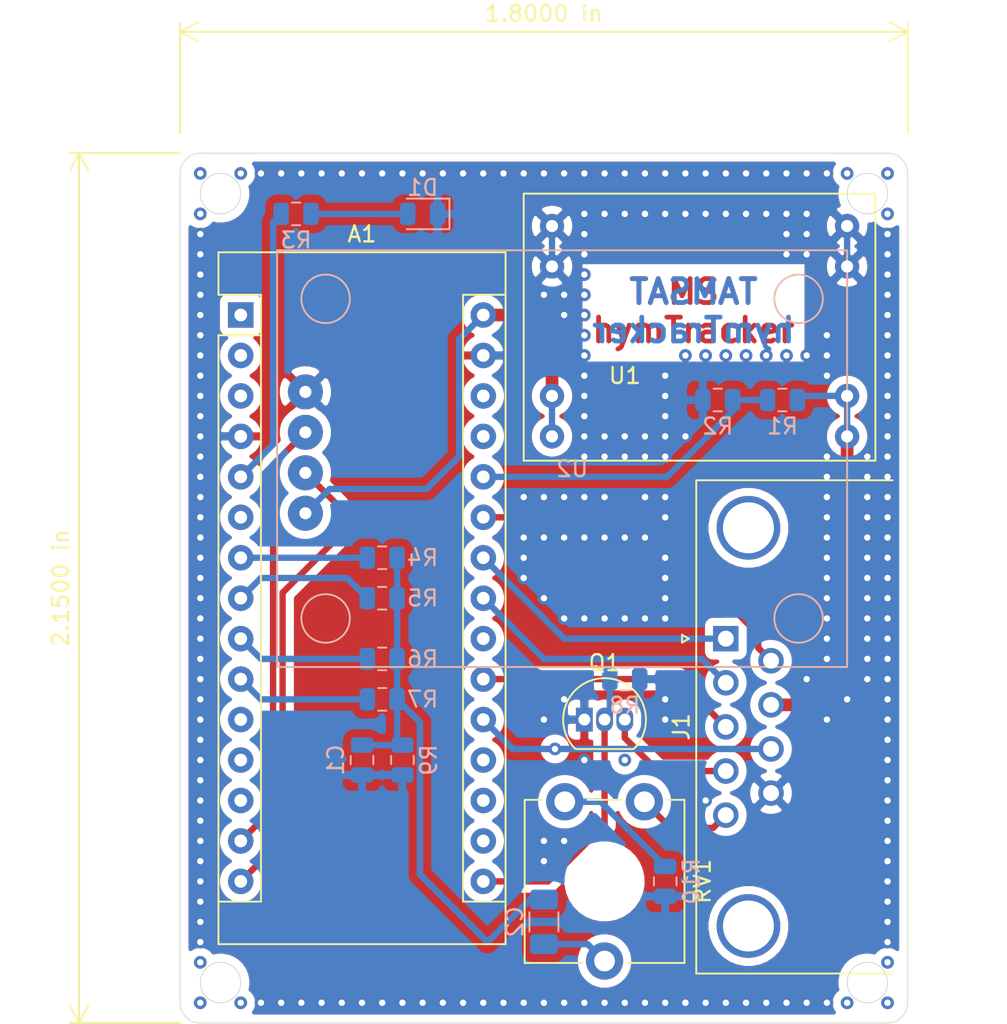
<source format=kicad_pcb>
(kicad_pcb (version 20171130) (host pcbnew 5.1.5-52549c5~84~ubuntu19.10.1)

  (general
    (thickness 1.6)
    (drawings 16)
    (tracks 352)
    (zones 0)
    (modules 19)
    (nets 37)
  )

  (page A4)
  (layers
    (0 F.Cu signal)
    (31 B.Cu signal)
    (32 B.Adhes user)
    (33 F.Adhes user)
    (34 B.Paste user)
    (35 F.Paste user)
    (36 B.SilkS user)
    (37 F.SilkS user)
    (38 B.Mask user)
    (39 F.Mask user)
    (40 Dwgs.User user)
    (41 Cmts.User user)
    (42 Eco1.User user)
    (43 Eco2.User user)
    (44 Edge.Cuts user)
    (45 Margin user)
    (46 B.CrtYd user)
    (47 F.CrtYd user)
    (48 B.Fab user)
    (49 F.Fab user)
  )

  (setup
    (last_trace_width 0.4)
    (user_trace_width 0.8)
    (trace_clearance 0.2)
    (zone_clearance 0.508)
    (zone_45_only no)
    (trace_min 0.2)
    (via_size 0.8)
    (via_drill 0.4)
    (via_min_size 0.4)
    (via_min_drill 0.3)
    (uvia_size 0.3)
    (uvia_drill 0.1)
    (uvias_allowed no)
    (uvia_min_size 0.2)
    (uvia_min_drill 0.1)
    (edge_width 0.05)
    (segment_width 0.2)
    (pcb_text_width 0.3)
    (pcb_text_size 1.5 1.5)
    (mod_edge_width 0.12)
    (mod_text_size 1 1)
    (mod_text_width 0.15)
    (pad_size 1.524 1.524)
    (pad_drill 0.762)
    (pad_to_mask_clearance 0.051)
    (solder_mask_min_width 0.25)
    (aux_axis_origin 0 0)
    (visible_elements FFFFF77F)
    (pcbplotparams
      (layerselection 0x010fc_ffffffff)
      (usegerberextensions false)
      (usegerberattributes false)
      (usegerberadvancedattributes false)
      (creategerberjobfile false)
      (excludeedgelayer true)
      (linewidth 0.100000)
      (plotframeref false)
      (viasonmask false)
      (mode 1)
      (useauxorigin false)
      (hpglpennumber 1)
      (hpglpenspeed 20)
      (hpglpendiameter 15.000000)
      (psnegative false)
      (psa4output false)
      (plotreference true)
      (plotvalue true)
      (plotinvisibletext false)
      (padsonsilk false)
      (subtractmaskfromsilk false)
      (outputformat 1)
      (mirror false)
      (drillshape 1)
      (scaleselection 1)
      (outputdirectory ""))
  )

  (net 0 "")
  (net 1 "Net-(A1-Pad16)")
  (net 2 /GPS_RXD)
  (net 3 /VCC)
  (net 4 /GPS_TXD)
  (net 5 GND)
  (net 6 "Net-(A1-Pad13)")
  (net 7 "Net-(A1-Pad28)")
  (net 8 "Net-(A1-Pad12)")
  (net 9 "Net-(A1-Pad27)")
  (net 10 "Net-(A1-Pad11)")
  (net 11 "Net-(A1-Pad26)")
  (net 12 "Net-(A1-Pad10)")
  (net 13 "Net-(A1-Pad9)")
  (net 14 /I2C_SCL)
  (net 15 "Net-(A1-Pad8)")
  (net 16 /I2C_SDA)
  (net 17 "Net-(A1-Pad7)")
  (net 18 "Net-(A1-Pad22)")
  (net 19 /DIGITAL_GIRIS)
  (net 20 /ANALOG_SENSOR2)
  (net 21 "Net-(A1-Pad5)")
  (net 22 /ANALOG_SENSOR1)
  (net 23 "Net-(A1-Pad19)")
  (net 24 "Net-(A1-Pad3)")
  (net 25 "Net-(A1-Pad18)")
  (net 26 "Net-(A1-Pad2)")
  (net 27 "Net-(A1-Pad17)")
  (net 28 "Net-(A1-Pad1)")
  (net 29 "Net-(C1-Pad1)")
  (net 30 "Net-(C2-Pad2)")
  (net 31 "Net-(D1-Pad2)")
  (net 32 /Vbatarya)
  (net 33 /PTT)
  (net 34 /MIKROFON)
  (net 35 "Net-(R10-Pad2)")
  (net 36 "Net-(A1-Pad6)")

  (net_class Default "This is the default net class."
    (clearance 0.2)
    (trace_width 0.4)
    (via_dia 0.8)
    (via_drill 0.4)
    (uvia_dia 0.3)
    (uvia_drill 0.1)
    (add_net /ANALOG_SENSOR1)
    (add_net /ANALOG_SENSOR2)
    (add_net /DIGITAL_GIRIS)
    (add_net /GPS_RXD)
    (add_net /GPS_TXD)
    (add_net /I2C_SCL)
    (add_net /I2C_SDA)
    (add_net /MIKROFON)
    (add_net /PTT)
    (add_net /VCC)
    (add_net /Vbatarya)
    (add_net GND)
    (add_net "Net-(A1-Pad1)")
    (add_net "Net-(A1-Pad10)")
    (add_net "Net-(A1-Pad11)")
    (add_net "Net-(A1-Pad12)")
    (add_net "Net-(A1-Pad13)")
    (add_net "Net-(A1-Pad16)")
    (add_net "Net-(A1-Pad17)")
    (add_net "Net-(A1-Pad18)")
    (add_net "Net-(A1-Pad19)")
    (add_net "Net-(A1-Pad2)")
    (add_net "Net-(A1-Pad22)")
    (add_net "Net-(A1-Pad26)")
    (add_net "Net-(A1-Pad27)")
    (add_net "Net-(A1-Pad28)")
    (add_net "Net-(A1-Pad3)")
    (add_net "Net-(A1-Pad5)")
    (add_net "Net-(A1-Pad6)")
    (add_net "Net-(A1-Pad7)")
    (add_net "Net-(A1-Pad8)")
    (add_net "Net-(A1-Pad9)")
    (add_net "Net-(C1-Pad1)")
    (add_net "Net-(C2-Pad2)")
    (add_net "Net-(D1-Pad2)")
    (add_net "Net-(R10-Pad2)")
  )

  (module Potentiometer_THT:Potentiometer_ACP_CA9-V10_Vertical_Hole (layer F.Cu) (tedit 5A3D4994) (tstamp 5E6FC505)
    (at 81.32 82.63 270)
    (descr "Potentiometer, vertical, shaft hole, ACP CA9-V10, http://www.acptechnologies.com/wp-content/uploads/2017/05/02-ACP-CA9-CE9.pdf")
    (tags "Potentiometer vertical hole ACP CA9-V10")
    (path /5E6EB85D)
    (fp_text reference RV1 (at 5 -8.65 90) (layer F.SilkS)
      (effects (font (size 1 1) (thickness 0.15)))
    )
    (fp_text value 100K (at 5 3.65 90) (layer F.Fab)
      (effects (font (size 1 1) (thickness 0.15)))
    )
    (fp_text user %R (at 1 -2.5) (layer F.Fab)
      (effects (font (size 1 1) (thickness 0.15)))
    )
    (fp_line (start 11.45 -7.65) (end -1.45 -7.65) (layer F.CrtYd) (width 0.05))
    (fp_line (start 11.45 2.7) (end 11.45 -7.65) (layer F.CrtYd) (width 0.05))
    (fp_line (start -1.45 2.7) (end 11.45 2.7) (layer F.CrtYd) (width 0.05))
    (fp_line (start -1.45 -7.65) (end -1.45 2.7) (layer F.CrtYd) (width 0.05))
    (fp_line (start 10.12 -1.075) (end 10.12 2.52) (layer F.SilkS) (width 0.12))
    (fp_line (start 10.12 -7.521) (end 10.12 -3.925) (layer F.SilkS) (width 0.12))
    (fp_line (start -0.12 1.425) (end -0.12 2.52) (layer F.SilkS) (width 0.12))
    (fp_line (start -0.12 -3.574) (end -0.12 -1.425) (layer F.SilkS) (width 0.12))
    (fp_line (start -0.12 -7.521) (end -0.12 -6.426) (layer F.SilkS) (width 0.12))
    (fp_line (start -0.12 2.52) (end 10.12 2.52) (layer F.SilkS) (width 0.12))
    (fp_line (start -0.12 -7.521) (end 10.12 -7.521) (layer F.SilkS) (width 0.12))
    (fp_line (start 10 -7.4) (end 0 -7.4) (layer F.Fab) (width 0.1))
    (fp_line (start 10 2.4) (end 10 -7.4) (layer F.Fab) (width 0.1))
    (fp_line (start 0 2.4) (end 10 2.4) (layer F.Fab) (width 0.1))
    (fp_line (start 0 -7.4) (end 0 2.4) (layer F.Fab) (width 0.1))
    (pad "" np_thru_hole circle (at 5 -2.5 270) (size 4 4) (drill 4) (layers *.Cu *.Mask))
    (pad 1 thru_hole circle (at 0 0 270) (size 2.34 2.34) (drill 1.3) (layers *.Cu *.Mask)
      (net 35 "Net-(R10-Pad2)"))
    (pad 2 thru_hole circle (at 10 -2.5 270) (size 2.34 2.34) (drill 1.3) (layers *.Cu *.Mask)
      (net 30 "Net-(C2-Pad2)"))
    (pad 3 thru_hole circle (at 0 -5 270) (size 2.34 2.34) (drill 1.3) (layers *.Cu *.Mask)
      (net 34 /MIKROFON))
    (model ${KISYS3DMOD}/Potentiometer_THT.3dshapes/Potentiometer_ACP_CA9-V10_Vertical_Hole.wrl
      (at (xyz 0 0 0))
      (scale (xyz 1 1.2 1))
      (rotate (xyz 0 0 0))
    )
    (model ${KISYS3DMOD}/Potentiometer_THT.3dshapes/Potentiometer_Bourns_3339P_Vertical.wrl
      (offset (xyz 4.5 0 0))
      (scale (xyz 1 1 1))
      (rotate (xyz 0 0 0))
    )
  )

  (module hymTracker:Neo6 (layer B.Cu) (tedit 5E6EADF8) (tstamp 5E6FB940)
    (at 81.28 62.23)
    (path /5E6E4B94)
    (fp_text reference U2 (at 0.508 -0.5) (layer B.SilkS)
      (effects (font (size 1 1) (thickness 0.15)) (justify mirror))
    )
    (fp_text value GY-NEO6MV2 (at 0.508 0.5) (layer B.Fab)
      (effects (font (size 1 1) (thickness 0.15)) (justify mirror))
    )
    (fp_circle (center -14.986 8.89) (end -13.462 8.89) (layer B.SilkS) (width 0.12))
    (fp_circle (center -14.986 -11.176) (end -13.462 -11.176) (layer B.SilkS) (width 0.12))
    (fp_circle (center 14.732 -11.176) (end 16.256 -11.176) (layer B.SilkS) (width 0.12))
    (fp_circle (center 14.732 8.89) (end 16.256 8.89) (layer B.SilkS) (width 0.12))
    (fp_line (start -17.78 -14.224) (end -18.034 -14.224) (layer B.SilkS) (width 0.12))
    (fp_line (start -18.034 -14.224) (end -18.034 11.938) (layer B.SilkS) (width 0.12))
    (fp_line (start 17.78 -14.224) (end -17.78 -14.224) (layer B.SilkS) (width 0.12))
    (fp_line (start 17.78 11.938) (end 17.78 -14.224) (layer B.SilkS) (width 0.12))
    (fp_line (start -18.034 11.938) (end 17.78 11.938) (layer B.SilkS) (width 0.12))
    (pad 4 thru_hole circle (at -16.256 -5.334) (size 2.2 2.2) (drill 0.762) (layers *.Cu *.Mask)
      (net 5 GND))
    (pad 3 thru_hole circle (at -16.256 -2.794) (size 2.2 2.2) (drill 0.762) (layers *.Cu *.Mask)
      (net 4 /GPS_TXD))
    (pad 2 thru_hole circle (at -16.256 -0.254) (size 2.2 2.2) (drill 0.762) (layers *.Cu *.Mask)
      (net 2 /GPS_RXD))
    (pad 1 thru_hole circle (at -16.256 2.286) (size 2.2 2.2) (drill 0.762) (layers *.Cu *.Mask)
      (net 3 /VCC))
    (model ${KISYS3DMOD}/Connector_PinHeader_1.27mm.3dshapes/PinHeader_1x04_P1.27mm_Vertical.wrl
      (offset (xyz -16 2.5 0))
      (scale (xyz 1 2.1 1.5))
      (rotate (xyz 0 0 0))
    )
    (model ${KIPRJMOD}/hymTracker.pretty/a_gps_main.wrl
      (offset (xyz 0.5 21 2.5))
      (scale (xyz 375 200 400))
      (rotate (xyz 90 0 -180))
    )
  )

  (module hymTracker:MP1854EN_board (layer F.Cu) (tedit 5E6EAF49) (tstamp 5E6FADD7)
    (at 91.44 54.61 180)
    (path /5E700D4E)
    (fp_text reference U1 (at 6.35 -1.27) (layer F.SilkS)
      (effects (font (size 1 1) (thickness 0.15)))
    )
    (fp_text value MP1584_DCDC (at 2.54 7.366) (layer F.Fab)
      (effects (font (size 1 1) (thickness 0.15)))
    )
    (fp_line (start -9.398 10.16) (end -9.398 -6.604) (layer F.SilkS) (width 0.12))
    (fp_line (start 12.7 10.16) (end -9.398 10.16) (layer F.SilkS) (width 0.12))
    (fp_line (start 12.7 -6.604) (end 12.7 10.16) (layer F.SilkS) (width 0.12))
    (fp_line (start -9.398 -6.604) (end 12.7 -6.604) (layer F.SilkS) (width 0.12))
    (pad 5 thru_hole circle (at 10.922 8.128 180) (size 1.524 1.524) (drill 0.762) (layers *.Cu *.Mask)
      (net 5 GND))
    (pad 6 thru_hole circle (at 10.922 5.588 180) (size 1.524 1.524) (drill 0.762) (layers *.Cu *.Mask)
      (net 5 GND))
    (pad 7 thru_hole circle (at 10.922 -2.54 180) (size 1.524 1.524) (drill 0.762) (layers *.Cu *.Mask)
      (net 3 /VCC))
    (pad 8 thru_hole circle (at 10.922 -5.08 180) (size 1.524 1.524) (drill 0.762) (layers *.Cu *.Mask)
      (net 3 /VCC))
    (pad 4 thru_hole circle (at -7.62 8.128 180) (size 1.524 1.524) (drill 0.762) (layers *.Cu *.Mask)
      (net 5 GND))
    (pad 3 thru_hole circle (at -7.62 5.588 180) (size 1.524 1.524) (drill 0.762) (layers *.Cu *.Mask)
      (net 5 GND))
    (pad 2 thru_hole circle (at -7.62 -2.54 180) (size 1.524 1.524) (drill 0.762) (layers *.Cu *.Mask)
      (net 32 /Vbatarya))
    (pad 1 thru_hole circle (at -7.62 -5.08 180) (size 1.524 1.524) (drill 0.762) (layers *.Cu *.Mask)
      (net 32 /Vbatarya))
    (model "${KIPRJMOD}/hymTracker.pretty/LM2596 DC-DC Buck Converter Module.stp"
      (offset (xyz 39 -54.5 0))
      (scale (xyz 0.6 0.0001 0.9))
      (rotate (xyz -90 0 0))
    )
  )

  (module Resistor_SMD:R_0805_2012Metric (layer B.Cu) (tedit 5B36C52B) (tstamp 5E6FC5CE)
    (at 87.63 87.63 90)
    (descr "Resistor SMD 0805 (2012 Metric), square (rectangular) end terminal, IPC_7351 nominal, (Body size source: https://docs.google.com/spreadsheets/d/1BsfQQcO9C6DZCsRaXUlFlo91Tg2WpOkGARC1WS5S8t0/edit?usp=sharing), generated with kicad-footprint-generator")
    (tags resistor)
    (path /5E6EC767)
    (attr smd)
    (fp_text reference R10 (at 0 1.65 90) (layer B.SilkS)
      (effects (font (size 1 1) (thickness 0.15)) (justify mirror))
    )
    (fp_text value 100K (at 0 -1.65 90) (layer B.Fab) hide
      (effects (font (size 1 1) (thickness 0.15)) (justify mirror))
    )
    (fp_text user %R (at 0 0 90) (layer B.Fab)
      (effects (font (size 0.5 0.5) (thickness 0.08)) (justify mirror))
    )
    (fp_line (start 1.68 -0.95) (end -1.68 -0.95) (layer B.CrtYd) (width 0.05))
    (fp_line (start 1.68 0.95) (end 1.68 -0.95) (layer B.CrtYd) (width 0.05))
    (fp_line (start -1.68 0.95) (end 1.68 0.95) (layer B.CrtYd) (width 0.05))
    (fp_line (start -1.68 -0.95) (end -1.68 0.95) (layer B.CrtYd) (width 0.05))
    (fp_line (start -0.258578 -0.71) (end 0.258578 -0.71) (layer B.SilkS) (width 0.12))
    (fp_line (start -0.258578 0.71) (end 0.258578 0.71) (layer B.SilkS) (width 0.12))
    (fp_line (start 1 -0.6) (end -1 -0.6) (layer B.Fab) (width 0.1))
    (fp_line (start 1 0.6) (end 1 -0.6) (layer B.Fab) (width 0.1))
    (fp_line (start -1 0.6) (end 1 0.6) (layer B.Fab) (width 0.1))
    (fp_line (start -1 -0.6) (end -1 0.6) (layer B.Fab) (width 0.1))
    (pad 2 smd roundrect (at 0.9375 0 90) (size 0.975 1.4) (layers B.Cu B.Paste B.Mask) (roundrect_rratio 0.25)
      (net 35 "Net-(R10-Pad2)"))
    (pad 1 smd roundrect (at -0.9375 0 90) (size 0.975 1.4) (layers B.Cu B.Paste B.Mask) (roundrect_rratio 0.25)
      (net 5 GND))
    (model ${KISYS3DMOD}/Resistor_SMD.3dshapes/R_0805_2012Metric.wrl
      (at (xyz 0 0 0))
      (scale (xyz 1 1 1))
      (rotate (xyz 0 0 0))
    )
  )

  (module Resistor_SMD:R_0805_2012Metric (layer B.Cu) (tedit 5B36C52B) (tstamp 5E6FABB4)
    (at 71.12 80.01 90)
    (descr "Resistor SMD 0805 (2012 Metric), square (rectangular) end terminal, IPC_7351 nominal, (Body size source: https://docs.google.com/spreadsheets/d/1BsfQQcO9C6DZCsRaXUlFlo91Tg2WpOkGARC1WS5S8t0/edit?usp=sharing), generated with kicad-footprint-generator")
    (tags resistor)
    (path /5E6E3ED9)
    (attr smd)
    (fp_text reference R9 (at 0 1.65 90) (layer B.SilkS)
      (effects (font (size 1 1) (thickness 0.15)) (justify mirror))
    )
    (fp_text value 270 (at 0 -1.65 90) (layer B.Fab) hide
      (effects (font (size 1 1) (thickness 0.15)) (justify mirror))
    )
    (fp_text user %R (at 0 0 90) (layer B.Fab)
      (effects (font (size 0.5 0.5) (thickness 0.08)) (justify mirror))
    )
    (fp_line (start 1.68 -0.95) (end -1.68 -0.95) (layer B.CrtYd) (width 0.05))
    (fp_line (start 1.68 0.95) (end 1.68 -0.95) (layer B.CrtYd) (width 0.05))
    (fp_line (start -1.68 0.95) (end 1.68 0.95) (layer B.CrtYd) (width 0.05))
    (fp_line (start -1.68 -0.95) (end -1.68 0.95) (layer B.CrtYd) (width 0.05))
    (fp_line (start -0.258578 -0.71) (end 0.258578 -0.71) (layer B.SilkS) (width 0.12))
    (fp_line (start -0.258578 0.71) (end 0.258578 0.71) (layer B.SilkS) (width 0.12))
    (fp_line (start 1 -0.6) (end -1 -0.6) (layer B.Fab) (width 0.1))
    (fp_line (start 1 0.6) (end 1 -0.6) (layer B.Fab) (width 0.1))
    (fp_line (start -1 0.6) (end 1 0.6) (layer B.Fab) (width 0.1))
    (fp_line (start -1 -0.6) (end -1 0.6) (layer B.Fab) (width 0.1))
    (pad 2 smd roundrect (at 0.9375 0 90) (size 0.975 1.4) (layers B.Cu B.Paste B.Mask) (roundrect_rratio 0.25)
      (net 29 "Net-(C1-Pad1)"))
    (pad 1 smd roundrect (at -0.9375 0 90) (size 0.975 1.4) (layers B.Cu B.Paste B.Mask) (roundrect_rratio 0.25)
      (net 5 GND))
    (model ${KISYS3DMOD}/Resistor_SMD.3dshapes/R_0805_2012Metric.wrl
      (at (xyz 0 0 0))
      (scale (xyz 1 1 1))
      (rotate (xyz 0 0 0))
    )
  )

  (module Resistor_SMD:R_0805_2012Metric (layer B.Cu) (tedit 5B36C52B) (tstamp 5E6FABA3)
    (at 85.09 74.93)
    (descr "Resistor SMD 0805 (2012 Metric), square (rectangular) end terminal, IPC_7351 nominal, (Body size source: https://docs.google.com/spreadsheets/d/1BsfQQcO9C6DZCsRaXUlFlo91Tg2WpOkGARC1WS5S8t0/edit?usp=sharing), generated with kicad-footprint-generator")
    (tags resistor)
    (path /5E6F70D9)
    (attr smd)
    (fp_text reference R8 (at 0 1.65) (layer B.SilkS)
      (effects (font (size 1 1) (thickness 0.15)) (justify mirror))
    )
    (fp_text value 10K (at 0 -1.65) (layer B.Fab)
      (effects (font (size 1 1) (thickness 0.15)) (justify mirror))
    )
    (fp_text user %R (at 0 0) (layer B.Fab)
      (effects (font (size 0.5 0.5) (thickness 0.08)) (justify mirror))
    )
    (fp_line (start 1.68 -0.95) (end -1.68 -0.95) (layer B.CrtYd) (width 0.05))
    (fp_line (start 1.68 0.95) (end 1.68 -0.95) (layer B.CrtYd) (width 0.05))
    (fp_line (start -1.68 0.95) (end 1.68 0.95) (layer B.CrtYd) (width 0.05))
    (fp_line (start -1.68 -0.95) (end -1.68 0.95) (layer B.CrtYd) (width 0.05))
    (fp_line (start -0.258578 -0.71) (end 0.258578 -0.71) (layer B.SilkS) (width 0.12))
    (fp_line (start -0.258578 0.71) (end 0.258578 0.71) (layer B.SilkS) (width 0.12))
    (fp_line (start 1 -0.6) (end -1 -0.6) (layer B.Fab) (width 0.1))
    (fp_line (start 1 0.6) (end 1 -0.6) (layer B.Fab) (width 0.1))
    (fp_line (start -1 0.6) (end 1 0.6) (layer B.Fab) (width 0.1))
    (fp_line (start -1 -0.6) (end -1 0.6) (layer B.Fab) (width 0.1))
    (pad 2 smd roundrect (at 0.9375 0) (size 0.975 1.4) (layers B.Cu B.Paste B.Mask) (roundrect_rratio 0.25)
      (net 5 GND))
    (pad 1 smd roundrect (at -0.9375 0) (size 0.975 1.4) (layers B.Cu B.Paste B.Mask) (roundrect_rratio 0.25)
      (net 1 "Net-(A1-Pad16)"))
    (model ${KISYS3DMOD}/Resistor_SMD.3dshapes/R_0805_2012Metric.wrl
      (at (xyz 0 0 0))
      (scale (xyz 1 1 1))
      (rotate (xyz 0 0 0))
    )
  )

  (module Resistor_SMD:R_0805_2012Metric (layer B.Cu) (tedit 5B36C52B) (tstamp 5E6FAB92)
    (at 69.85 76.2 180)
    (descr "Resistor SMD 0805 (2012 Metric), square (rectangular) end terminal, IPC_7351 nominal, (Body size source: https://docs.google.com/spreadsheets/d/1BsfQQcO9C6DZCsRaXUlFlo91Tg2WpOkGARC1WS5S8t0/edit?usp=sharing), generated with kicad-footprint-generator")
    (tags resistor)
    (path /5E6E366D)
    (attr smd)
    (fp_text reference R7 (at -2.54 0) (layer B.SilkS)
      (effects (font (size 1 1) (thickness 0.15)) (justify mirror))
    )
    (fp_text value 1K (at 0 -1.65) (layer B.Fab) hide
      (effects (font (size 1 1) (thickness 0.15)) (justify mirror))
    )
    (fp_text user %R (at 0 0) (layer B.Fab)
      (effects (font (size 0.5 0.5) (thickness 0.08)) (justify mirror))
    )
    (fp_line (start 1.68 -0.95) (end -1.68 -0.95) (layer B.CrtYd) (width 0.05))
    (fp_line (start 1.68 0.95) (end 1.68 -0.95) (layer B.CrtYd) (width 0.05))
    (fp_line (start -1.68 0.95) (end 1.68 0.95) (layer B.CrtYd) (width 0.05))
    (fp_line (start -1.68 -0.95) (end -1.68 0.95) (layer B.CrtYd) (width 0.05))
    (fp_line (start -0.258578 -0.71) (end 0.258578 -0.71) (layer B.SilkS) (width 0.12))
    (fp_line (start -0.258578 0.71) (end 0.258578 0.71) (layer B.SilkS) (width 0.12))
    (fp_line (start 1 -0.6) (end -1 -0.6) (layer B.Fab) (width 0.1))
    (fp_line (start 1 0.6) (end 1 -0.6) (layer B.Fab) (width 0.1))
    (fp_line (start -1 0.6) (end 1 0.6) (layer B.Fab) (width 0.1))
    (fp_line (start -1 -0.6) (end -1 0.6) (layer B.Fab) (width 0.1))
    (pad 2 smd roundrect (at 0.9375 0 180) (size 0.975 1.4) (layers B.Cu B.Paste B.Mask) (roundrect_rratio 0.25)
      (net 12 "Net-(A1-Pad10)"))
    (pad 1 smd roundrect (at -0.9375 0 180) (size 0.975 1.4) (layers B.Cu B.Paste B.Mask) (roundrect_rratio 0.25)
      (net 29 "Net-(C1-Pad1)"))
    (model ${KISYS3DMOD}/Resistor_SMD.3dshapes/R_0805_2012Metric.wrl
      (at (xyz 0 0 0))
      (scale (xyz 1 1 1))
      (rotate (xyz 0 0 0))
    )
  )

  (module Resistor_SMD:R_0805_2012Metric (layer B.Cu) (tedit 5B36C52B) (tstamp 5E6FAB81)
    (at 69.85 73.66 180)
    (descr "Resistor SMD 0805 (2012 Metric), square (rectangular) end terminal, IPC_7351 nominal, (Body size source: https://docs.google.com/spreadsheets/d/1BsfQQcO9C6DZCsRaXUlFlo91Tg2WpOkGARC1WS5S8t0/edit?usp=sharing), generated with kicad-footprint-generator")
    (tags resistor)
    (path /5E6E3462)
    (attr smd)
    (fp_text reference R6 (at -2.54 0) (layer B.SilkS)
      (effects (font (size 1 1) (thickness 0.15)) (justify mirror))
    )
    (fp_text value 2K2 (at 0 -1.65) (layer B.Fab) hide
      (effects (font (size 1 1) (thickness 0.15)) (justify mirror))
    )
    (fp_text user %R (at 0 0) (layer B.Fab)
      (effects (font (size 0.5 0.5) (thickness 0.08)) (justify mirror))
    )
    (fp_line (start 1.68 -0.95) (end -1.68 -0.95) (layer B.CrtYd) (width 0.05))
    (fp_line (start 1.68 0.95) (end 1.68 -0.95) (layer B.CrtYd) (width 0.05))
    (fp_line (start -1.68 0.95) (end 1.68 0.95) (layer B.CrtYd) (width 0.05))
    (fp_line (start -1.68 -0.95) (end -1.68 0.95) (layer B.CrtYd) (width 0.05))
    (fp_line (start -0.258578 -0.71) (end 0.258578 -0.71) (layer B.SilkS) (width 0.12))
    (fp_line (start -0.258578 0.71) (end 0.258578 0.71) (layer B.SilkS) (width 0.12))
    (fp_line (start 1 -0.6) (end -1 -0.6) (layer B.Fab) (width 0.1))
    (fp_line (start 1 0.6) (end 1 -0.6) (layer B.Fab) (width 0.1))
    (fp_line (start -1 0.6) (end 1 0.6) (layer B.Fab) (width 0.1))
    (fp_line (start -1 -0.6) (end -1 0.6) (layer B.Fab) (width 0.1))
    (pad 2 smd roundrect (at 0.9375 0 180) (size 0.975 1.4) (layers B.Cu B.Paste B.Mask) (roundrect_rratio 0.25)
      (net 13 "Net-(A1-Pad9)"))
    (pad 1 smd roundrect (at -0.9375 0 180) (size 0.975 1.4) (layers B.Cu B.Paste B.Mask) (roundrect_rratio 0.25)
      (net 29 "Net-(C1-Pad1)"))
    (model ${KISYS3DMOD}/Resistor_SMD.3dshapes/R_0805_2012Metric.wrl
      (at (xyz 0 0 0))
      (scale (xyz 1 1 1))
      (rotate (xyz 0 0 0))
    )
  )

  (module Resistor_SMD:R_0805_2012Metric (layer B.Cu) (tedit 5B36C52B) (tstamp 5E6FC9C5)
    (at 69.85 69.85 180)
    (descr "Resistor SMD 0805 (2012 Metric), square (rectangular) end terminal, IPC_7351 nominal, (Body size source: https://docs.google.com/spreadsheets/d/1BsfQQcO9C6DZCsRaXUlFlo91Tg2WpOkGARC1WS5S8t0/edit?usp=sharing), generated with kicad-footprint-generator")
    (tags resistor)
    (path /5E6E2FA5)
    (attr smd)
    (fp_text reference R5 (at -2.54 0) (layer B.SilkS)
      (effects (font (size 1 1) (thickness 0.15)) (justify mirror))
    )
    (fp_text value 3K3 (at 0 -1.65) (layer B.Fab) hide
      (effects (font (size 1 1) (thickness 0.15)) (justify mirror))
    )
    (fp_text user %R (at 0 0) (layer B.Fab)
      (effects (font (size 0.5 0.5) (thickness 0.08)) (justify mirror))
    )
    (fp_line (start 1.68 -0.95) (end -1.68 -0.95) (layer B.CrtYd) (width 0.05))
    (fp_line (start 1.68 0.95) (end 1.68 -0.95) (layer B.CrtYd) (width 0.05))
    (fp_line (start -1.68 0.95) (end 1.68 0.95) (layer B.CrtYd) (width 0.05))
    (fp_line (start -1.68 -0.95) (end -1.68 0.95) (layer B.CrtYd) (width 0.05))
    (fp_line (start -0.258578 -0.71) (end 0.258578 -0.71) (layer B.SilkS) (width 0.12))
    (fp_line (start -0.258578 0.71) (end 0.258578 0.71) (layer B.SilkS) (width 0.12))
    (fp_line (start 1 -0.6) (end -1 -0.6) (layer B.Fab) (width 0.1))
    (fp_line (start 1 0.6) (end 1 -0.6) (layer B.Fab) (width 0.1))
    (fp_line (start -1 0.6) (end 1 0.6) (layer B.Fab) (width 0.1))
    (fp_line (start -1 -0.6) (end -1 0.6) (layer B.Fab) (width 0.1))
    (pad 2 smd roundrect (at 0.9375 0 180) (size 0.975 1.4) (layers B.Cu B.Paste B.Mask) (roundrect_rratio 0.25)
      (net 15 "Net-(A1-Pad8)"))
    (pad 1 smd roundrect (at -0.9375 0 180) (size 0.975 1.4) (layers B.Cu B.Paste B.Mask) (roundrect_rratio 0.25)
      (net 29 "Net-(C1-Pad1)"))
    (model ${KISYS3DMOD}/Resistor_SMD.3dshapes/R_0805_2012Metric.wrl
      (at (xyz 0 0 0))
      (scale (xyz 1 1 1))
      (rotate (xyz 0 0 0))
    )
  )

  (module Resistor_SMD:R_0805_2012Metric (layer B.Cu) (tedit 5B36C52B) (tstamp 5E6FF5DB)
    (at 69.85 67.31 180)
    (descr "Resistor SMD 0805 (2012 Metric), square (rectangular) end terminal, IPC_7351 nominal, (Body size source: https://docs.google.com/spreadsheets/d/1BsfQQcO9C6DZCsRaXUlFlo91Tg2WpOkGARC1WS5S8t0/edit?usp=sharing), generated with kicad-footprint-generator")
    (tags resistor)
    (path /5E6E1EF0)
    (attr smd)
    (fp_text reference R4 (at -2.54 0) (layer B.SilkS)
      (effects (font (size 1 1) (thickness 0.15)) (justify mirror))
    )
    (fp_text value 8K8 (at 0 -1.65) (layer B.Fab) hide
      (effects (font (size 1 1) (thickness 0.15)) (justify mirror))
    )
    (fp_text user %R (at 0 0) (layer B.Fab)
      (effects (font (size 0.5 0.5) (thickness 0.08)) (justify mirror))
    )
    (fp_line (start 1.68 -0.95) (end -1.68 -0.95) (layer B.CrtYd) (width 0.05))
    (fp_line (start 1.68 0.95) (end 1.68 -0.95) (layer B.CrtYd) (width 0.05))
    (fp_line (start -1.68 0.95) (end 1.68 0.95) (layer B.CrtYd) (width 0.05))
    (fp_line (start -1.68 -0.95) (end -1.68 0.95) (layer B.CrtYd) (width 0.05))
    (fp_line (start -0.258578 -0.71) (end 0.258578 -0.71) (layer B.SilkS) (width 0.12))
    (fp_line (start -0.258578 0.71) (end 0.258578 0.71) (layer B.SilkS) (width 0.12))
    (fp_line (start 1 -0.6) (end -1 -0.6) (layer B.Fab) (width 0.1))
    (fp_line (start 1 0.6) (end 1 -0.6) (layer B.Fab) (width 0.1))
    (fp_line (start -1 0.6) (end 1 0.6) (layer B.Fab) (width 0.1))
    (fp_line (start -1 -0.6) (end -1 0.6) (layer B.Fab) (width 0.1))
    (pad 2 smd roundrect (at 0.9375 0 180) (size 0.975 1.4) (layers B.Cu B.Paste B.Mask) (roundrect_rratio 0.25)
      (net 17 "Net-(A1-Pad7)"))
    (pad 1 smd roundrect (at -0.9375 0 180) (size 0.975 1.4) (layers B.Cu B.Paste B.Mask) (roundrect_rratio 0.25)
      (net 29 "Net-(C1-Pad1)"))
    (model ${KISYS3DMOD}/Resistor_SMD.3dshapes/R_0805_2012Metric.wrl
      (at (xyz 0 0 0))
      (scale (xyz 1 1 1))
      (rotate (xyz 0 0 0))
    )
  )

  (module Resistor_SMD:R_0805_2012Metric (layer B.Cu) (tedit 5B36C52B) (tstamp 5E6FAB4E)
    (at 64.4375 45.72)
    (descr "Resistor SMD 0805 (2012 Metric), square (rectangular) end terminal, IPC_7351 nominal, (Body size source: https://docs.google.com/spreadsheets/d/1BsfQQcO9C6DZCsRaXUlFlo91Tg2WpOkGARC1WS5S8t0/edit?usp=sharing), generated with kicad-footprint-generator")
    (tags resistor)
    (path /5E6E5AE5)
    (attr smd)
    (fp_text reference R3 (at 0 1.65) (layer B.SilkS)
      (effects (font (size 1 1) (thickness 0.15)) (justify mirror))
    )
    (fp_text value 220 (at 0 -1.65) (layer B.Fab) hide
      (effects (font (size 1 1) (thickness 0.15)) (justify mirror))
    )
    (fp_text user %R (at 0 0) (layer B.Fab)
      (effects (font (size 0.5 0.5) (thickness 0.08)) (justify mirror))
    )
    (fp_line (start 1.68 -0.95) (end -1.68 -0.95) (layer B.CrtYd) (width 0.05))
    (fp_line (start 1.68 0.95) (end 1.68 -0.95) (layer B.CrtYd) (width 0.05))
    (fp_line (start -1.68 0.95) (end 1.68 0.95) (layer B.CrtYd) (width 0.05))
    (fp_line (start -1.68 -0.95) (end -1.68 0.95) (layer B.CrtYd) (width 0.05))
    (fp_line (start -0.258578 -0.71) (end 0.258578 -0.71) (layer B.SilkS) (width 0.12))
    (fp_line (start -0.258578 0.71) (end 0.258578 0.71) (layer B.SilkS) (width 0.12))
    (fp_line (start 1 -0.6) (end -1 -0.6) (layer B.Fab) (width 0.1))
    (fp_line (start 1 0.6) (end 1 -0.6) (layer B.Fab) (width 0.1))
    (fp_line (start -1 0.6) (end 1 0.6) (layer B.Fab) (width 0.1))
    (fp_line (start -1 -0.6) (end -1 0.6) (layer B.Fab) (width 0.1))
    (pad 2 smd roundrect (at 0.9375 0) (size 0.975 1.4) (layers B.Cu B.Paste B.Mask) (roundrect_rratio 0.25)
      (net 31 "Net-(D1-Pad2)"))
    (pad 1 smd roundrect (at -0.9375 0) (size 0.975 1.4) (layers B.Cu B.Paste B.Mask) (roundrect_rratio 0.25)
      (net 21 "Net-(A1-Pad5)"))
    (model ${KISYS3DMOD}/Resistor_SMD.3dshapes/R_0805_2012Metric.wrl
      (at (xyz 0 0 0))
      (scale (xyz 1 1 1))
      (rotate (xyz 0 0 0))
    )
  )

  (module Resistor_SMD:R_0805_2012Metric (layer B.Cu) (tedit 5B36C52B) (tstamp 5E6FAB3D)
    (at 90.932 57.404)
    (descr "Resistor SMD 0805 (2012 Metric), square (rectangular) end terminal, IPC_7351 nominal, (Body size source: https://docs.google.com/spreadsheets/d/1BsfQQcO9C6DZCsRaXUlFlo91Tg2WpOkGARC1WS5S8t0/edit?usp=sharing), generated with kicad-footprint-generator")
    (tags resistor)
    (path /5E72518B)
    (attr smd)
    (fp_text reference R2 (at 0 1.65) (layer B.SilkS)
      (effects (font (size 1 1) (thickness 0.15)) (justify mirror))
    )
    (fp_text value 10K (at 0 -1.65) (layer B.Fab) hide
      (effects (font (size 1 1) (thickness 0.15)) (justify mirror))
    )
    (fp_text user %R (at 0 0) (layer B.Fab)
      (effects (font (size 0.5 0.5) (thickness 0.08)) (justify mirror))
    )
    (fp_line (start 1.68 -0.95) (end -1.68 -0.95) (layer B.CrtYd) (width 0.05))
    (fp_line (start 1.68 0.95) (end 1.68 -0.95) (layer B.CrtYd) (width 0.05))
    (fp_line (start -1.68 0.95) (end 1.68 0.95) (layer B.CrtYd) (width 0.05))
    (fp_line (start -1.68 -0.95) (end -1.68 0.95) (layer B.CrtYd) (width 0.05))
    (fp_line (start -0.258578 -0.71) (end 0.258578 -0.71) (layer B.SilkS) (width 0.12))
    (fp_line (start -0.258578 0.71) (end 0.258578 0.71) (layer B.SilkS) (width 0.12))
    (fp_line (start 1 -0.6) (end -1 -0.6) (layer B.Fab) (width 0.1))
    (fp_line (start 1 0.6) (end 1 -0.6) (layer B.Fab) (width 0.1))
    (fp_line (start -1 0.6) (end 1 0.6) (layer B.Fab) (width 0.1))
    (fp_line (start -1 -0.6) (end -1 0.6) (layer B.Fab) (width 0.1))
    (pad 2 smd roundrect (at 0.9375 0) (size 0.975 1.4) (layers B.Cu B.Paste B.Mask) (roundrect_rratio 0.25)
      (net 11 "Net-(A1-Pad26)"))
    (pad 1 smd roundrect (at -0.9375 0) (size 0.975 1.4) (layers B.Cu B.Paste B.Mask) (roundrect_rratio 0.25)
      (net 5 GND))
    (model ${KISYS3DMOD}/Resistor_SMD.3dshapes/R_0805_2012Metric.wrl
      (at (xyz 0 0 0))
      (scale (xyz 1 1 1))
      (rotate (xyz 0 0 0))
    )
  )

  (module Resistor_SMD:R_0805_2012Metric (layer B.Cu) (tedit 5B36C52B) (tstamp 5E6FAB2C)
    (at 94.996 57.404)
    (descr "Resistor SMD 0805 (2012 Metric), square (rectangular) end terminal, IPC_7351 nominal, (Body size source: https://docs.google.com/spreadsheets/d/1BsfQQcO9C6DZCsRaXUlFlo91Tg2WpOkGARC1WS5S8t0/edit?usp=sharing), generated with kicad-footprint-generator")
    (tags resistor)
    (path /5E72559B)
    (attr smd)
    (fp_text reference R1 (at 0 1.65) (layer B.SilkS)
      (effects (font (size 1 1) (thickness 0.15)) (justify mirror))
    )
    (fp_text value 100K (at 0 -1.65) (layer B.Fab) hide
      (effects (font (size 1 1) (thickness 0.15)) (justify mirror))
    )
    (fp_text user %R (at 0 0) (layer B.Fab)
      (effects (font (size 0.5 0.5) (thickness 0.08)) (justify mirror))
    )
    (fp_line (start 1.68 -0.95) (end -1.68 -0.95) (layer B.CrtYd) (width 0.05))
    (fp_line (start 1.68 0.95) (end 1.68 -0.95) (layer B.CrtYd) (width 0.05))
    (fp_line (start -1.68 0.95) (end 1.68 0.95) (layer B.CrtYd) (width 0.05))
    (fp_line (start -1.68 -0.95) (end -1.68 0.95) (layer B.CrtYd) (width 0.05))
    (fp_line (start -0.258578 -0.71) (end 0.258578 -0.71) (layer B.SilkS) (width 0.12))
    (fp_line (start -0.258578 0.71) (end 0.258578 0.71) (layer B.SilkS) (width 0.12))
    (fp_line (start 1 -0.6) (end -1 -0.6) (layer B.Fab) (width 0.1))
    (fp_line (start 1 0.6) (end 1 -0.6) (layer B.Fab) (width 0.1))
    (fp_line (start -1 0.6) (end 1 0.6) (layer B.Fab) (width 0.1))
    (fp_line (start -1 -0.6) (end -1 0.6) (layer B.Fab) (width 0.1))
    (pad 2 smd roundrect (at 0.9375 0) (size 0.975 1.4) (layers B.Cu B.Paste B.Mask) (roundrect_rratio 0.25)
      (net 32 /Vbatarya))
    (pad 1 smd roundrect (at -0.9375 0) (size 0.975 1.4) (layers B.Cu B.Paste B.Mask) (roundrect_rratio 0.25)
      (net 11 "Net-(A1-Pad26)"))
    (model ${KISYS3DMOD}/Resistor_SMD.3dshapes/R_0805_2012Metric.wrl
      (at (xyz 0 0 0))
      (scale (xyz 1 1 1))
      (rotate (xyz 0 0 0))
    )
  )

  (module Package_TO_SOT_THT:TO-92_Inline (layer F.Cu) (tedit 5A1DD157) (tstamp 5E6FAB1B)
    (at 82.55 77.47)
    (descr "TO-92 leads in-line, narrow, oval pads, drill 0.75mm (see NXP sot054_po.pdf)")
    (tags "to-92 sc-43 sc-43a sot54 PA33 transistor")
    (path /5E6F2F20)
    (fp_text reference Q1 (at 1.27 -3.56) (layer F.SilkS)
      (effects (font (size 1 1) (thickness 0.15)))
    )
    (fp_text value 2N7000 (at 1.27 2.79) (layer F.Fab) hide
      (effects (font (size 1 1) (thickness 0.15)))
    )
    (fp_arc (start 1.27 0) (end 1.27 -2.6) (angle 135) (layer F.SilkS) (width 0.12))
    (fp_arc (start 1.27 0) (end 1.27 -2.48) (angle -135) (layer F.Fab) (width 0.1))
    (fp_arc (start 1.27 0) (end 1.27 -2.6) (angle -135) (layer F.SilkS) (width 0.12))
    (fp_arc (start 1.27 0) (end 1.27 -2.48) (angle 135) (layer F.Fab) (width 0.1))
    (fp_line (start 4 2.01) (end -1.46 2.01) (layer F.CrtYd) (width 0.05))
    (fp_line (start 4 2.01) (end 4 -2.73) (layer F.CrtYd) (width 0.05))
    (fp_line (start -1.46 -2.73) (end -1.46 2.01) (layer F.CrtYd) (width 0.05))
    (fp_line (start -1.46 -2.73) (end 4 -2.73) (layer F.CrtYd) (width 0.05))
    (fp_line (start -0.5 1.75) (end 3 1.75) (layer F.Fab) (width 0.1))
    (fp_line (start -0.53 1.85) (end 3.07 1.85) (layer F.SilkS) (width 0.12))
    (fp_text user %R (at 1.27 -3.56) (layer F.Fab)
      (effects (font (size 1 1) (thickness 0.15)))
    )
    (pad 1 thru_hole rect (at 0 0) (size 1.05 1.5) (drill 0.75) (layers *.Cu *.Mask)
      (net 5 GND))
    (pad 3 thru_hole oval (at 2.54 0) (size 1.05 1.5) (drill 0.75) (layers *.Cu *.Mask)
      (net 33 /PTT))
    (pad 2 thru_hole oval (at 1.27 0) (size 1.05 1.5) (drill 0.75) (layers *.Cu *.Mask)
      (net 1 "Net-(A1-Pad16)"))
    (model ${KISYS3DMOD}/Package_TO_SOT_THT.3dshapes/TO-92_Inline.wrl
      (at (xyz 0 0 0))
      (scale (xyz 1 1 1))
      (rotate (xyz 0 0 0))
    )
  )

  (module Connector_Dsub:DSUB-9_Female_Horizontal_P2.77x2.84mm_EdgePinOffset7.70mm_Housed_MountingHolesOffset9.12mm (layer F.Cu) (tedit 59FEDEE2) (tstamp 5E6FAB09)
    (at 91.44 72.39 90)
    (descr "9-pin D-Sub connector, horizontal/angled (90 deg), THT-mount, female, pitch 2.77x2.84mm, pin-PCB-offset 7.699999999999999mm, distance of mounting holes 25mm, distance of mounting holes to PCB edge 9.12mm, see https://disti-assets.s3.amazonaws.com/tonar/files/datasheets/16730.pdf")
    (tags "9-pin D-Sub connector horizontal angled 90deg THT female pitch 2.77x2.84mm pin-PCB-offset 7.699999999999999mm mounting-holes-distance 25mm mounting-hole-offset 25mm")
    (path /5E72B737)
    (fp_text reference J1 (at -5.54 -2.8 90) (layer F.SilkS)
      (effects (font (size 1 1) (thickness 0.15)))
    )
    (fp_text value DB9_Female (at -5.54 18.61 90) (layer F.Fab) hide
      (effects (font (size 1 1) (thickness 0.15)))
    )
    (fp_text user %R (at -6.35 8.89 90) (layer F.Fab)
      (effects (font (size 1 1) (thickness 0.15)))
    )
    (fp_line (start 10.4 -2.35) (end -21.5 -2.35) (layer F.CrtYd) (width 0.05))
    (fp_line (start 10.4 17.65) (end 10.4 -2.35) (layer F.CrtYd) (width 0.05))
    (fp_line (start -21.5 17.65) (end 10.4 17.65) (layer F.CrtYd) (width 0.05))
    (fp_line (start -21.5 -2.35) (end -21.5 17.65) (layer F.CrtYd) (width 0.05))
    (fp_line (start 0 -2.321325) (end -0.25 -2.754338) (layer F.SilkS) (width 0.12))
    (fp_line (start 0.25 -2.754338) (end 0 -2.321325) (layer F.SilkS) (width 0.12))
    (fp_line (start -0.25 -2.754338) (end 0.25 -2.754338) (layer F.SilkS) (width 0.12))
    (fp_line (start 9.945 -1.86) (end 9.945 10.48) (layer F.SilkS) (width 0.12))
    (fp_line (start -21.025 -1.86) (end 9.945 -1.86) (layer F.SilkS) (width 0.12))
    (fp_line (start -21.025 10.48) (end -21.025 -1.86) (layer F.SilkS) (width 0.12))
    (fp_line (start 8.56 10.54) (end 8.56 1.42) (layer F.Fab) (width 0.1))
    (fp_line (start 5.36 10.54) (end 5.36 1.42) (layer F.Fab) (width 0.1))
    (fp_line (start -16.44 10.54) (end -16.44 1.42) (layer F.Fab) (width 0.1))
    (fp_line (start -19.64 10.54) (end -19.64 1.42) (layer F.Fab) (width 0.1))
    (fp_line (start 9.46 10.94) (end 4.46 10.94) (layer F.Fab) (width 0.1))
    (fp_line (start 9.46 15.94) (end 9.46 10.94) (layer F.Fab) (width 0.1))
    (fp_line (start 4.46 15.94) (end 9.46 15.94) (layer F.Fab) (width 0.1))
    (fp_line (start 4.46 10.94) (end 4.46 15.94) (layer F.Fab) (width 0.1))
    (fp_line (start -15.54 10.94) (end -20.54 10.94) (layer F.Fab) (width 0.1))
    (fp_line (start -15.54 15.94) (end -15.54 10.94) (layer F.Fab) (width 0.1))
    (fp_line (start -20.54 15.94) (end -15.54 15.94) (layer F.Fab) (width 0.1))
    (fp_line (start -20.54 10.94) (end -20.54 15.94) (layer F.Fab) (width 0.1))
    (fp_line (start 2.61 10.94) (end -13.69 10.94) (layer F.Fab) (width 0.1))
    (fp_line (start 2.61 17.11) (end 2.61 10.94) (layer F.Fab) (width 0.1))
    (fp_line (start -13.69 17.11) (end 2.61 17.11) (layer F.Fab) (width 0.1))
    (fp_line (start -13.69 10.94) (end -13.69 17.11) (layer F.Fab) (width 0.1))
    (fp_line (start 9.885 10.54) (end -20.965 10.54) (layer F.Fab) (width 0.1))
    (fp_line (start 9.885 10.94) (end 9.885 10.54) (layer F.Fab) (width 0.1))
    (fp_line (start -20.965 10.94) (end 9.885 10.94) (layer F.Fab) (width 0.1))
    (fp_line (start -20.965 10.54) (end -20.965 10.94) (layer F.Fab) (width 0.1))
    (fp_line (start 9.885 -1.8) (end -20.965 -1.8) (layer F.Fab) (width 0.1))
    (fp_line (start 9.885 10.54) (end 9.885 -1.8) (layer F.Fab) (width 0.1))
    (fp_line (start -20.965 10.54) (end 9.885 10.54) (layer F.Fab) (width 0.1))
    (fp_line (start -20.965 -1.8) (end -20.965 10.54) (layer F.Fab) (width 0.1))
    (fp_arc (start 6.96 1.42) (end 5.36 1.42) (angle 180) (layer F.Fab) (width 0.1))
    (fp_arc (start -18.04 1.42) (end -19.64 1.42) (angle 180) (layer F.Fab) (width 0.1))
    (pad 0 thru_hole circle (at 6.96 1.42 90) (size 4 4) (drill 3.2) (layers *.Cu *.Mask))
    (pad 0 thru_hole circle (at -18.04 1.42 90) (size 4 4) (drill 3.2) (layers *.Cu *.Mask))
    (pad 9 thru_hole circle (at -9.695 2.84 90) (size 1.6 1.6) (drill 1) (layers *.Cu *.Mask)
      (net 5 GND))
    (pad 8 thru_hole circle (at -6.925 2.84 90) (size 1.6 1.6) (drill 1) (layers *.Cu *.Mask)
      (net 22 /ANALOG_SENSOR1))
    (pad 7 thru_hole circle (at -4.155 2.84 90) (size 1.6 1.6) (drill 1) (layers *.Cu *.Mask)
      (net 32 /Vbatarya))
    (pad 6 thru_hole circle (at -1.385 2.84 90) (size 1.6 1.6) (drill 1) (layers *.Cu *.Mask)
      (net 19 /DIGITAL_GIRIS))
    (pad 5 thru_hole circle (at -11.08 0 90) (size 1.6 1.6) (drill 1) (layers *.Cu *.Mask)
      (net 34 /MIKROFON))
    (pad 4 thru_hole circle (at -8.31 0 90) (size 1.6 1.6) (drill 1) (layers *.Cu *.Mask)
      (net 33 /PTT))
    (pad 3 thru_hole circle (at -5.54 0 90) (size 1.6 1.6) (drill 1) (layers *.Cu *.Mask)
      (net 20 /ANALOG_SENSOR2))
    (pad 2 thru_hole circle (at -2.77 0 90) (size 1.6 1.6) (drill 1) (layers *.Cu *.Mask)
      (net 16 /I2C_SDA))
    (pad 1 thru_hole rect (at 0 0 90) (size 1.6 1.6) (drill 1) (layers *.Cu *.Mask)
      (net 14 /I2C_SCL))
    (model ${TB2DISK}/Connector_Dsub.3dshapes/DSUB-9_Female_Horizontal_P2.77x2.84mm_EdgePinOffset7.70mm_Housed_MountingHolesOffset9.12mm.step
      (at (xyz 0 0 0))
      (scale (xyz 1 1 1))
      (rotate (xyz 0 0 0))
    )
  )

  (module LED_SMD:LED_0805_2012Metric (layer B.Cu) (tedit 5B36C52C) (tstamp 5E6FCE8D)
    (at 72.39 45.72 180)
    (descr "LED SMD 0805 (2012 Metric), square (rectangular) end terminal, IPC_7351 nominal, (Body size source: https://docs.google.com/spreadsheets/d/1BsfQQcO9C6DZCsRaXUlFlo91Tg2WpOkGARC1WS5S8t0/edit?usp=sharing), generated with kicad-footprint-generator")
    (tags diode)
    (path /5E6E6FCD)
    (attr smd)
    (fp_text reference D1 (at 0 1.65) (layer B.SilkS)
      (effects (font (size 1 1) (thickness 0.15)) (justify mirror))
    )
    (fp_text value LED (at 0 -1.65) (layer B.Fab)
      (effects (font (size 1 1) (thickness 0.15)) (justify mirror))
    )
    (fp_text user %R (at 0 0) (layer B.Fab)
      (effects (font (size 0.5 0.5) (thickness 0.08)) (justify mirror))
    )
    (fp_line (start 1.68 -0.95) (end -1.68 -0.95) (layer B.CrtYd) (width 0.05))
    (fp_line (start 1.68 0.95) (end 1.68 -0.95) (layer B.CrtYd) (width 0.05))
    (fp_line (start -1.68 0.95) (end 1.68 0.95) (layer B.CrtYd) (width 0.05))
    (fp_line (start -1.68 -0.95) (end -1.68 0.95) (layer B.CrtYd) (width 0.05))
    (fp_line (start -1.685 -0.96) (end 1 -0.96) (layer B.SilkS) (width 0.12))
    (fp_line (start -1.685 0.96) (end -1.685 -0.96) (layer B.SilkS) (width 0.12))
    (fp_line (start 1 0.96) (end -1.685 0.96) (layer B.SilkS) (width 0.12))
    (fp_line (start 1 -0.6) (end 1 0.6) (layer B.Fab) (width 0.1))
    (fp_line (start -1 -0.6) (end 1 -0.6) (layer B.Fab) (width 0.1))
    (fp_line (start -1 0.3) (end -1 -0.6) (layer B.Fab) (width 0.1))
    (fp_line (start -0.7 0.6) (end -1 0.3) (layer B.Fab) (width 0.1))
    (fp_line (start 1 0.6) (end -0.7 0.6) (layer B.Fab) (width 0.1))
    (pad 2 smd roundrect (at 0.9375 0 180) (size 0.975 1.4) (layers B.Cu B.Paste B.Mask) (roundrect_rratio 0.25)
      (net 31 "Net-(D1-Pad2)"))
    (pad 1 smd roundrect (at -0.9375 0 180) (size 0.975 1.4) (layers B.Cu B.Paste B.Mask) (roundrect_rratio 0.25)
      (net 5 GND))
    (model ${KISYS3DMOD}/LED_SMD.3dshapes/LED_0805_2012Metric.wrl
      (at (xyz 0 0 0))
      (scale (xyz 1 1 1))
      (rotate (xyz 0 0 0))
    )
  )

  (module Capacitor_SMD:C_1206_3216Metric (layer B.Cu) (tedit 5B301BBE) (tstamp 5E6FC75C)
    (at 80.01 90.17 270)
    (descr "Capacitor SMD 1206 (3216 Metric), square (rectangular) end terminal, IPC_7351 nominal, (Body size source: http://www.tortai-tech.com/upload/download/2011102023233369053.pdf), generated with kicad-footprint-generator")
    (tags capacitor)
    (path /5E6EA761)
    (attr smd)
    (fp_text reference C2 (at 0 1.82 90) (layer B.SilkS)
      (effects (font (size 1 1) (thickness 0.15)) (justify mirror))
    )
    (fp_text value 4u7 (at 0 -1.82 90) (layer B.Fab) hide
      (effects (font (size 1 1) (thickness 0.15)) (justify mirror))
    )
    (fp_text user %R (at 0 0 90) (layer B.Fab)
      (effects (font (size 0.8 0.8) (thickness 0.12)) (justify mirror))
    )
    (fp_line (start 2.28 -1.12) (end -2.28 -1.12) (layer B.CrtYd) (width 0.05))
    (fp_line (start 2.28 1.12) (end 2.28 -1.12) (layer B.CrtYd) (width 0.05))
    (fp_line (start -2.28 1.12) (end 2.28 1.12) (layer B.CrtYd) (width 0.05))
    (fp_line (start -2.28 -1.12) (end -2.28 1.12) (layer B.CrtYd) (width 0.05))
    (fp_line (start -0.602064 -0.91) (end 0.602064 -0.91) (layer B.SilkS) (width 0.12))
    (fp_line (start -0.602064 0.91) (end 0.602064 0.91) (layer B.SilkS) (width 0.12))
    (fp_line (start 1.6 -0.8) (end -1.6 -0.8) (layer B.Fab) (width 0.1))
    (fp_line (start 1.6 0.8) (end 1.6 -0.8) (layer B.Fab) (width 0.1))
    (fp_line (start -1.6 0.8) (end 1.6 0.8) (layer B.Fab) (width 0.1))
    (fp_line (start -1.6 -0.8) (end -1.6 0.8) (layer B.Fab) (width 0.1))
    (pad 2 smd roundrect (at 1.4 0 270) (size 1.25 1.75) (layers B.Cu B.Paste B.Mask) (roundrect_rratio 0.2)
      (net 30 "Net-(C2-Pad2)"))
    (pad 1 smd roundrect (at -1.4 0 270) (size 1.25 1.75) (layers B.Cu B.Paste B.Mask) (roundrect_rratio 0.2)
      (net 29 "Net-(C1-Pad1)"))
    (model ${KISYS3DMOD}/Capacitor_SMD.3dshapes/C_1206_3216Metric.wrl
      (at (xyz 0 0 0))
      (scale (xyz 1 1 1))
      (rotate (xyz 0 0 0))
    )
  )

  (module Capacitor_SMD:C_0805_2012Metric (layer B.Cu) (tedit 5B36C52B) (tstamp 5E6FAAB1)
    (at 68.58 80.01 270)
    (descr "Capacitor SMD 0805 (2012 Metric), square (rectangular) end terminal, IPC_7351 nominal, (Body size source: https://docs.google.com/spreadsheets/d/1BsfQQcO9C6DZCsRaXUlFlo91Tg2WpOkGARC1WS5S8t0/edit?usp=sharing), generated with kicad-footprint-generator")
    (tags capacitor)
    (path /5E6E90A0)
    (attr smd)
    (fp_text reference C1 (at 0 1.65 90) (layer B.SilkS)
      (effects (font (size 1 1) (thickness 0.15)) (justify mirror))
    )
    (fp_text value 100n (at 0 -1.65 90) (layer B.Fab) hide
      (effects (font (size 1 1) (thickness 0.15)) (justify mirror))
    )
    (fp_text user %R (at 0 0 90) (layer B.Fab)
      (effects (font (size 0.5 0.5) (thickness 0.08)) (justify mirror))
    )
    (fp_line (start 1.68 -0.95) (end -1.68 -0.95) (layer B.CrtYd) (width 0.05))
    (fp_line (start 1.68 0.95) (end 1.68 -0.95) (layer B.CrtYd) (width 0.05))
    (fp_line (start -1.68 0.95) (end 1.68 0.95) (layer B.CrtYd) (width 0.05))
    (fp_line (start -1.68 -0.95) (end -1.68 0.95) (layer B.CrtYd) (width 0.05))
    (fp_line (start -0.258578 -0.71) (end 0.258578 -0.71) (layer B.SilkS) (width 0.12))
    (fp_line (start -0.258578 0.71) (end 0.258578 0.71) (layer B.SilkS) (width 0.12))
    (fp_line (start 1 -0.6) (end -1 -0.6) (layer B.Fab) (width 0.1))
    (fp_line (start 1 0.6) (end 1 -0.6) (layer B.Fab) (width 0.1))
    (fp_line (start -1 0.6) (end 1 0.6) (layer B.Fab) (width 0.1))
    (fp_line (start -1 -0.6) (end -1 0.6) (layer B.Fab) (width 0.1))
    (pad 2 smd roundrect (at 0.9375 0 270) (size 0.975 1.4) (layers B.Cu B.Paste B.Mask) (roundrect_rratio 0.25)
      (net 5 GND))
    (pad 1 smd roundrect (at -0.9375 0 270) (size 0.975 1.4) (layers B.Cu B.Paste B.Mask) (roundrect_rratio 0.25)
      (net 29 "Net-(C1-Pad1)"))
    (model ${KISYS3DMOD}/Capacitor_SMD.3dshapes/C_0805_2012Metric.wrl
      (at (xyz 0 0 0))
      (scale (xyz 1 1 1))
      (rotate (xyz 0 0 0))
    )
  )

  (module Module:Arduino_Nano (layer F.Cu) (tedit 58ACAF70) (tstamp 5E6FFF8D)
    (at 60.96 52.07)
    (descr "Arduino Nano, http://www.mouser.com/pdfdocs/Gravitech_Arduino_Nano3_0.pdf")
    (tags "Arduino Nano")
    (path /5E6D468B)
    (fp_text reference A1 (at 7.62 -5.08) (layer F.SilkS)
      (effects (font (size 1 1) (thickness 0.15)))
    )
    (fp_text value Arduino_Nano (at 7.62 38.1 180) (layer F.Fab)
      (effects (font (size 1 1) (thickness 0.15)))
    )
    (fp_line (start 16.75 42.16) (end -1.53 42.16) (layer F.CrtYd) (width 0.05))
    (fp_line (start 16.75 42.16) (end 16.75 -4.06) (layer F.CrtYd) (width 0.05))
    (fp_line (start -1.53 -4.06) (end -1.53 42.16) (layer F.CrtYd) (width 0.05))
    (fp_line (start -1.53 -4.06) (end 16.75 -4.06) (layer F.CrtYd) (width 0.05))
    (fp_line (start 16.51 -3.81) (end 16.51 39.37) (layer F.Fab) (width 0.1))
    (fp_line (start 0 -3.81) (end 16.51 -3.81) (layer F.Fab) (width 0.1))
    (fp_line (start -1.27 -2.54) (end 0 -3.81) (layer F.Fab) (width 0.1))
    (fp_line (start -1.27 39.37) (end -1.27 -2.54) (layer F.Fab) (width 0.1))
    (fp_line (start 16.51 39.37) (end -1.27 39.37) (layer F.Fab) (width 0.1))
    (fp_line (start 16.64 -3.94) (end -1.4 -3.94) (layer F.SilkS) (width 0.12))
    (fp_line (start 16.64 39.5) (end 16.64 -3.94) (layer F.SilkS) (width 0.12))
    (fp_line (start -1.4 39.5) (end 16.64 39.5) (layer F.SilkS) (width 0.12))
    (fp_line (start 3.81 41.91) (end 3.81 31.75) (layer F.Fab) (width 0.1))
    (fp_line (start 11.43 41.91) (end 3.81 41.91) (layer F.Fab) (width 0.1))
    (fp_line (start 11.43 31.75) (end 11.43 41.91) (layer F.Fab) (width 0.1))
    (fp_line (start 3.81 31.75) (end 11.43 31.75) (layer F.Fab) (width 0.1))
    (fp_line (start 1.27 36.83) (end -1.4 36.83) (layer F.SilkS) (width 0.12))
    (fp_line (start 1.27 1.27) (end 1.27 36.83) (layer F.SilkS) (width 0.12))
    (fp_line (start 1.27 1.27) (end -1.4 1.27) (layer F.SilkS) (width 0.12))
    (fp_line (start 13.97 36.83) (end 16.64 36.83) (layer F.SilkS) (width 0.12))
    (fp_line (start 13.97 -1.27) (end 13.97 36.83) (layer F.SilkS) (width 0.12))
    (fp_line (start 13.97 -1.27) (end 16.64 -1.27) (layer F.SilkS) (width 0.12))
    (fp_line (start -1.4 -3.94) (end -1.4 -1.27) (layer F.SilkS) (width 0.12))
    (fp_line (start -1.4 1.27) (end -1.4 39.5) (layer F.SilkS) (width 0.12))
    (fp_line (start 1.27 -1.27) (end -1.4 -1.27) (layer F.SilkS) (width 0.12))
    (fp_line (start 1.27 1.27) (end 1.27 -1.27) (layer F.SilkS) (width 0.12))
    (fp_text user %R (at 6.35 19.05 90) (layer F.Fab)
      (effects (font (size 1 1) (thickness 0.15)))
    )
    (pad 16 thru_hole oval (at 15.24 35.56) (size 1.6 1.6) (drill 0.8) (layers *.Cu *.Mask)
      (net 1 "Net-(A1-Pad16)"))
    (pad 15 thru_hole oval (at 0 35.56) (size 1.6 1.6) (drill 0.8) (layers *.Cu *.Mask)
      (net 2 /GPS_RXD))
    (pad 30 thru_hole oval (at 15.24 0) (size 1.6 1.6) (drill 0.8) (layers *.Cu *.Mask)
      (net 3 /VCC))
    (pad 14 thru_hole oval (at 0 33.02) (size 1.6 1.6) (drill 0.8) (layers *.Cu *.Mask)
      (net 4 /GPS_TXD))
    (pad 29 thru_hole oval (at 15.24 2.54) (size 1.6 1.6) (drill 0.8) (layers *.Cu *.Mask)
      (net 5 GND))
    (pad 13 thru_hole oval (at 0 30.48) (size 1.6 1.6) (drill 0.8) (layers *.Cu *.Mask)
      (net 6 "Net-(A1-Pad13)"))
    (pad 28 thru_hole oval (at 15.24 5.08) (size 1.6 1.6) (drill 0.8) (layers *.Cu *.Mask)
      (net 7 "Net-(A1-Pad28)"))
    (pad 12 thru_hole oval (at 0 27.94) (size 1.6 1.6) (drill 0.8) (layers *.Cu *.Mask)
      (net 8 "Net-(A1-Pad12)"))
    (pad 27 thru_hole oval (at 15.24 7.62) (size 1.6 1.6) (drill 0.8) (layers *.Cu *.Mask)
      (net 9 "Net-(A1-Pad27)"))
    (pad 11 thru_hole oval (at 0 25.4) (size 1.6 1.6) (drill 0.8) (layers *.Cu *.Mask)
      (net 10 "Net-(A1-Pad11)"))
    (pad 26 thru_hole oval (at 15.24 10.16) (size 1.6 1.6) (drill 0.8) (layers *.Cu *.Mask)
      (net 11 "Net-(A1-Pad26)"))
    (pad 10 thru_hole oval (at 0 22.86) (size 1.6 1.6) (drill 0.8) (layers *.Cu *.Mask)
      (net 12 "Net-(A1-Pad10)"))
    (pad 25 thru_hole oval (at 15.24 12.7) (size 1.6 1.6) (drill 0.8) (layers *.Cu *.Mask)
      (net 19 /DIGITAL_GIRIS))
    (pad 9 thru_hole oval (at 0 20.32) (size 1.6 1.6) (drill 0.8) (layers *.Cu *.Mask)
      (net 13 "Net-(A1-Pad9)"))
    (pad 24 thru_hole oval (at 15.24 15.24) (size 1.6 1.6) (drill 0.8) (layers *.Cu *.Mask)
      (net 14 /I2C_SCL))
    (pad 8 thru_hole oval (at 0 17.78) (size 1.6 1.6) (drill 0.8) (layers *.Cu *.Mask)
      (net 15 "Net-(A1-Pad8)"))
    (pad 23 thru_hole oval (at 15.24 17.78) (size 1.6 1.6) (drill 0.8) (layers *.Cu *.Mask)
      (net 16 /I2C_SDA))
    (pad 7 thru_hole oval (at 0 15.24) (size 1.6 1.6) (drill 0.8) (layers *.Cu *.Mask)
      (net 17 "Net-(A1-Pad7)"))
    (pad 22 thru_hole oval (at 15.24 20.32) (size 1.6 1.6) (drill 0.8) (layers *.Cu *.Mask)
      (net 18 "Net-(A1-Pad22)"))
    (pad 6 thru_hole oval (at 0 12.7) (size 1.6 1.6) (drill 0.8) (layers *.Cu *.Mask)
      (net 36 "Net-(A1-Pad6)"))
    (pad 21 thru_hole oval (at 15.24 22.86) (size 1.6 1.6) (drill 0.8) (layers *.Cu *.Mask)
      (net 20 /ANALOG_SENSOR2))
    (pad 5 thru_hole oval (at 0 10.16) (size 1.6 1.6) (drill 0.8) (layers *.Cu *.Mask)
      (net 21 "Net-(A1-Pad5)"))
    (pad 20 thru_hole oval (at 15.24 25.4) (size 1.6 1.6) (drill 0.8) (layers *.Cu *.Mask)
      (net 22 /ANALOG_SENSOR1))
    (pad 4 thru_hole oval (at 0 7.62) (size 1.6 1.6) (drill 0.8) (layers *.Cu *.Mask)
      (net 5 GND))
    (pad 19 thru_hole oval (at 15.24 27.94) (size 1.6 1.6) (drill 0.8) (layers *.Cu *.Mask)
      (net 23 "Net-(A1-Pad19)"))
    (pad 3 thru_hole oval (at 0 5.08) (size 1.6 1.6) (drill 0.8) (layers *.Cu *.Mask)
      (net 24 "Net-(A1-Pad3)"))
    (pad 18 thru_hole oval (at 15.24 30.48) (size 1.6 1.6) (drill 0.8) (layers *.Cu *.Mask)
      (net 25 "Net-(A1-Pad18)"))
    (pad 2 thru_hole oval (at 0 2.54) (size 1.6 1.6) (drill 0.8) (layers *.Cu *.Mask)
      (net 26 "Net-(A1-Pad2)"))
    (pad 17 thru_hole oval (at 15.24 33.02) (size 1.6 1.6) (drill 0.8) (layers *.Cu *.Mask)
      (net 27 "Net-(A1-Pad17)"))
    (pad 1 thru_hole rect (at 0 0) (size 1.6 1.6) (drill 0.8) (layers *.Cu *.Mask)
      (net 28 "Net-(A1-Pad1)"))
    (model "${KIPRJMOD}/arduino nano.STEP"
      (offset (xyz 0 0 2.5))
      (scale (xyz 1 1 1))
      (rotate (xyz -90 0 90))
    )
  )

  (gr_text "TAMSAT\nhymTracker" (at 89.408 51.816) (layer B.Cu) (tstamp 5E704BA7)
    (effects (font (size 1.5 1.5) (thickness 0.3)) (justify mirror))
  )
  (gr_text "TAMSAT\nhymTracker" (at 89.408 51.816) (layer F.Cu)
    (effects (font (size 1.5 1.5) (thickness 0.3)))
  )
  (dimension 54.61 (width 0.12) (layer F.SilkS)
    (gr_text "54.610 mm" (at 49.53 69.215 270) (layer F.SilkS)
      (effects (font (size 1 1) (thickness 0.15)))
    )
    (feature1 (pts (xy 57.15 96.52) (xy 50.213579 96.52)))
    (feature2 (pts (xy 57.15 41.91) (xy 50.213579 41.91)))
    (crossbar (pts (xy 50.8 41.91) (xy 50.8 96.52)))
    (arrow1a (pts (xy 50.8 96.52) (xy 50.213579 95.393496)))
    (arrow1b (pts (xy 50.8 96.52) (xy 51.386421 95.393496)))
    (arrow2a (pts (xy 50.8 41.91) (xy 50.213579 43.036504)))
    (arrow2b (pts (xy 50.8 41.91) (xy 51.386421 43.036504)))
  )
  (dimension 45.72 (width 0.12) (layer F.SilkS)
    (gr_text "45.720 mm" (at 80.01 33.02) (layer F.SilkS)
      (effects (font (size 1 1) (thickness 0.15)))
    )
    (feature1 (pts (xy 102.87 40.64) (xy 102.87 33.703579)))
    (feature2 (pts (xy 57.15 40.64) (xy 57.15 33.703579)))
    (crossbar (pts (xy 57.15 34.29) (xy 102.87 34.29)))
    (arrow1a (pts (xy 102.87 34.29) (xy 101.743496 34.876421)))
    (arrow1b (pts (xy 102.87 34.29) (xy 101.743496 33.703579)))
    (arrow2a (pts (xy 57.15 34.29) (xy 58.276504 34.876421)))
    (arrow2b (pts (xy 57.15 34.29) (xy 58.276504 33.703579)))
  )
  (gr_circle (center 100.33 93.98) (end 100.33 95.25) (layer Edge.Cuts) (width 0.05) (tstamp 5E6FEC41))
  (gr_circle (center 59.69 93.98) (end 59.69 95.25) (layer Edge.Cuts) (width 0.05) (tstamp 5E6FEC3F))
  (gr_circle (center 59.69 44.45) (end 59.69 45.72) (layer Edge.Cuts) (width 0.05) (tstamp 5E6FEC3D))
  (gr_circle (center 100.33 44.45) (end 100.33 45.72) (layer Edge.Cuts) (width 0.05))
  (gr_arc (start 101.6 95.25) (end 101.6 96.52) (angle -90) (layer Edge.Cuts) (width 0.05) (tstamp 5E6FEAEB))
  (gr_arc (start 58.42 95.25) (end 57.15 95.25) (angle -90) (layer Edge.Cuts) (width 0.05) (tstamp 5E6FEAE8))
  (gr_arc (start 58.42 43.18) (end 58.42 41.91) (angle -90) (layer Edge.Cuts) (width 0.05) (tstamp 5E6FEAE5))
  (gr_arc (start 101.6 43.18) (end 102.87 43.18) (angle -90) (layer Edge.Cuts) (width 0.05))
  (gr_line (start 102.87 95.25) (end 102.87 43.18) (layer Edge.Cuts) (width 0.05) (tstamp 5E6FD212))
  (gr_line (start 58.42 96.52) (end 101.6 96.52) (layer Edge.Cuts) (width 0.05))
  (gr_line (start 57.15 43.18) (end 57.15 95.25) (layer Edge.Cuts) (width 0.05))
  (gr_line (start 101.6 41.91) (end 58.42 41.91) (layer Edge.Cuts) (width 0.05))

  (via (at 101.6 45.72) (size 0.8) (drill 0.4) (layers F.Cu B.Cu) (net 0))
  (via (at 101.6 92.71) (size 0.8) (drill 0.4) (layers F.Cu B.Cu) (net 0))
  (via (at 101.6 95.25) (size 0.8) (drill 0.4) (layers F.Cu B.Cu) (net 0))
  (via (at 99.06 95.25) (size 0.8) (drill 0.4) (layers F.Cu B.Cu) (net 0))
  (via (at 60.96 95.25) (size 0.8) (drill 0.4) (layers F.Cu B.Cu) (net 0))
  (via (at 58.42 95.25) (size 0.8) (drill 0.4) (layers F.Cu B.Cu) (net 0))
  (via (at 58.42 92.71) (size 0.8) (drill 0.4) (layers F.Cu B.Cu) (net 0))
  (via (at 58.42 45.72) (size 0.8) (drill 0.4) (layers F.Cu B.Cu) (net 0))
  (via (at 58.42 43.18) (size 0.8) (drill 0.4) (layers F.Cu B.Cu) (net 0))
  (via (at 60.96 43.18) (size 0.8) (drill 0.4) (layers F.Cu B.Cu) (net 0))
  (via (at 99.06 43.18) (size 0.8) (drill 0.4) (layers F.Cu B.Cu) (net 0))
  (via (at 101.6 43.18) (size 0.8) (drill 0.4) (layers F.Cu B.Cu) (net 0))
  (via (at 85.09 80.01) (size 0.8) (drill 0.4) (layers F.Cu B.Cu) (net 0))
  (segment (start 77.33137 87.63) (end 76.2 87.63) (width 0.4) (layer F.Cu) (net 1))
  (segment (start 80.267998 87.63) (end 77.33137 87.63) (width 0.4) (layer F.Cu) (net 1))
  (segment (start 83.82 84.077998) (end 80.267998 87.63) (width 0.4) (layer F.Cu) (net 1))
  (segment (start 83.82 77.47) (end 83.82 84.077998) (width 0.4) (layer F.Cu) (net 1))
  (segment (start 84.1525 77.1375) (end 83.82 77.47) (width 0.4) (layer B.Cu) (net 1))
  (segment (start 84.1525 74.93) (end 84.1525 77.1375) (width 0.4) (layer B.Cu) (net 1))
  (segment (start 67.056 64.008) (end 67.056 66.04) (width 0.4) (layer F.Cu) (net 2))
  (segment (start 63.59201 69.50399) (end 63.59201 84.99799) (width 0.4) (layer F.Cu) (net 2))
  (segment (start 65.024 61.976) (end 67.056 64.008) (width 0.4) (layer F.Cu) (net 2))
  (segment (start 63.59201 84.99799) (end 61.759999 86.830001) (width 0.4) (layer F.Cu) (net 2))
  (segment (start 61.759999 86.830001) (end 60.96 87.63) (width 0.4) (layer F.Cu) (net 2))
  (segment (start 67.056 66.04) (end 63.59201 69.50399) (width 0.4) (layer F.Cu) (net 2))
  (segment (start 80.518 57.15) (end 80.518 59.69) (width 0.4) (layer B.Cu) (net 3))
  (segment (start 76.2 52.07) (end 78.74 52.07) (width 0.8) (layer F.Cu) (net 3))
  (segment (start 80.518 53.848) (end 80.518 57.15) (width 0.8) (layer F.Cu) (net 3))
  (segment (start 78.74 52.07) (end 80.518 53.848) (width 0.8) (layer F.Cu) (net 3))
  (segment (start 72.644 62.992) (end 66.548 62.992) (width 0.4) (layer B.Cu) (net 3))
  (segment (start 66.548 62.992) (end 65.024 64.516) (width 0.4) (layer B.Cu) (net 3))
  (segment (start 74.676 60.96) (end 72.644 62.992) (width 0.4) (layer B.Cu) (net 3))
  (segment (start 76.2 52.07) (end 74.676 53.594) (width 0.4) (layer B.Cu) (net 3))
  (segment (start 74.676 53.594) (end 74.676 60.96) (width 0.4) (layer B.Cu) (net 3))
  (segment (start 62.992 83.058) (end 60.96 85.09) (width 0.4) (layer F.Cu) (net 4))
  (segment (start 65.024 59.436) (end 62.992 61.468) (width 0.4) (layer F.Cu) (net 4))
  (segment (start 62.992 61.468) (end 62.992 83.058) (width 0.4) (layer F.Cu) (net 4))
  (segment (start 62.23 59.69) (end 65.024 56.896) (width 0.4) (layer F.Cu) (net 5))
  (segment (start 60.96 59.69) (end 62.23 59.69) (width 0.4) (layer F.Cu) (net 5))
  (segment (start 99.06 46.482) (end 99.06 49.022) (width 0.4) (layer B.Cu) (net 5))
  (segment (start 80.518 46.482) (end 80.518 49.022) (width 0.4) (layer B.Cu) (net 5))
  (via (at 78.74 66.04) (size 0.8) (drill 0.4) (layers F.Cu B.Cu) (net 5))
  (via (at 87.63 71.12) (size 0.8) (drill 0.4) (layers F.Cu B.Cu) (net 5))
  (via (at 101.6 46.99) (size 0.8) (drill 0.4) (layers F.Cu B.Cu) (net 5))
  (via (at 101.6 48.26) (size 0.8) (drill 0.4) (layers F.Cu B.Cu) (net 5))
  (via (at 101.6 49.53) (size 0.8) (drill 0.4) (layers F.Cu B.Cu) (net 5))
  (via (at 101.6 50.8) (size 0.8) (drill 0.4) (layers F.Cu B.Cu) (net 5))
  (via (at 101.6 52.07) (size 0.8) (drill 0.4) (layers F.Cu B.Cu) (net 5))
  (via (at 101.6 53.34) (size 0.8) (drill 0.4) (layers F.Cu B.Cu) (net 5))
  (via (at 101.6 54.61) (size 0.8) (drill 0.4) (layers F.Cu B.Cu) (net 5))
  (via (at 101.6 55.88) (size 0.8) (drill 0.4) (layers F.Cu B.Cu) (net 5))
  (via (at 101.6 57.15) (size 0.8) (drill 0.4) (layers F.Cu B.Cu) (net 5))
  (via (at 101.6 58.42) (size 0.8) (drill 0.4) (layers F.Cu B.Cu) (net 5))
  (via (at 101.6 59.69) (size 0.8) (drill 0.4) (layers F.Cu B.Cu) (net 5))
  (via (at 101.6 60.96) (size 0.8) (drill 0.4) (layers F.Cu B.Cu) (net 5))
  (via (at 101.6 62.23) (size 0.8) (drill 0.4) (layers F.Cu B.Cu) (net 5))
  (via (at 101.6 63.5) (size 0.8) (drill 0.4) (layers F.Cu B.Cu) (net 5))
  (via (at 101.6 64.77) (size 0.8) (drill 0.4) (layers F.Cu B.Cu) (net 5))
  (via (at 101.6 66.04) (size 0.8) (drill 0.4) (layers F.Cu B.Cu) (net 5))
  (via (at 101.6 67.31) (size 0.8) (drill 0.4) (layers F.Cu B.Cu) (net 5))
  (via (at 101.6 68.58) (size 0.8) (drill 0.4) (layers F.Cu B.Cu) (net 5))
  (via (at 101.6 69.85) (size 0.8) (drill 0.4) (layers F.Cu B.Cu) (net 5))
  (via (at 101.6 71.12) (size 0.8) (drill 0.4) (layers F.Cu B.Cu) (net 5))
  (via (at 101.6 72.39) (size 0.8) (drill 0.4) (layers F.Cu B.Cu) (net 5))
  (via (at 101.6 73.66) (size 0.8) (drill 0.4) (layers F.Cu B.Cu) (net 5))
  (via (at 101.6 74.93) (size 0.8) (drill 0.4) (layers F.Cu B.Cu) (net 5))
  (via (at 101.6 76.2) (size 0.8) (drill 0.4) (layers F.Cu B.Cu) (net 5))
  (via (at 101.6 77.47) (size 0.8) (drill 0.4) (layers F.Cu B.Cu) (net 5))
  (via (at 101.6 78.74) (size 0.8) (drill 0.4) (layers F.Cu B.Cu) (net 5))
  (via (at 101.6 80.01) (size 0.8) (drill 0.4) (layers F.Cu B.Cu) (net 5))
  (via (at 101.6 81.28) (size 0.8) (drill 0.4) (layers F.Cu B.Cu) (net 5))
  (via (at 101.6 82.55) (size 0.8) (drill 0.4) (layers F.Cu B.Cu) (net 5))
  (via (at 101.6 83.82) (size 0.8) (drill 0.4) (layers F.Cu B.Cu) (net 5))
  (via (at 101.6 85.09) (size 0.8) (drill 0.4) (layers F.Cu B.Cu) (net 5))
  (via (at 101.6 86.36) (size 0.8) (drill 0.4) (layers F.Cu B.Cu) (net 5))
  (via (at 101.6 87.63) (size 0.8) (drill 0.4) (layers F.Cu B.Cu) (net 5))
  (via (at 101.6 88.9) (size 0.8) (drill 0.4) (layers F.Cu B.Cu) (net 5))
  (via (at 101.6 91.44) (size 0.8) (drill 0.4) (layers F.Cu B.Cu) (net 5))
  (via (at 101.6 90.17) (size 0.8) (drill 0.4) (layers F.Cu B.Cu) (net 5))
  (via (at 97.79 95.25) (size 0.8) (drill 0.4) (layers F.Cu B.Cu) (net 5))
  (via (at 96.52 95.25) (size 0.8) (drill 0.4) (layers F.Cu B.Cu) (net 5))
  (via (at 95.25 95.25) (size 0.8) (drill 0.4) (layers F.Cu B.Cu) (net 5))
  (via (at 93.98 95.25) (size 0.8) (drill 0.4) (layers F.Cu B.Cu) (net 5))
  (via (at 92.71 95.25) (size 0.8) (drill 0.4) (layers F.Cu B.Cu) (net 5))
  (via (at 91.44 95.25) (size 0.8) (drill 0.4) (layers F.Cu B.Cu) (net 5))
  (via (at 88.9 95.25) (size 0.8) (drill 0.4) (layers F.Cu B.Cu) (net 5))
  (via (at 88.9 95.25) (size 0.8) (drill 0.4) (layers F.Cu B.Cu) (net 5))
  (via (at 90.17 95.25) (size 0.8) (drill 0.4) (layers F.Cu B.Cu) (net 5))
  (via (at 87.63 95.25) (size 0.8) (drill 0.4) (layers F.Cu B.Cu) (net 5))
  (via (at 86.36 95.25) (size 0.8) (drill 0.4) (layers F.Cu B.Cu) (net 5))
  (via (at 85.09 95.25) (size 0.8) (drill 0.4) (layers F.Cu B.Cu) (net 5))
  (via (at 83.82 95.25) (size 0.8) (drill 0.4) (layers F.Cu B.Cu) (net 5))
  (via (at 82.55 95.25) (size 0.8) (drill 0.4) (layers F.Cu B.Cu) (net 5))
  (via (at 81.28 95.25) (size 0.8) (drill 0.4) (layers F.Cu B.Cu) (net 5))
  (via (at 80.01 95.25) (size 0.8) (drill 0.4) (layers F.Cu B.Cu) (net 5))
  (via (at 78.74 95.25) (size 0.8) (drill 0.4) (layers F.Cu B.Cu) (net 5))
  (via (at 77.47 95.25) (size 0.8) (drill 0.4) (layers F.Cu B.Cu) (net 5))
  (via (at 76.2 95.25) (size 0.8) (drill 0.4) (layers F.Cu B.Cu) (net 5))
  (via (at 73.66 95.25) (size 0.8) (drill 0.4) (layers F.Cu B.Cu) (net 5))
  (via (at 74.93 95.25) (size 0.8) (drill 0.4) (layers F.Cu B.Cu) (net 5))
  (via (at 72.39 95.25) (size 0.8) (drill 0.4) (layers F.Cu B.Cu) (net 5))
  (via (at 71.12 95.25) (size 0.8) (drill 0.4) (layers F.Cu B.Cu) (net 5))
  (via (at 69.85 95.25) (size 0.8) (drill 0.4) (layers F.Cu B.Cu) (net 5))
  (via (at 68.58 95.25) (size 0.8) (drill 0.4) (layers F.Cu B.Cu) (net 5))
  (via (at 67.31 95.25) (size 0.8) (drill 0.4) (layers F.Cu B.Cu) (net 5))
  (via (at 66.04 95.25) (size 0.8) (drill 0.4) (layers F.Cu B.Cu) (net 5))
  (via (at 64.77 95.25) (size 0.8) (drill 0.4) (layers F.Cu B.Cu) (net 5))
  (via (at 63.5 95.25) (size 0.8) (drill 0.4) (layers F.Cu B.Cu) (net 5))
  (via (at 62.23 95.25) (size 0.8) (drill 0.4) (layers F.Cu B.Cu) (net 5))
  (via (at 58.42 91.44) (size 0.8) (drill 0.4) (layers F.Cu B.Cu) (net 5))
  (via (at 58.42 90.17) (size 0.8) (drill 0.4) (layers F.Cu B.Cu) (net 5))
  (via (at 58.42 87.63) (size 0.8) (drill 0.4) (layers F.Cu B.Cu) (net 5))
  (via (at 58.42 88.9) (size 0.8) (drill 0.4) (layers F.Cu B.Cu) (net 5))
  (via (at 58.42 86.36) (size 0.8) (drill 0.4) (layers F.Cu B.Cu) (net 5))
  (via (at 58.42 85.09) (size 0.8) (drill 0.4) (layers F.Cu B.Cu) (net 5))
  (via (at 58.42 82.55) (size 0.8) (drill 0.4) (layers F.Cu B.Cu) (net 5))
  (via (at 58.42 83.82) (size 0.8) (drill 0.4) (layers F.Cu B.Cu) (net 5))
  (via (at 58.42 81.28) (size 0.8) (drill 0.4) (layers F.Cu B.Cu) (net 5))
  (via (at 58.42 80.01) (size 0.8) (drill 0.4) (layers F.Cu B.Cu) (net 5))
  (via (at 58.42 78.74) (size 0.8) (drill 0.4) (layers F.Cu B.Cu) (net 5))
  (via (at 58.42 77.47) (size 0.8) (drill 0.4) (layers F.Cu B.Cu) (net 5))
  (via (at 58.42 76.2) (size 0.8) (drill 0.4) (layers F.Cu B.Cu) (net 5))
  (via (at 58.42 74.93) (size 0.8) (drill 0.4) (layers F.Cu B.Cu) (net 5))
  (via (at 58.42 73.66) (size 0.8) (drill 0.4) (layers F.Cu B.Cu) (net 5))
  (via (at 58.42 72.39) (size 0.8) (drill 0.4) (layers F.Cu B.Cu) (net 5))
  (via (at 58.42 71.12) (size 0.8) (drill 0.4) (layers F.Cu B.Cu) (net 5))
  (via (at 58.42 69.85) (size 0.8) (drill 0.4) (layers F.Cu B.Cu) (net 5))
  (via (at 58.42 68.58) (size 0.8) (drill 0.4) (layers F.Cu B.Cu) (net 5))
  (via (at 58.42 67.31) (size 0.8) (drill 0.4) (layers F.Cu B.Cu) (net 5))
  (via (at 58.42 66.04) (size 0.8) (drill 0.4) (layers F.Cu B.Cu) (net 5))
  (via (at 58.42 64.77) (size 0.8) (drill 0.4) (layers F.Cu B.Cu) (net 5))
  (via (at 58.42 63.5) (size 0.8) (drill 0.4) (layers F.Cu B.Cu) (net 5))
  (via (at 58.42 62.23) (size 0.8) (drill 0.4) (layers F.Cu B.Cu) (net 5))
  (via (at 58.42 60.96) (size 0.8) (drill 0.4) (layers F.Cu B.Cu) (net 5))
  (via (at 58.42 59.69) (size 0.8) (drill 0.4) (layers F.Cu B.Cu) (net 5))
  (via (at 58.42 58.42) (size 0.8) (drill 0.4) (layers F.Cu B.Cu) (net 5))
  (via (at 58.42 57.15) (size 0.8) (drill 0.4) (layers F.Cu B.Cu) (net 5))
  (via (at 58.42 55.88) (size 0.8) (drill 0.4) (layers F.Cu B.Cu) (net 5))
  (via (at 58.42 54.61) (size 0.8) (drill 0.4) (layers F.Cu B.Cu) (net 5))
  (via (at 58.42 53.34) (size 0.8) (drill 0.4) (layers F.Cu B.Cu) (net 5))
  (via (at 58.42 52.07) (size 0.8) (drill 0.4) (layers F.Cu B.Cu) (net 5))
  (via (at 58.42 50.8) (size 0.8) (drill 0.4) (layers F.Cu B.Cu) (net 5))
  (via (at 58.42 49.53) (size 0.8) (drill 0.4) (layers F.Cu B.Cu) (net 5))
  (via (at 58.42 48.26) (size 0.8) (drill 0.4) (layers F.Cu B.Cu) (net 5))
  (via (at 58.42 46.99) (size 0.8) (drill 0.4) (layers F.Cu B.Cu) (net 5))
  (via (at 62.23 43.18) (size 0.8) (drill 0.4) (layers F.Cu B.Cu) (net 5))
  (via (at 63.5 43.18) (size 0.8) (drill 0.4) (layers F.Cu B.Cu) (net 5))
  (via (at 64.77 43.18) (size 0.8) (drill 0.4) (layers F.Cu B.Cu) (net 5))
  (via (at 66.04 43.18) (size 0.8) (drill 0.4) (layers F.Cu B.Cu) (net 5))
  (via (at 67.31 43.18) (size 0.8) (drill 0.4) (layers F.Cu B.Cu) (net 5))
  (via (at 68.58 43.18) (size 0.8) (drill 0.4) (layers F.Cu B.Cu) (net 5))
  (via (at 69.85 43.18) (size 0.8) (drill 0.4) (layers F.Cu B.Cu) (net 5))
  (via (at 71.12 43.18) (size 0.8) (drill 0.4) (layers F.Cu B.Cu) (net 5))
  (via (at 72.39 43.18) (size 0.8) (drill 0.4) (layers F.Cu B.Cu) (net 5))
  (via (at 73.66 43.18) (size 0.8) (drill 0.4) (layers F.Cu B.Cu) (net 5))
  (via (at 74.93 43.18) (size 0.8) (drill 0.4) (layers F.Cu B.Cu) (net 5))
  (via (at 76.2 43.18) (size 0.8) (drill 0.4) (layers F.Cu B.Cu) (net 5))
  (via (at 77.47 43.18) (size 0.8) (drill 0.4) (layers F.Cu B.Cu) (net 5))
  (via (at 78.74 43.18) (size 0.8) (drill 0.4) (layers F.Cu B.Cu) (net 5))
  (via (at 80.01 43.18) (size 0.8) (drill 0.4) (layers F.Cu B.Cu) (net 5))
  (via (at 81.28 43.18) (size 0.8) (drill 0.4) (layers F.Cu B.Cu) (net 5))
  (via (at 82.55 43.18) (size 0.8) (drill 0.4) (layers F.Cu B.Cu) (net 5))
  (via (at 83.82 43.18) (size 0.8) (drill 0.4) (layers F.Cu B.Cu) (net 5))
  (via (at 85.09 43.18) (size 0.8) (drill 0.4) (layers F.Cu B.Cu) (net 5))
  (via (at 86.36 43.18) (size 0.8) (drill 0.4) (layers F.Cu B.Cu) (net 5))
  (via (at 87.63 43.18) (size 0.8) (drill 0.4) (layers F.Cu B.Cu) (net 5))
  (via (at 88.9 43.18) (size 0.8) (drill 0.4) (layers F.Cu B.Cu) (net 5))
  (via (at 90.17 43.18) (size 0.8) (drill 0.4) (layers F.Cu B.Cu) (net 5))
  (via (at 91.44 43.18) (size 0.8) (drill 0.4) (layers F.Cu B.Cu) (net 5))
  (via (at 92.71 43.18) (size 0.8) (drill 0.4) (layers F.Cu B.Cu) (net 5))
  (via (at 93.98 43.18) (size 0.8) (drill 0.4) (layers F.Cu B.Cu) (net 5))
  (via (at 95.25 43.18) (size 0.8) (drill 0.4) (layers F.Cu B.Cu) (net 5))
  (via (at 96.52 43.18) (size 0.8) (drill 0.4) (layers F.Cu B.Cu) (net 5))
  (via (at 97.79 43.18) (size 0.8) (drill 0.4) (layers F.Cu B.Cu) (net 5))
  (via (at 97.79 60.96) (size 0.8) (drill 0.4) (layers F.Cu B.Cu) (net 5))
  (via (at 97.79 62.23) (size 0.8) (drill 0.4) (layers F.Cu B.Cu) (net 5))
  (via (at 97.79 63.5) (size 0.8) (drill 0.4) (layers F.Cu B.Cu) (net 5))
  (via (at 97.79 66.04) (size 0.8) (drill 0.4) (layers F.Cu B.Cu) (net 5))
  (via (at 97.79 64.77) (size 0.8) (drill 0.4) (layers F.Cu B.Cu) (net 5))
  (via (at 97.79 67.31) (size 0.8) (drill 0.4) (layers F.Cu B.Cu) (net 5))
  (via (at 97.79 68.58) (size 0.8) (drill 0.4) (layers F.Cu B.Cu) (net 5))
  (via (at 97.79 69.85) (size 0.8) (drill 0.4) (layers F.Cu B.Cu) (net 5))
  (via (at 97.79 71.12) (size 0.8) (drill 0.4) (layers F.Cu B.Cu) (net 5))
  (via (at 97.79 72.39) (size 0.8) (drill 0.4) (layers F.Cu B.Cu) (net 5))
  (via (at 97.79 73.66) (size 0.8) (drill 0.4) (layers F.Cu B.Cu) (net 5))
  (via (at 96.52 74.93) (size 0.8) (drill 0.4) (layers F.Cu B.Cu) (net 5))
  (via (at 100.33 60.96) (size 0.8) (drill 0.4) (layers F.Cu B.Cu) (net 5))
  (via (at 100.33 62.23) (size 0.8) (drill 0.4) (layers F.Cu B.Cu) (net 5))
  (via (at 100.33 63.5) (size 0.8) (drill 0.4) (layers F.Cu B.Cu) (net 5))
  (via (at 100.33 64.77) (size 0.8) (drill 0.4) (layers F.Cu B.Cu) (net 5))
  (via (at 100.33 66.04) (size 0.8) (drill 0.4) (layers F.Cu B.Cu) (net 5))
  (via (at 100.33 67.31) (size 0.8) (drill 0.4) (layers F.Cu B.Cu) (net 5))
  (via (at 100.33 68.58) (size 0.8) (drill 0.4) (layers F.Cu B.Cu) (net 5))
  (via (at 100.33 69.85) (size 0.8) (drill 0.4) (layers F.Cu B.Cu) (net 5))
  (via (at 100.33 72.39) (size 0.8) (drill 0.4) (layers F.Cu B.Cu) (net 5))
  (via (at 100.33 71.12) (size 0.8) (drill 0.4) (layers F.Cu B.Cu) (net 5))
  (via (at 100.33 73.66) (size 0.8) (drill 0.4) (layers F.Cu B.Cu) (net 5))
  (via (at 100.33 74.93) (size 0.8) (drill 0.4) (layers F.Cu B.Cu) (net 5))
  (via (at 99.06 76.2) (size 0.8) (drill 0.4) (layers F.Cu B.Cu) (net 5))
  (via (at 97.79 77.47) (size 0.8) (drill 0.4) (layers F.Cu B.Cu) (net 5))
  (via (at 81.28 76.2) (size 0.8) (drill 0.4) (layers F.Cu B.Cu) (net 5))
  (via (at 80.01 77.47) (size 0.8) (drill 0.4) (layers F.Cu B.Cu) (net 5))
  (via (at 82.55 80.01) (size 0.8) (drill 0.4) (layers F.Cu B.Cu) (net 5))
  (via (at 87.63 77.47) (size 0.8) (drill 0.4) (layers F.Cu B.Cu) (net 5))
  (via (at 87.63 76.2) (size 0.8) (drill 0.4) (layers F.Cu B.Cu) (net 5))
  (via (at 81.28 85.09) (size 0.8) (drill 0.4) (layers F.Cu B.Cu) (net 5))
  (via (at 80.01 86.36) (size 0.8) (drill 0.4) (layers F.Cu B.Cu) (net 5))
  (via (at 80.01 85.09) (size 0.8) (drill 0.4) (layers F.Cu B.Cu) (net 5))
  (via (at 90.17 82.55) (size 0.8) (drill 0.4) (layers F.Cu B.Cu) (net 5))
  (via (at 87.63 69.85) (size 0.8) (drill 0.4) (layers F.Cu B.Cu) (net 5))
  (via (at 87.63 68.58) (size 0.8) (drill 0.4) (layers F.Cu B.Cu) (net 5))
  (via (at 87.63 67.31) (size 0.8) (drill 0.4) (layers F.Cu B.Cu) (net 5))
  (via (at 87.63 64.77) (size 0.8) (drill 0.4) (layers F.Cu B.Cu) (net 5))
  (via (at 87.63 63.5) (size 0.8) (drill 0.4) (layers F.Cu B.Cu) (net 5))
  (via (at 78.74 67.31) (size 0.8) (drill 0.4) (layers F.Cu B.Cu) (net 5))
  (via (at 78.74 68.58) (size 0.8) (drill 0.4) (layers F.Cu B.Cu) (net 5))
  (via (at 80.01 69.85) (size 0.8) (drill 0.4) (layers F.Cu B.Cu) (net 5))
  (via (at 81.28 71.12) (size 0.8) (drill 0.4) (layers F.Cu B.Cu) (net 5))
  (via (at 83.82 71.12) (size 0.8) (drill 0.4) (layers F.Cu B.Cu) (net 5))
  (via (at 82.55 71.12) (size 0.8) (drill 0.4) (layers F.Cu B.Cu) (net 5))
  (via (at 85.09 71.12) (size 0.8) (drill 0.4) (layers F.Cu B.Cu) (net 5))
  (via (at 86.36 71.12) (size 0.8) (drill 0.4) (layers F.Cu B.Cu) (net 5))
  (via (at 86.36 66.04) (size 0.8) (drill 0.4) (layers F.Cu B.Cu) (net 5))
  (via (at 85.09 66.04) (size 0.8) (drill 0.4) (layers F.Cu B.Cu) (net 5))
  (via (at 83.82 66.04) (size 0.8) (drill 0.4) (layers F.Cu B.Cu) (net 5))
  (via (at 81.28 66.04) (size 0.8) (drill 0.4) (layers F.Cu B.Cu) (net 5))
  (via (at 82.55 66.04) (size 0.8) (drill 0.4) (layers F.Cu B.Cu) (net 5))
  (via (at 80.01 66.04) (size 0.8) (drill 0.4) (layers F.Cu B.Cu) (net 5))
  (via (at 78.74 63.5) (size 0.8) (drill 0.4) (layers F.Cu B.Cu) (net 5))
  (via (at 80.01 63.5) (size 0.8) (drill 0.4) (layers F.Cu B.Cu) (net 5))
  (via (at 81.28 63.5) (size 0.8) (drill 0.4) (layers F.Cu B.Cu) (net 5))
  (via (at 82.55 63.5) (size 0.8) (drill 0.4) (layers F.Cu B.Cu) (net 5))
  (via (at 83.82 63.5) (size 0.8) (drill 0.4) (layers F.Cu B.Cu) (net 5))
  (via (at 86.36 63.5) (size 0.8) (drill 0.4) (layers F.Cu B.Cu) (net 5))
  (via (at 86.36 63.5) (size 0.8) (drill 0.4) (layers F.Cu B.Cu) (net 5))
  (via (at 82.55 45.72) (size 0.8) (drill 0.4) (layers F.Cu B.Cu) (net 5))
  (via (at 82.55 46.99) (size 0.8) (drill 0.4) (layers F.Cu B.Cu) (net 5))
  (via (at 82.55 48.26) (size 0.8) (drill 0.4) (layers F.Cu B.Cu) (net 5))
  (via (at 82.55 49.53) (size 0.8) (drill 0.4) (layers F.Cu B.Cu) (net 5))
  (via (at 82.55 50.8) (size 0.8) (drill 0.4) (layers F.Cu B.Cu) (net 5))
  (via (at 81.28 50.8) (size 0.8) (drill 0.4) (layers F.Cu B.Cu) (net 5))
  (via (at 80.01 50.8) (size 0.8) (drill 0.4) (layers F.Cu B.Cu) (net 5))
  (via (at 81.28 52.07) (size 0.8) (drill 0.4) (layers F.Cu B.Cu) (net 5))
  (via (at 82.55 52.07) (size 0.8) (drill 0.4) (layers F.Cu B.Cu) (net 5))
  (via (at 82.55 53.34) (size 0.8) (drill 0.4) (layers F.Cu B.Cu) (net 5))
  (via (at 96.52 45.72) (size 0.8) (drill 0.4) (layers F.Cu B.Cu) (net 5))
  (via (at 96.52 46.99) (size 0.8) (drill 0.4) (layers F.Cu B.Cu) (net 5))
  (via (at 96.52 48.26) (size 0.8) (drill 0.4) (layers F.Cu B.Cu) (net 5))
  (via (at 95.25 48.26) (size 0.8) (drill 0.4) (layers F.Cu B.Cu) (net 5))
  (via (at 95.25 46.99) (size 0.8) (drill 0.4) (layers F.Cu B.Cu) (net 5))
  (via (at 95.25 45.72) (size 0.8) (drill 0.4) (layers F.Cu B.Cu) (net 5))
  (via (at 93.98 45.72) (size 0.8) (drill 0.4) (layers F.Cu B.Cu) (net 5))
  (via (at 92.71 45.72) (size 0.8) (drill 0.4) (layers F.Cu B.Cu) (net 5))
  (via (at 91.44 45.72) (size 0.8) (drill 0.4) (layers F.Cu B.Cu) (net 5))
  (via (at 90.17 45.72) (size 0.8) (drill 0.4) (layers F.Cu B.Cu) (net 5))
  (via (at 88.9 45.72) (size 0.8) (drill 0.4) (layers F.Cu B.Cu) (net 5))
  (via (at 86.36 45.72) (size 0.8) (drill 0.4) (layers F.Cu B.Cu) (net 5))
  (via (at 86.36 45.72) (size 0.8) (drill 0.4) (layers F.Cu B.Cu) (net 5))
  (via (at 85.09 45.72) (size 0.8) (drill 0.4) (layers F.Cu B.Cu) (net 5))
  (via (at 83.82 45.72) (size 0.8) (drill 0.4) (layers F.Cu B.Cu) (net 5))
  (via (at 97.79 53.34) (size 0.8) (drill 0.4) (layers F.Cu B.Cu) (net 5))
  (via (at 97.79 54.61) (size 0.8) (drill 0.4) (layers F.Cu B.Cu) (net 5))
  (via (at 97.79 55.88) (size 0.8) (drill 0.4) (layers F.Cu B.Cu) (net 5))
  (via (at 87.63 55.88) (size 0.8) (drill 0.4) (layers F.Cu B.Cu) (net 5))
  (via (at 87.63 57.15) (size 0.8) (drill 0.4) (layers F.Cu B.Cu) (net 5))
  (via (at 87.63 58.42) (size 0.8) (drill 0.4) (layers F.Cu B.Cu) (net 5))
  (via (at 87.63 59.69) (size 0.8) (drill 0.4) (layers F.Cu B.Cu) (net 5))
  (via (at 88.9 59.69) (size 0.8) (drill 0.4) (layers F.Cu B.Cu) (net 5))
  (via (at 87.63 60.96) (size 0.8) (drill 0.4) (layers F.Cu B.Cu) (net 5))
  (via (at 86.36 60.96) (size 0.8) (drill 0.4) (layers F.Cu B.Cu) (net 5))
  (via (at 86.36 59.69) (size 0.8) (drill 0.4) (layers F.Cu B.Cu) (net 5))
  (via (at 85.09 59.69) (size 0.8) (drill 0.4) (layers F.Cu B.Cu) (net 5))
  (via (at 85.09 60.96) (size 0.8) (drill 0.4) (layers F.Cu B.Cu) (net 5))
  (via (at 83.82 60.96) (size 0.8) (drill 0.4) (layers F.Cu B.Cu) (net 5))
  (via (at 83.82 59.69) (size 0.8) (drill 0.4) (layers F.Cu B.Cu) (net 5))
  (via (at 82.55 59.69) (size 0.8) (drill 0.4) (layers F.Cu B.Cu) (net 5))
  (via (at 82.55 60.96) (size 0.8) (drill 0.4) (layers F.Cu B.Cu) (net 5))
  (via (at 82.55 54.61) (size 0.8) (drill 0.4) (layers F.Cu B.Cu) (net 5))
  (via (at 82.55 55.88) (size 0.8) (drill 0.4) (layers F.Cu B.Cu) (net 5))
  (via (at 82.55 58.42) (size 0.8) (drill 0.4) (layers F.Cu B.Cu) (net 5))
  (via (at 82.55 57.15) (size 0.8) (drill 0.4) (layers F.Cu B.Cu) (net 5))
  (via (at 88.9 54.61) (size 0.8) (drill 0.4) (layers F.Cu B.Cu) (net 5))
  (via (at 90.17 54.61) (size 0.8) (drill 0.4) (layers F.Cu B.Cu) (net 5))
  (via (at 91.44 54.61) (size 0.8) (drill 0.4) (layers F.Cu B.Cu) (net 5))
  (via (at 92.71 54.61) (size 0.8) (drill 0.4) (layers F.Cu B.Cu) (net 5))
  (via (at 93.98 54.61) (size 0.8) (drill 0.4) (layers F.Cu B.Cu) (net 5))
  (via (at 95.25 54.61) (size 0.8) (drill 0.4) (layers F.Cu B.Cu) (net 5))
  (via (at 96.52 54.61) (size 0.8) (drill 0.4) (layers F.Cu B.Cu) (net 5))
  (via (at 87.63 45.72) (size 0.8) (drill 0.4) (layers F.Cu B.Cu) (net 5))
  (segment (start 94.0585 57.404) (end 91.8695 57.404) (width 0.4) (layer B.Cu) (net 11))
  (segment (start 77.33137 62.23) (end 76.2 62.23) (width 0.4) (layer B.Cu) (net 11))
  (segment (start 87.7435 62.23) (end 77.33137 62.23) (width 0.4) (layer B.Cu) (net 11))
  (segment (start 91.8695 58.104) (end 87.7435 62.23) (width 0.4) (layer B.Cu) (net 11))
  (segment (start 91.8695 57.404) (end 91.8695 58.104) (width 0.4) (layer B.Cu) (net 11))
  (segment (start 62.23 76.2) (end 60.96 74.93) (width 0.4) (layer B.Cu) (net 12))
  (segment (start 68.9125 76.2) (end 62.23 76.2) (width 0.4) (layer B.Cu) (net 12))
  (segment (start 62.23 73.66) (end 60.96 72.39) (width 0.4) (layer B.Cu) (net 13))
  (segment (start 68.9125 73.66) (end 62.23 73.66) (width 0.4) (layer B.Cu) (net 13))
  (segment (start 81.28 72.39) (end 76.2 67.31) (width 0.4) (layer B.Cu) (net 14))
  (segment (start 91.44 72.39) (end 81.28 72.39) (width 0.4) (layer B.Cu) (net 14))
  (segment (start 68.9125 69.85) (end 67.6425 68.58) (width 0.4) (layer B.Cu) (net 15))
  (segment (start 62.23 68.58) (end 60.96 69.85) (width 0.4) (layer B.Cu) (net 15))
  (segment (start 67.6425 68.58) (end 62.23 68.58) (width 0.4) (layer B.Cu) (net 15))
  (segment (start 91.21 74.93) (end 91.44 75.16) (width 0.4) (layer F.Cu) (net 16))
  (segment (start 80.01 73.66) (end 76.2 69.85) (width 0.4) (layer B.Cu) (net 16))
  (segment (start 91.44 75.16) (end 89.94 73.66) (width 0.4) (layer B.Cu) (net 16))
  (segment (start 89.94 73.66) (end 80.01 73.66) (width 0.4) (layer B.Cu) (net 16))
  (segment (start 68.9125 67.31) (end 60.96 67.31) (width 0.4) (layer B.Cu) (net 17))
  (segment (start 77.33137 64.77) (end 76.2 64.77) (width 0.4) (layer F.Cu) (net 19))
  (segment (start 86.140002 64.77) (end 77.33137 64.77) (width 0.4) (layer F.Cu) (net 19))
  (segment (start 93.480001 72.109999) (end 86.140002 64.77) (width 0.4) (layer F.Cu) (net 19))
  (segment (start 93.480001 72.975001) (end 93.480001 72.109999) (width 0.4) (layer F.Cu) (net 19))
  (segment (start 94.28 73.775) (end 93.480001 72.975001) (width 0.4) (layer F.Cu) (net 19))
  (segment (start 88.44 74.93) (end 76.2 74.93) (width 0.4) (layer F.Cu) (net 20))
  (segment (start 91.44 77.93) (end 88.44 74.93) (width 0.4) (layer F.Cu) (net 20))
  (segment (start 62.992 46.228) (end 63.5 45.72) (width 0.4) (layer B.Cu) (net 21))
  (segment (start 60.96 62.23) (end 62.992 60.198) (width 0.4) (layer B.Cu) (net 21))
  (segment (start 62.992 60.198) (end 62.992 46.228) (width 0.4) (layer B.Cu) (net 21))
  (segment (start 78.045 79.315) (end 76.2 77.47) (width 0.4) (layer B.Cu) (net 22))
  (segment (start 94.28 79.315) (end 80.705 79.315) (width 0.4) (layer B.Cu) (net 22))
  (segment (start 80.705 79.315) (end 78.045 79.315) (width 0.4) (layer B.Cu) (net 22) (tstamp 5E700882))
  (via (at 80.705 79.315) (size 0.8) (drill 0.4) (layers F.Cu B.Cu) (net 22))
  (segment (start 70.7875 78.74) (end 71.12 79.0725) (width 0.4) (layer B.Cu) (net 29))
  (segment (start 70.7875 76.2) (end 70.7875 78.74) (width 0.4) (layer B.Cu) (net 29))
  (segment (start 79.135 88.77) (end 76.465 91.44) (width 0.4) (layer B.Cu) (net 29))
  (segment (start 80.01 88.77) (end 79.135 88.77) (width 0.4) (layer B.Cu) (net 29))
  (segment (start 72.22001 77.63251) (end 71.273027 76.685527) (width 0.4) (layer B.Cu) (net 29))
  (segment (start 71.273027 76.685527) (end 70.7875 76.2) (width 0.4) (layer B.Cu) (net 29))
  (segment (start 72.22001 87.19501) (end 72.22001 77.63251) (width 0.4) (layer B.Cu) (net 29))
  (segment (start 76.465 91.44) (end 72.22001 87.19501) (width 0.4) (layer B.Cu) (net 29))
  (segment (start 70.7875 67.31) (end 70.7875 69.85) (width 0.4) (layer B.Cu) (net 29))
  (segment (start 70.7875 69.85) (end 70.7875 73.66) (width 0.4) (layer B.Cu) (net 29))
  (segment (start 70.7875 73.66) (end 70.7875 76.2) (width 0.4) (layer B.Cu) (net 29))
  (segment (start 71.12 79.0725) (end 68.58 79.0725) (width 0.4) (layer B.Cu) (net 29))
  (segment (start 82.76 91.57) (end 83.82 92.63) (width 0.4) (layer B.Cu) (net 30))
  (segment (start 80.01 91.57) (end 82.76 91.57) (width 0.4) (layer B.Cu) (net 30))
  (segment (start 65.375 45.72) (end 71.4525 45.72) (width 0.4) (layer B.Cu) (net 31))
  (segment (start 96.1875 57.15) (end 95.9335 57.404) (width 0.4) (layer B.Cu) (net 32))
  (segment (start 99.06 57.15) (end 96.1875 57.15) (width 0.4) (layer B.Cu) (net 32))
  (segment (start 99.06 59.69) (end 99.06 57.15) (width 0.4) (layer B.Cu) (net 32))
  (segment (start 96.175 76.545) (end 94.28 76.545) (width 0.8) (layer F.Cu) (net 32))
  (segment (start 99.06 59.69) (end 99.06 73.66) (width 0.8) (layer F.Cu) (net 32))
  (segment (start 99.06 73.66) (end 96.175 76.545) (width 0.8) (layer F.Cu) (net 32))
  (segment (start 85.09 78.62) (end 85.09 77.47) (width 0.4) (layer F.Cu) (net 33))
  (segment (start 87.17 80.7) (end 85.09 78.62) (width 0.4) (layer F.Cu) (net 33))
  (segment (start 91.44 80.7) (end 87.17 80.7) (width 0.4) (layer F.Cu) (net 33))
  (segment (start 87.489999 83.799999) (end 86.32 82.63) (width 0.4) (layer F.Cu) (net 34))
  (segment (start 87.959999 84.269999) (end 87.489999 83.799999) (width 0.4) (layer F.Cu) (net 34))
  (segment (start 90.640001 84.269999) (end 87.959999 84.269999) (width 0.4) (layer F.Cu) (net 34))
  (segment (start 91.44 83.47) (end 90.640001 84.269999) (width 0.4) (layer F.Cu) (net 34))
  (segment (start 83.5675 82.63) (end 81.32 82.63) (width 0.4) (layer B.Cu) (net 35))
  (segment (start 87.63 86.6925) (end 83.5675 82.63) (width 0.4) (layer B.Cu) (net 35))

  (zone (net 5) (net_name GND) (layer F.Cu) (tstamp 0) (hatch edge 0.508)
    (connect_pads (clearance 0.508))
    (min_thickness 0.254)
    (fill yes (arc_segments 32) (thermal_gap 0.508) (thermal_bridge_width 0.508))
    (polygon
      (pts
        (xy 102.87 96.52) (xy 57.15 96.52) (xy 57.15 41.91) (xy 102.87 41.91)
      )
    )
    (filled_polygon
      (pts
        (xy 98.142795 42.689744) (xy 98.064774 42.878102) (xy 98.025 43.078061) (xy 98.025 43.281939) (xy 98.064774 43.481898)
        (xy 98.142795 43.670256) (xy 98.256063 43.839774) (xy 98.400226 43.983937) (xy 98.438932 44.0098) (xy 98.38939 44.258867)
        (xy 98.38939 44.641133) (xy 98.463966 45.016055) (xy 98.534533 45.186418) (xy 98.456977 45.214364) (xy 98.34102 45.276344)
        (xy 98.27404 45.516435) (xy 99.06 46.302395) (xy 99.074143 46.288253) (xy 99.253748 46.467858) (xy 99.239605 46.482)
        (xy 100.025565 47.26796) (xy 100.265656 47.20098) (xy 100.382756 46.951952) (xy 100.449023 46.684865) (xy 100.46191 46.409983)
        (xy 100.458992 46.39061) (xy 100.521133 46.39061) (xy 100.7702 46.341068) (xy 100.796063 46.379774) (xy 100.940226 46.523937)
        (xy 101.109744 46.637205) (xy 101.298102 46.715226) (xy 101.498061 46.755) (xy 101.701939 46.755) (xy 101.901898 46.715226)
        (xy 102.090256 46.637205) (xy 102.210001 46.557194) (xy 102.21 91.872805) (xy 102.090256 91.792795) (xy 101.901898 91.714774)
        (xy 101.701939 91.675) (xy 101.498061 91.675) (xy 101.298102 91.714774) (xy 101.109744 91.792795) (xy 100.940226 91.906063)
        (xy 100.796063 92.050226) (xy 100.7702 92.088932) (xy 100.521133 92.03939) (xy 100.138867 92.03939) (xy 99.763945 92.113966)
        (xy 99.410776 92.260254) (xy 99.092933 92.47263) (xy 98.82263 92.742933) (xy 98.610254 93.060776) (xy 98.463966 93.413945)
        (xy 98.38939 93.788867) (xy 98.38939 94.171133) (xy 98.438932 94.4202) (xy 98.400226 94.446063) (xy 98.256063 94.590226)
        (xy 98.142795 94.759744) (xy 98.064774 94.948102) (xy 98.025 95.148061) (xy 98.025 95.351939) (xy 98.064774 95.551898)
        (xy 98.142795 95.740256) (xy 98.222805 95.86) (xy 61.797195 95.86) (xy 61.877205 95.740256) (xy 61.955226 95.551898)
        (xy 61.995 95.351939) (xy 61.995 95.148061) (xy 61.955226 94.948102) (xy 61.877205 94.759744) (xy 61.763937 94.590226)
        (xy 61.619774 94.446063) (xy 61.581068 94.4202) (xy 61.63061 94.171133) (xy 61.63061 93.788867) (xy 61.556034 93.413945)
        (xy 61.409746 93.060776) (xy 61.19737 92.742933) (xy 60.927067 92.47263) (xy 60.896526 92.452223) (xy 82.015 92.452223)
        (xy 82.015 92.807777) (xy 82.084365 93.156499) (xy 82.220429 93.484988) (xy 82.417965 93.780621) (xy 82.669379 94.032035)
        (xy 82.965012 94.229571) (xy 83.293501 94.365635) (xy 83.642223 94.435) (xy 83.997777 94.435) (xy 84.346499 94.365635)
        (xy 84.674988 94.229571) (xy 84.970621 94.032035) (xy 85.222035 93.780621) (xy 85.419571 93.484988) (xy 85.555635 93.156499)
        (xy 85.625 92.807777) (xy 85.625 92.452223) (xy 85.555635 92.103501) (xy 85.419571 91.775012) (xy 85.222035 91.479379)
        (xy 84.970621 91.227965) (xy 84.674988 91.030429) (xy 84.346499 90.894365) (xy 83.997777 90.825) (xy 83.642223 90.825)
        (xy 83.293501 90.894365) (xy 82.965012 91.030429) (xy 82.669379 91.227965) (xy 82.417965 91.479379) (xy 82.220429 91.775012)
        (xy 82.084365 92.103501) (xy 82.015 92.452223) (xy 60.896526 92.452223) (xy 60.609224 92.260254) (xy 60.256055 92.113966)
        (xy 59.881133 92.03939) (xy 59.498867 92.03939) (xy 59.2498 92.088932) (xy 59.223937 92.050226) (xy 59.079774 91.906063)
        (xy 58.910256 91.792795) (xy 58.721898 91.714774) (xy 58.521939 91.675) (xy 58.318061 91.675) (xy 58.118102 91.714774)
        (xy 57.929744 91.792795) (xy 57.81 91.872805) (xy 57.81 62.088665) (xy 59.525 62.088665) (xy 59.525 62.371335)
        (xy 59.580147 62.648574) (xy 59.68832 62.909727) (xy 59.845363 63.144759) (xy 60.045241 63.344637) (xy 60.277759 63.5)
        (xy 60.045241 63.655363) (xy 59.845363 63.855241) (xy 59.68832 64.090273) (xy 59.580147 64.351426) (xy 59.525 64.628665)
        (xy 59.525 64.911335) (xy 59.580147 65.188574) (xy 59.68832 65.449727) (xy 59.845363 65.684759) (xy 60.045241 65.884637)
        (xy 60.277759 66.04) (xy 60.045241 66.195363) (xy 59.845363 66.395241) (xy 59.68832 66.630273) (xy 59.580147 66.891426)
        (xy 59.525 67.168665) (xy 59.525 67.451335) (xy 59.580147 67.728574) (xy 59.68832 67.989727) (xy 59.845363 68.224759)
        (xy 60.045241 68.424637) (xy 60.277759 68.58) (xy 60.045241 68.735363) (xy 59.845363 68.935241) (xy 59.68832 69.170273)
        (xy 59.580147 69.431426) (xy 59.525 69.708665) (xy 59.525 69.991335) (xy 59.580147 70.268574) (xy 59.68832 70.529727)
        (xy 59.845363 70.764759) (xy 60.045241 70.964637) (xy 60.277759 71.12) (xy 60.045241 71.275363) (xy 59.845363 71.475241)
        (xy 59.68832 71.710273) (xy 59.580147 71.971426) (xy 59.525 72.248665) (xy 59.525 72.531335) (xy 59.580147 72.808574)
        (xy 59.68832 73.069727) (xy 59.845363 73.304759) (xy 60.045241 73.504637) (xy 60.277759 73.66) (xy 60.045241 73.815363)
        (xy 59.845363 74.015241) (xy 59.68832 74.250273) (xy 59.580147 74.511426) (xy 59.525 74.788665) (xy 59.525 75.071335)
        (xy 59.580147 75.348574) (xy 59.68832 75.609727) (xy 59.845363 75.844759) (xy 60.045241 76.044637) (xy 60.277759 76.2)
        (xy 60.045241 76.355363) (xy 59.845363 76.555241) (xy 59.68832 76.790273) (xy 59.580147 77.051426) (xy 59.525 77.328665)
        (xy 59.525 77.611335) (xy 59.580147 77.888574) (xy 59.68832 78.149727) (xy 59.845363 78.384759) (xy 60.045241 78.584637)
        (xy 60.277759 78.74) (xy 60.045241 78.895363) (xy 59.845363 79.095241) (xy 59.68832 79.330273) (xy 59.580147 79.591426)
        (xy 59.525 79.868665) (xy 59.525 80.151335) (xy 59.580147 80.428574) (xy 59.68832 80.689727) (xy 59.845363 80.924759)
        (xy 60.045241 81.124637) (xy 60.277759 81.28) (xy 60.045241 81.435363) (xy 59.845363 81.635241) (xy 59.68832 81.870273)
        (xy 59.580147 82.131426) (xy 59.525 82.408665) (xy 59.525 82.691335) (xy 59.580147 82.968574) (xy 59.68832 83.229727)
        (xy 59.845363 83.464759) (xy 60.045241 83.664637) (xy 60.277759 83.82) (xy 60.045241 83.975363) (xy 59.845363 84.175241)
        (xy 59.68832 84.410273) (xy 59.580147 84.671426) (xy 59.525 84.948665) (xy 59.525 85.231335) (xy 59.580147 85.508574)
        (xy 59.68832 85.769727) (xy 59.845363 86.004759) (xy 60.045241 86.204637) (xy 60.277759 86.36) (xy 60.045241 86.515363)
        (xy 59.845363 86.715241) (xy 59.68832 86.950273) (xy 59.580147 87.211426) (xy 59.525 87.488665) (xy 59.525 87.771335)
        (xy 59.580147 88.048574) (xy 59.68832 88.309727) (xy 59.845363 88.544759) (xy 60.045241 88.744637) (xy 60.280273 88.90168)
        (xy 60.541426 89.009853) (xy 60.818665 89.065) (xy 61.101335 89.065) (xy 61.378574 89.009853) (xy 61.639727 88.90168)
        (xy 61.874759 88.744637) (xy 62.074637 88.544759) (xy 62.23168 88.309727) (xy 62.339853 88.048574) (xy 62.395 87.771335)
        (xy 62.395 87.488665) (xy 62.376286 87.394582) (xy 62.379437 87.391431) (xy 62.379441 87.391426) (xy 64.153442 85.617427)
        (xy 64.185301 85.591281) (xy 64.214137 85.556145) (xy 64.289646 85.464136) (xy 64.367182 85.319077) (xy 64.414928 85.161679)
        (xy 64.43105 84.99799) (xy 64.42701 84.956972) (xy 64.42701 69.849857) (xy 67.617432 66.659437) (xy 67.649291 66.633291)
        (xy 67.753636 66.506146) (xy 67.831172 66.361087) (xy 67.878918 66.203689) (xy 67.891 66.081019) (xy 67.891 66.081018)
        (xy 67.89504 66.04) (xy 67.891 65.998982) (xy 67.891 64.049018) (xy 67.89504 64.008) (xy 67.878918 63.844311)
        (xy 67.831172 63.686913) (xy 67.753636 63.541854) (xy 67.675439 63.44657) (xy 67.675437 63.446568) (xy 67.649291 63.414709)
        (xy 67.617433 63.388564) (xy 66.695415 62.466547) (xy 66.759 62.146883) (xy 66.759 61.805117) (xy 66.692325 61.469919)
        (xy 66.561537 61.154169) (xy 66.371663 60.870002) (xy 66.207661 60.706) (xy 66.371663 60.541998) (xy 66.561537 60.257831)
        (xy 66.692325 59.942081) (xy 66.759 59.606883) (xy 66.759 59.265117) (xy 66.692325 58.929919) (xy 66.561537 58.614169)
        (xy 66.371663 58.330002) (xy 66.129998 58.088337) (xy 65.848926 57.900531) (xy 65.024 57.075605) (xy 64.199074 57.900531)
        (xy 63.918002 58.088337) (xy 63.676337 58.330002) (xy 63.486463 58.614169) (xy 63.355675 58.929919) (xy 63.289 59.265117)
        (xy 63.289 59.606883) (xy 63.352585 59.926547) (xy 62.430579 60.848554) (xy 62.398709 60.874709) (xy 62.317604 60.973537)
        (xy 62.294364 61.001855) (xy 62.216828 61.146914) (xy 62.169082 61.304312) (xy 62.156011 61.437026) (xy 62.074637 61.315241)
        (xy 61.874759 61.115363) (xy 61.639727 60.95832) (xy 61.629135 60.953933) (xy 61.815131 60.842385) (xy 62.023519 60.653414)
        (xy 62.191037 60.42742) (xy 62.311246 60.173087) (xy 62.351904 60.039039) (xy 62.229915 59.817) (xy 61.087 59.817)
        (xy 61.087 59.837) (xy 60.833 59.837) (xy 60.833 59.817) (xy 59.690085 59.817) (xy 59.568096 60.039039)
        (xy 59.608754 60.173087) (xy 59.728963 60.42742) (xy 59.896481 60.653414) (xy 60.104869 60.842385) (xy 60.290865 60.953933)
        (xy 60.280273 60.95832) (xy 60.045241 61.115363) (xy 59.845363 61.315241) (xy 59.68832 61.550273) (xy 59.580147 61.811426)
        (xy 59.525 62.088665) (xy 57.81 62.088665) (xy 57.81 51.27) (xy 59.521928 51.27) (xy 59.521928 52.87)
        (xy 59.534188 52.994482) (xy 59.570498 53.11418) (xy 59.629463 53.224494) (xy 59.708815 53.321185) (xy 59.805506 53.400537)
        (xy 59.91582 53.459502) (xy 60.035518 53.495812) (xy 60.043961 53.496643) (xy 59.845363 53.695241) (xy 59.68832 53.930273)
        (xy 59.580147 54.191426) (xy 59.525 54.468665) (xy 59.525 54.751335) (xy 59.580147 55.028574) (xy 59.68832 55.289727)
        (xy 59.845363 55.524759) (xy 60.045241 55.724637) (xy 60.277759 55.88) (xy 60.045241 56.035363) (xy 59.845363 56.235241)
        (xy 59.68832 56.470273) (xy 59.580147 56.731426) (xy 59.525 57.008665) (xy 59.525 57.291335) (xy 59.580147 57.568574)
        (xy 59.68832 57.829727) (xy 59.845363 58.064759) (xy 60.045241 58.264637) (xy 60.280273 58.42168) (xy 60.290865 58.426067)
        (xy 60.104869 58.537615) (xy 59.896481 58.726586) (xy 59.728963 58.95258) (xy 59.608754 59.206913) (xy 59.568096 59.340961)
        (xy 59.690085 59.563) (xy 60.833 59.563) (xy 60.833 59.543) (xy 61.087 59.543) (xy 61.087 59.563)
        (xy 62.229915 59.563) (xy 62.351904 59.340961) (xy 62.311246 59.206913) (xy 62.191037 58.95258) (xy 62.023519 58.726586)
        (xy 61.815131 58.537615) (xy 61.629135 58.426067) (xy 61.639727 58.42168) (xy 61.874759 58.264637) (xy 62.074637 58.064759)
        (xy 62.23168 57.829727) (xy 62.339853 57.568574) (xy 62.395 57.291335) (xy 62.395 57.008665) (xy 62.384254 56.954639)
        (xy 63.281591 56.954639) (xy 63.326511 57.293439) (xy 63.436664 57.616966) (xy 63.542662 57.815274) (xy 63.817288 57.923107)
        (xy 64.844395 56.896) (xy 65.203605 56.896) (xy 66.230712 57.923107) (xy 66.505338 57.815274) (xy 66.656216 57.508616)
        (xy 66.744369 57.178415) (xy 66.755338 57.008665) (xy 74.765 57.008665) (xy 74.765 57.291335) (xy 74.820147 57.568574)
        (xy 74.92832 57.829727) (xy 75.085363 58.064759) (xy 75.285241 58.264637) (xy 75.517759 58.42) (xy 75.285241 58.575363)
        (xy 75.085363 58.775241) (xy 74.92832 59.010273) (xy 74.820147 59.271426) (xy 74.765 59.548665) (xy 74.765 59.831335)
        (xy 74.820147 60.108574) (xy 74.92832 60.369727) (xy 75.085363 60.604759) (xy 75.285241 60.804637) (xy 75.517759 60.96)
        (xy 75.285241 61.115363) (xy 75.085363 61.315241) (xy 74.92832 61.550273) (xy 74.820147 61.811426) (xy 74.765 62.088665)
        (xy 74.765 62.371335) (xy 74.820147 62.648574) (xy 74.92832 62.909727) (xy 75.085363 63.144759) (xy 75.285241 63.344637)
        (xy 75.517759 63.5) (xy 75.285241 63.655363) (xy 75.085363 63.855241) (xy 74.92832 64.090273) (xy 74.820147 64.351426)
        (xy 74.765 64.628665) (xy 74.765 64.911335) (xy 74.820147 65.188574) (xy 74.92832 65.449727) (xy 75.085363 65.684759)
        (xy 75.285241 65.884637) (xy 75.517759 66.04) (xy 75.285241 66.195363) (xy 75.085363 66.395241) (xy 74.92832 66.630273)
        (xy 74.820147 66.891426) (xy 74.765 67.168665) (xy 74.765 67.451335) (xy 74.820147 67.728574) (xy 74.92832 67.989727)
        (xy 75.085363 68.224759) (xy 75.285241 68.424637) (xy 75.517759 68.58) (xy 75.285241 68.735363) (xy 75.085363 68.935241)
        (xy 74.92832 69.170273) (xy 74.820147 69.431426) (xy 74.765 69.708665) (xy 74.765 69.991335) (xy 74.820147 70.268574)
        (xy 74.92832 70.529727) (xy 75.085363 70.764759) (xy 75.285241 70.964637) (xy 75.517759 71.12) (xy 75.285241 71.275363)
        (xy 75.085363 71.475241) (xy 74.92832 71.710273) (xy 74.820147 71.971426) (xy 74.765 72.248665) (xy 74.765 72.531335)
        (xy 74.820147 72.808574) (xy 74.92832 73.069727) (xy 75.085363 73.304759) (xy 75.285241 73.504637) (xy 75.517759 73.66)
        (xy 75.285241 73.815363) (xy 75.085363 74.015241) (xy 74.92832 74.250273) (xy 74.820147 74.511426) (xy 74.765 74.788665)
        (xy 74.765 75.071335) (xy 74.820147 75.348574) (xy 74.92832 75.609727) (xy 75.085363 75.844759) (xy 75.285241 76.044637)
        (xy 75.517759 76.2) (xy 75.285241 76.355363) (xy 75.085363 76.555241) (xy 74.92832 76.790273) (xy 74.820147 77.051426)
        (xy 74.765 77.328665) (xy 74.765 77.611335) (xy 74.820147 77.888574) (xy 74.92832 78.149727) (xy 75.085363 78.384759)
        (xy 75.285241 78.584637) (xy 75.517759 78.74) (xy 75.285241 78.895363) (xy 75.085363 79.095241) (xy 74.92832 79.330273)
        (xy 74.820147 79.591426) (xy 74.765 79.868665) (xy 74.765 80.151335) (xy 74.820147 80.428574) (xy 74.92832 80.689727)
        (xy 75.085363 80.924759) (xy 75.285241 81.124637) (xy 75.517759 81.28) (xy 75.285241 81.435363) (xy 75.085363 81.635241)
        (xy 74.92832 81.870273) (xy 74.820147 82.131426) (xy 74.765 82.408665) (xy 74.765 82.691335) (xy 74.820147 82.968574)
        (xy 74.92832 83.229727) (xy 75.085363 83.464759) (xy 75.285241 83.664637) (xy 75.517759 83.82) (xy 75.285241 83.975363)
        (xy 75.085363 84.175241) (xy 74.92832 84.410273) (xy 74.820147 84.671426) (xy 74.765 84.948665) (xy 74.765 85.231335)
        (xy 74.820147 85.508574) (xy 74.92832 85.769727) (xy 75.085363 86.004759) (xy 75.285241 86.204637) (xy 75.517759 86.36)
        (xy 75.285241 86.515363) (xy 75.085363 86.715241) (xy 74.92832 86.950273) (xy 74.820147 87.211426) (xy 74.765 87.488665)
        (xy 74.765 87.771335) (xy 74.820147 88.048574) (xy 74.92832 88.309727) (xy 75.085363 88.544759) (xy 75.285241 88.744637)
        (xy 75.520273 88.90168) (xy 75.781426 89.009853) (xy 76.058665 89.065) (xy 76.341335 89.065) (xy 76.618574 89.009853)
        (xy 76.879727 88.90168) (xy 77.114759 88.744637) (xy 77.314637 88.544759) (xy 77.36793 88.465) (xy 80.22698 88.465)
        (xy 80.267998 88.46904) (xy 80.309016 88.465) (xy 80.309017 88.465) (xy 80.431687 88.452918) (xy 80.589085 88.405172)
        (xy 80.734144 88.327636) (xy 80.861289 88.223291) (xy 80.887444 88.191421) (xy 81.18572 87.893145) (xy 81.286261 88.398601)
        (xy 81.484893 88.878141) (xy 81.773262 89.309715) (xy 82.140285 89.676738) (xy 82.571859 89.965107) (xy 83.051399 90.163739)
        (xy 83.560475 90.265) (xy 84.079525 90.265) (xy 84.554736 90.170475) (xy 90.225 90.170475) (xy 90.225 90.689525)
        (xy 90.326261 91.198601) (xy 90.524893 91.678141) (xy 90.813262 92.109715) (xy 91.180285 92.476738) (xy 91.611859 92.765107)
        (xy 92.091399 92.963739) (xy 92.600475 93.065) (xy 93.119525 93.065) (xy 93.628601 92.963739) (xy 94.108141 92.765107)
        (xy 94.539715 92.476738) (xy 94.906738 92.109715) (xy 95.195107 91.678141) (xy 95.393739 91.198601) (xy 95.495 90.689525)
        (xy 95.495 90.170475) (xy 95.393739 89.661399) (xy 95.195107 89.181859) (xy 94.906738 88.750285) (xy 94.539715 88.383262)
        (xy 94.108141 88.094893) (xy 93.628601 87.896261) (xy 93.119525 87.795) (xy 92.600475 87.795) (xy 92.091399 87.896261)
        (xy 91.611859 88.094893) (xy 91.180285 88.383262) (xy 90.813262 88.750285) (xy 90.524893 89.181859) (xy 90.326261 89.661399)
        (xy 90.225 90.170475) (xy 84.554736 90.170475) (xy 84.588601 90.163739) (xy 85.068141 89.965107) (xy 85.499715 89.676738)
        (xy 85.866738 89.309715) (xy 86.155107 88.878141) (xy 86.353739 88.398601) (xy 86.455 87.889525) (xy 86.455 87.370475)
        (xy 86.353739 86.861399) (xy 86.155107 86.381859) (xy 85.866738 85.950285) (xy 85.499715 85.583262) (xy 85.068141 85.294893)
        (xy 84.588601 85.096261) (xy 84.083146 84.99572) (xy 84.381427 84.697439) (xy 84.413291 84.671289) (xy 84.517636 84.544144)
        (xy 84.595172 84.399085) (xy 84.642918 84.241687) (xy 84.655 84.119017) (xy 84.655 84.119007) (xy 84.659039 84.077999)
        (xy 84.655 84.036991) (xy 84.655 83.327028) (xy 84.720429 83.484988) (xy 84.917965 83.780621) (xy 85.169379 84.032035)
        (xy 85.465012 84.229571) (xy 85.793501 84.365635) (xy 86.142223 84.435) (xy 86.497777 84.435) (xy 86.846499 84.365635)
        (xy 86.866488 84.357356) (xy 86.928569 84.419437) (xy 86.928575 84.419442) (xy 87.340553 84.83142) (xy 87.366708 84.86329)
        (xy 87.493853 84.967635) (xy 87.638912 85.045171) (xy 87.79631 85.092917) (xy 87.91898 85.104999) (xy 87.91899 85.104999)
        (xy 87.959998 85.109038) (xy 88.001006 85.104999) (xy 90.598983 85.104999) (xy 90.640001 85.109039) (xy 90.681019 85.104999)
        (xy 90.68102 85.104999) (xy 90.80369 85.092917) (xy 90.961088 85.045171) (xy 91.106147 84.967635) (xy 91.205137 84.886396)
        (xy 91.298665 84.905) (xy 91.581335 84.905) (xy 91.858574 84.849853) (xy 92.119727 84.74168) (xy 92.354759 84.584637)
        (xy 92.554637 84.384759) (xy 92.71168 84.149727) (xy 92.819853 83.888574) (xy 92.875 83.611335) (xy 92.875 83.328665)
        (xy 92.82508 83.077702) (xy 93.466903 83.077702) (xy 93.538486 83.321671) (xy 93.793996 83.442571) (xy 94.068184 83.5113)
        (xy 94.350512 83.525217) (xy 94.63013 83.483787) (xy 94.896292 83.388603) (xy 95.021514 83.321671) (xy 95.093097 83.077702)
        (xy 94.28 82.264605) (xy 93.466903 83.077702) (xy 92.82508 83.077702) (xy 92.819853 83.051426) (xy 92.71168 82.790273)
        (xy 92.554637 82.555241) (xy 92.354759 82.355363) (xy 92.119727 82.19832) (xy 92.01638 82.155512) (xy 92.839783 82.155512)
        (xy 92.881213 82.43513) (xy 92.976397 82.701292) (xy 93.043329 82.826514) (xy 93.287298 82.898097) (xy 94.100395 82.085)
        (xy 94.459605 82.085) (xy 95.272702 82.898097) (xy 95.516671 82.826514) (xy 95.637571 82.571004) (xy 95.7063 82.296816)
        (xy 95.720217 82.014488) (xy 95.678787 81.73487) (xy 95.583603 81.468708) (xy 95.516671 81.343486) (xy 95.272702 81.271903)
        (xy 94.459605 82.085) (xy 94.100395 82.085) (xy 93.287298 81.271903) (xy 93.043329 81.343486) (xy 92.922429 81.598996)
        (xy 92.8537 81.873184) (xy 92.839783 82.155512) (xy 92.01638 82.155512) (xy 91.858574 82.090147) (xy 91.832699 82.085)
        (xy 91.858574 82.079853) (xy 92.119727 81.97168) (xy 92.354759 81.814637) (xy 92.554637 81.614759) (xy 92.71168 81.379727)
        (xy 92.819853 81.118574) (xy 92.875 80.841335) (xy 92.875 80.558665) (xy 92.819853 80.281426) (xy 92.71168 80.020273)
        (xy 92.554637 79.785241) (xy 92.354759 79.585363) (xy 92.119727 79.42832) (xy 91.858574 79.320147) (xy 91.832699 79.315)
        (xy 91.858574 79.309853) (xy 92.119727 79.20168) (xy 92.354759 79.044637) (xy 92.554637 78.844759) (xy 92.71168 78.609727)
        (xy 92.819853 78.348574) (xy 92.875 78.071335) (xy 92.875 77.788665) (xy 92.819853 77.511426) (xy 92.71168 77.250273)
        (xy 92.554637 77.015241) (xy 92.354759 76.815363) (xy 92.119727 76.65832) (xy 91.858574 76.550147) (xy 91.832699 76.545)
        (xy 91.858574 76.539853) (xy 92.119727 76.43168) (xy 92.354759 76.274637) (xy 92.554637 76.074759) (xy 92.71168 75.839727)
        (xy 92.819853 75.578574) (xy 92.875 75.301335) (xy 92.875 75.018665) (xy 92.819853 74.741426) (xy 92.71168 74.480273)
        (xy 92.554637 74.245241) (xy 92.354759 74.045363) (xy 92.119727 73.88832) (xy 91.974275 73.828072) (xy 92.24 73.828072)
        (xy 92.364482 73.815812) (xy 92.48418 73.779502) (xy 92.594494 73.720537) (xy 92.691185 73.641185) (xy 92.770537 73.544494)
        (xy 92.808655 73.473181) (xy 92.863604 73.540137) (xy 92.845 73.633665) (xy 92.845 73.916335) (xy 92.900147 74.193574)
        (xy 93.00832 74.454727) (xy 93.165363 74.689759) (xy 93.365241 74.889637) (xy 93.600273 75.04668) (xy 93.861426 75.154853)
        (xy 93.887301 75.16) (xy 93.861426 75.165147) (xy 93.600273 75.27332) (xy 93.365241 75.430363) (xy 93.165363 75.630241)
        (xy 93.00832 75.865273) (xy 92.900147 76.126426) (xy 92.845 76.403665) (xy 92.845 76.686335) (xy 92.900147 76.963574)
        (xy 93.00832 77.224727) (xy 93.165363 77.459759) (xy 93.365241 77.659637) (xy 93.600273 77.81668) (xy 93.861426 77.924853)
        (xy 93.887301 77.93) (xy 93.861426 77.935147) (xy 93.600273 78.04332) (xy 93.365241 78.200363) (xy 93.165363 78.400241)
        (xy 93.00832 78.635273) (xy 92.900147 78.896426) (xy 92.845 79.173665) (xy 92.845 79.456335) (xy 92.900147 79.733574)
        (xy 93.00832 79.994727) (xy 93.165363 80.229759) (xy 93.365241 80.429637) (xy 93.600273 80.58668) (xy 93.861426 80.694853)
        (xy 93.889882 80.700513) (xy 93.663708 80.781397) (xy 93.538486 80.848329) (xy 93.466903 81.092298) (xy 94.28 81.905395)
        (xy 95.093097 81.092298) (xy 95.021514 80.848329) (xy 94.766004 80.727429) (xy 94.663711 80.701788) (xy 94.698574 80.694853)
        (xy 94.959727 80.58668) (xy 95.194759 80.429637) (xy 95.394637 80.229759) (xy 95.55168 79.994727) (xy 95.659853 79.733574)
        (xy 95.715 79.456335) (xy 95.715 79.173665) (xy 95.659853 78.896426) (xy 95.55168 78.635273) (xy 95.394637 78.400241)
        (xy 95.194759 78.200363) (xy 94.959727 78.04332) (xy 94.698574 77.935147) (xy 94.672699 77.93) (xy 94.698574 77.924853)
        (xy 94.959727 77.81668) (xy 95.194759 77.659637) (xy 95.274396 77.58) (xy 96.124172 77.58) (xy 96.175 77.585006)
        (xy 96.225828 77.58) (xy 96.225838 77.58) (xy 96.377895 77.565024) (xy 96.572993 77.505841) (xy 96.752797 77.409734)
        (xy 96.910396 77.280396) (xy 96.942807 77.240903) (xy 99.755908 74.427803) (xy 99.795396 74.395396) (xy 99.843559 74.336709)
        (xy 99.924734 74.237798) (xy 100.02084 74.057994) (xy 100.020841 74.057993) (xy 100.080024 73.862895) (xy 100.095 73.710838)
        (xy 100.095 73.710829) (xy 100.100006 73.660001) (xy 100.095 73.609173) (xy 100.095 60.630655) (xy 100.14512 60.580535)
        (xy 100.298005 60.351727) (xy 100.403314 60.09749) (xy 100.457 59.827592) (xy 100.457 59.552408) (xy 100.403314 59.28251)
        (xy 100.298005 59.028273) (xy 100.14512 58.799465) (xy 99.950535 58.60488) (xy 99.721727 58.451995) (xy 99.644485 58.42)
        (xy 99.721727 58.388005) (xy 99.950535 58.23512) (xy 100.14512 58.040535) (xy 100.298005 57.811727) (xy 100.403314 57.55749)
        (xy 100.457 57.287592) (xy 100.457 57.012408) (xy 100.403314 56.74251) (xy 100.298005 56.488273) (xy 100.14512 56.259465)
        (xy 99.950535 56.06488) (xy 99.721727 55.911995) (xy 99.46749 55.806686) (xy 99.197592 55.753) (xy 98.922408 55.753)
        (xy 98.65251 55.806686) (xy 98.398273 55.911995) (xy 98.169465 56.06488) (xy 97.97488 56.259465) (xy 97.821995 56.488273)
        (xy 97.716686 56.74251) (xy 97.663 57.012408) (xy 97.663 57.287592) (xy 97.716686 57.55749) (xy 97.821995 57.811727)
        (xy 97.97488 58.040535) (xy 98.169465 58.23512) (xy 98.398273 58.388005) (xy 98.475515 58.42) (xy 98.398273 58.451995)
        (xy 98.169465 58.60488) (xy 97.97488 58.799465) (xy 97.821995 59.028273) (xy 97.716686 59.28251) (xy 97.663 59.552408)
        (xy 97.663 59.827592) (xy 97.716686 60.09749) (xy 97.821995 60.351727) (xy 97.97488 60.580535) (xy 98.025 60.630655)
        (xy 98.025001 73.231288) (xy 95.74629 75.51) (xy 95.274396 75.51) (xy 95.194759 75.430363) (xy 94.959727 75.27332)
        (xy 94.698574 75.165147) (xy 94.672699 75.16) (xy 94.698574 75.154853) (xy 94.959727 75.04668) (xy 95.194759 74.889637)
        (xy 95.394637 74.689759) (xy 95.55168 74.454727) (xy 95.659853 74.193574) (xy 95.715 73.916335) (xy 95.715 73.633665)
        (xy 95.659853 73.356426) (xy 95.55168 73.095273) (xy 95.394637 72.860241) (xy 95.194759 72.660363) (xy 94.959727 72.50332)
        (xy 94.698574 72.395147) (xy 94.421335 72.34) (xy 94.315001 72.34) (xy 94.315001 72.151017) (xy 94.319041 72.109998)
        (xy 94.302919 71.94631) (xy 94.255173 71.788912) (xy 94.177637 71.643853) (xy 94.133441 71.59) (xy 94.073292 71.516708)
        (xy 94.041428 71.490558) (xy 87.721345 65.170475) (xy 90.225 65.170475) (xy 90.225 65.689525) (xy 90.326261 66.198601)
        (xy 90.524893 66.678141) (xy 90.813262 67.109715) (xy 91.180285 67.476738) (xy 91.611859 67.765107) (xy 92.091399 67.963739)
        (xy 92.600475 68.065) (xy 93.119525 68.065) (xy 93.628601 67.963739) (xy 94.108141 67.765107) (xy 94.539715 67.476738)
        (xy 94.906738 67.109715) (xy 95.195107 66.678141) (xy 95.393739 66.198601) (xy 95.495 65.689525) (xy 95.495 65.170475)
        (xy 95.393739 64.661399) (xy 95.195107 64.181859) (xy 94.906738 63.750285) (xy 94.539715 63.383262) (xy 94.108141 63.094893)
        (xy 93.628601 62.896261) (xy 93.119525 62.795) (xy 92.600475 62.795) (xy 92.091399 62.896261) (xy 91.611859 63.094893)
        (xy 91.180285 63.383262) (xy 90.813262 63.750285) (xy 90.524893 64.181859) (xy 90.326261 64.661399) (xy 90.225 65.170475)
        (xy 87.721345 65.170475) (xy 86.759448 64.208579) (xy 86.733293 64.176709) (xy 86.606148 64.072364) (xy 86.461089 63.994828)
        (xy 86.303691 63.947082) (xy 86.181021 63.935) (xy 86.18102 63.935) (xy 86.140002 63.93096) (xy 86.098984 63.935)
        (xy 77.36793 63.935) (xy 77.314637 63.855241) (xy 77.114759 63.655363) (xy 76.882241 63.5) (xy 77.114759 63.344637)
        (xy 77.314637 63.144759) (xy 77.47168 62.909727) (xy 77.579853 62.648574) (xy 77.635 62.371335) (xy 77.635 62.088665)
        (xy 77.579853 61.811426) (xy 77.47168 61.550273) (xy 77.314637 61.315241) (xy 77.114759 61.115363) (xy 76.882241 60.96)
        (xy 77.114759 60.804637) (xy 77.314637 60.604759) (xy 77.47168 60.369727) (xy 77.579853 60.108574) (xy 77.635 59.831335)
        (xy 77.635 59.548665) (xy 77.579853 59.271426) (xy 77.47168 59.010273) (xy 77.314637 58.775241) (xy 77.114759 58.575363)
        (xy 76.882241 58.42) (xy 77.114759 58.264637) (xy 77.314637 58.064759) (xy 77.47168 57.829727) (xy 77.579853 57.568574)
        (xy 77.635 57.291335) (xy 77.635 57.008665) (xy 77.579853 56.731426) (xy 77.47168 56.470273) (xy 77.314637 56.235241)
        (xy 77.114759 56.035363) (xy 76.879727 55.87832) (xy 76.869135 55.873933) (xy 77.055131 55.762385) (xy 77.263519 55.573414)
        (xy 77.431037 55.34742) (xy 77.551246 55.093087) (xy 77.591904 54.959039) (xy 77.469915 54.737) (xy 76.327 54.737)
        (xy 76.327 54.757) (xy 76.073 54.757) (xy 76.073 54.737) (xy 74.930085 54.737) (xy 74.808096 54.959039)
        (xy 74.848754 55.093087) (xy 74.968963 55.34742) (xy 75.136481 55.573414) (xy 75.344869 55.762385) (xy 75.530865 55.873933)
        (xy 75.520273 55.87832) (xy 75.285241 56.035363) (xy 75.085363 56.235241) (xy 74.92832 56.470273) (xy 74.820147 56.731426)
        (xy 74.765 57.008665) (xy 66.755338 57.008665) (xy 66.766409 56.837361) (xy 66.721489 56.498561) (xy 66.611336 56.175034)
        (xy 66.505338 55.976726) (xy 66.230712 55.868893) (xy 65.203605 56.896) (xy 64.844395 56.896) (xy 63.817288 55.868893)
        (xy 63.542662 55.976726) (xy 63.391784 56.283384) (xy 63.303631 56.613585) (xy 63.281591 56.954639) (xy 62.384254 56.954639)
        (xy 62.339853 56.731426) (xy 62.23168 56.470273) (xy 62.074637 56.235241) (xy 61.874759 56.035363) (xy 61.642241 55.88)
        (xy 61.874759 55.724637) (xy 61.910108 55.689288) (xy 63.996893 55.689288) (xy 65.024 56.716395) (xy 66.051107 55.689288)
        (xy 65.943274 55.414662) (xy 65.636616 55.263784) (xy 65.306415 55.175631) (xy 64.965361 55.153591) (xy 64.626561 55.198511)
        (xy 64.303034 55.308664) (xy 64.104726 55.414662) (xy 63.996893 55.689288) (xy 61.910108 55.689288) (xy 62.074637 55.524759)
        (xy 62.23168 55.289727) (xy 62.339853 55.028574) (xy 62.395 54.751335) (xy 62.395 54.468665) (xy 62.339853 54.191426)
        (xy 62.23168 53.930273) (xy 62.074637 53.695241) (xy 61.876039 53.496643) (xy 61.884482 53.495812) (xy 62.00418 53.459502)
        (xy 62.114494 53.400537) (xy 62.211185 53.321185) (xy 62.290537 53.224494) (xy 62.349502 53.11418) (xy 62.385812 52.994482)
        (xy 62.398072 52.87) (xy 62.398072 51.928665) (xy 74.765 51.928665) (xy 74.765 52.211335) (xy 74.820147 52.488574)
        (xy 74.92832 52.749727) (xy 75.085363 52.984759) (xy 75.285241 53.184637) (xy 75.520273 53.34168) (xy 75.530865 53.346067)
        (xy 75.344869 53.457615) (xy 75.136481 53.646586) (xy 74.968963 53.87258) (xy 74.848754 54.126913) (xy 74.808096 54.260961)
        (xy 74.930085 54.483) (xy 76.073 54.483) (xy 76.073 54.463) (xy 76.327 54.463) (xy 76.327 54.483)
        (xy 77.469915 54.483) (xy 77.591904 54.260961) (xy 77.551246 54.126913) (xy 77.431037 53.87258) (xy 77.263519 53.646586)
        (xy 77.055131 53.457615) (xy 76.869135 53.346067) (xy 76.879727 53.34168) (xy 77.114759 53.184637) (xy 77.194396 53.105)
        (xy 78.31129 53.105) (xy 79.483 54.276711) (xy 79.483001 56.209344) (xy 79.43288 56.259465) (xy 79.279995 56.488273)
        (xy 79.174686 56.74251) (xy 79.121 57.012408) (xy 79.121 57.287592) (xy 79.174686 57.55749) (xy 79.279995 57.811727)
        (xy 79.43288 58.040535) (xy 79.627465 58.23512) (xy 79.856273 58.388005) (xy 79.933515 58.42) (xy 79.856273 58.451995)
        (xy 79.627465 58.60488) (xy 79.43288 58.799465) (xy 79.279995 59.028273) (xy 79.174686 59.28251) (xy 79.121 59.552408)
        (xy 79.121 59.827592) (xy 79.174686 60.09749) (xy 79.279995 60.351727) (xy 79.43288 60.580535) (xy 79.627465 60.77512)
        (xy 79.856273 60.928005) (xy 80.11051 61.033314) (xy 80.380408 61.087) (xy 80.655592 61.087) (xy 80.92549 61.033314)
        (xy 81.179727 60.928005) (xy 81.408535 60.77512) (xy 81.60312 60.580535) (xy 81.756005 60.351727) (xy 81.861314 60.09749)
        (xy 81.915 59.827592) (xy 81.915 59.552408) (xy 81.861314 59.28251) (xy 81.756005 59.028273) (xy 81.60312 58.799465)
        (xy 81.408535 58.60488) (xy 81.179727 58.451995) (xy 81.102485 58.42) (xy 81.179727 58.388005) (xy 81.408535 58.23512)
        (xy 81.60312 58.040535) (xy 81.756005 57.811727) (xy 81.861314 57.55749) (xy 81.915 57.287592) (xy 81.915 57.012408)
        (xy 81.861314 56.74251) (xy 81.756005 56.488273) (xy 81.60312 56.259465) (xy 81.553 56.209345) (xy 81.553 53.898835)
        (xy 81.558007 53.848) (xy 81.553 53.797162) (xy 81.538024 53.645105) (xy 81.478841 53.450007) (xy 81.419143 53.33832)
        (xy 81.382734 53.270202) (xy 81.285803 53.152092) (xy 81.253396 53.112604) (xy 81.213908 53.080197) (xy 79.507807 51.374097)
        (xy 79.475396 51.334604) (xy 79.317797 51.205266) (xy 79.137993 51.109159) (xy 78.942895 51.049976) (xy 78.790838 51.035)
        (xy 78.790828 51.035) (xy 78.74 51.029994) (xy 78.689172 51.035) (xy 77.194396 51.035) (xy 77.114759 50.955363)
        (xy 76.879727 50.79832) (xy 76.618574 50.690147) (xy 76.341335 50.635) (xy 76.058665 50.635) (xy 75.781426 50.690147)
        (xy 75.520273 50.79832) (xy 75.285241 50.955363) (xy 75.085363 51.155241) (xy 74.92832 51.390273) (xy 74.820147 51.651426)
        (xy 74.765 51.928665) (xy 62.398072 51.928665) (xy 62.398072 51.27) (xy 62.385812 51.145518) (xy 62.349502 51.02582)
        (xy 62.290537 50.915506) (xy 62.211185 50.818815) (xy 62.114494 50.739463) (xy 62.00418 50.680498) (xy 61.884482 50.644188)
        (xy 61.76 50.631928) (xy 60.16 50.631928) (xy 60.035518 50.644188) (xy 59.91582 50.680498) (xy 59.805506 50.739463)
        (xy 59.708815 50.818815) (xy 59.629463 50.915506) (xy 59.570498 51.02582) (xy 59.534188 51.145518) (xy 59.521928 51.27)
        (xy 57.81 51.27) (xy 57.81 49.987565) (xy 79.73204 49.987565) (xy 79.79902 50.227656) (xy 80.048048 50.344756)
        (xy 80.315135 50.411023) (xy 80.590017 50.42391) (xy 80.862133 50.382922) (xy 81.121023 50.289636) (xy 81.23698 50.227656)
        (xy 81.30396 49.987565) (xy 80.518 49.201605) (xy 79.73204 49.987565) (xy 57.81 49.987565) (xy 57.81 49.094017)
        (xy 79.11609 49.094017) (xy 79.157078 49.366133) (xy 79.250364 49.625023) (xy 79.312344 49.74098) (xy 79.552435 49.80796)
        (xy 80.338395 49.022) (xy 80.697605 49.022) (xy 81.483565 49.80796) (xy 81.723656 49.74098) (xy 81.840756 49.491952)
        (xy 81.907023 49.224865) (xy 81.91991 48.949983) (xy 81.889938 48.751) (xy 82.301572 48.751) (xy 82.301572 55.121)
        (xy 96.514429 55.121) (xy 96.514429 49.987565) (xy 98.27404 49.987565) (xy 98.34102 50.227656) (xy 98.590048 50.344756)
        (xy 98.857135 50.411023) (xy 99.132017 50.42391) (xy 99.404133 50.382922) (xy 99.663023 50.289636) (xy 99.77898 50.227656)
        (xy 99.84596 49.987565) (xy 99.06 49.201605) (xy 98.27404 49.987565) (xy 96.514429 49.987565) (xy 96.514429 49.094017)
        (xy 97.65809 49.094017) (xy 97.699078 49.366133) (xy 97.792364 49.625023) (xy 97.854344 49.74098) (xy 98.094435 49.80796)
        (xy 98.880395 49.022) (xy 99.239605 49.022) (xy 100.025565 49.80796) (xy 100.265656 49.74098) (xy 100.382756 49.491952)
        (xy 100.449023 49.224865) (xy 100.46191 48.949983) (xy 100.420922 48.677867) (xy 100.327636 48.418977) (xy 100.265656 48.30302)
        (xy 100.025565 48.23604) (xy 99.239605 49.022) (xy 98.880395 49.022) (xy 98.094435 48.23604) (xy 97.854344 48.30302)
        (xy 97.737244 48.552048) (xy 97.670977 48.819135) (xy 97.65809 49.094017) (xy 96.514429 49.094017) (xy 96.514429 48.751)
        (xy 82.301572 48.751) (xy 81.889938 48.751) (xy 81.878922 48.677867) (xy 81.785636 48.418977) (xy 81.723656 48.30302)
        (xy 81.483565 48.23604) (xy 80.697605 49.022) (xy 80.338395 49.022) (xy 79.552435 48.23604) (xy 79.312344 48.30302)
        (xy 79.195244 48.552048) (xy 79.128977 48.819135) (xy 79.11609 49.094017) (xy 57.81 49.094017) (xy 57.81 47.447565)
        (xy 79.73204 47.447565) (xy 79.79902 47.687656) (xy 79.929644 47.749079) (xy 79.914977 47.754364) (xy 79.79902 47.816344)
        (xy 79.73204 48.056435) (xy 80.518 48.842395) (xy 81.30396 48.056435) (xy 81.23698 47.816344) (xy 81.106356 47.754921)
        (xy 81.121023 47.749636) (xy 81.23698 47.687656) (xy 81.30396 47.447565) (xy 98.27404 47.447565) (xy 98.34102 47.687656)
        (xy 98.471644 47.749079) (xy 98.456977 47.754364) (xy 98.34102 47.816344) (xy 98.27404 48.056435) (xy 99.06 48.842395)
        (xy 99.84596 48.056435) (xy 99.77898 47.816344) (xy 99.648356 47.754921) (xy 99.663023 47.749636) (xy 99.77898 47.687656)
        (xy 99.84596 47.447565) (xy 99.06 46.661605) (xy 98.27404 47.447565) (xy 81.30396 47.447565) (xy 80.518 46.661605)
        (xy 79.73204 47.447565) (xy 57.81 47.447565) (xy 57.81 46.557195) (xy 57.929744 46.637205) (xy 58.118102 46.715226)
        (xy 58.318061 46.755) (xy 58.521939 46.755) (xy 58.721898 46.715226) (xy 58.910256 46.637205) (xy 59.034755 46.554017)
        (xy 79.11609 46.554017) (xy 79.157078 46.826133) (xy 79.250364 47.085023) (xy 79.312344 47.20098) (xy 79.552435 47.26796)
        (xy 80.338395 46.482) (xy 80.697605 46.482) (xy 81.483565 47.26796) (xy 81.723656 47.20098) (xy 81.840756 46.951952)
        (xy 81.907023 46.684865) (xy 81.913157 46.554017) (xy 97.65809 46.554017) (xy 97.699078 46.826133) (xy 97.792364 47.085023)
        (xy 97.854344 47.20098) (xy 98.094435 47.26796) (xy 98.880395 46.482) (xy 98.094435 45.69604) (xy 97.854344 45.76302)
        (xy 97.737244 46.012048) (xy 97.670977 46.279135) (xy 97.65809 46.554017) (xy 81.913157 46.554017) (xy 81.91991 46.409983)
        (xy 81.878922 46.137867) (xy 81.785636 45.878977) (xy 81.723656 45.76302) (xy 81.483565 45.69604) (xy 80.697605 46.482)
        (xy 80.338395 46.482) (xy 79.552435 45.69604) (xy 79.312344 45.76302) (xy 79.195244 46.012048) (xy 79.128977 46.279135)
        (xy 79.11609 46.554017) (xy 59.034755 46.554017) (xy 59.079774 46.523937) (xy 59.223937 46.379774) (xy 59.2498 46.341068)
        (xy 59.498867 46.39061) (xy 59.881133 46.39061) (xy 60.256055 46.316034) (xy 60.609224 46.169746) (xy 60.927067 45.95737)
        (xy 61.19737 45.687067) (xy 61.311382 45.516435) (xy 79.73204 45.516435) (xy 80.518 46.302395) (xy 81.30396 45.516435)
        (xy 81.23698 45.276344) (xy 80.987952 45.159244) (xy 80.720865 45.092977) (xy 80.445983 45.08009) (xy 80.173867 45.121078)
        (xy 79.914977 45.214364) (xy 79.79902 45.276344) (xy 79.73204 45.516435) (xy 61.311382 45.516435) (xy 61.409746 45.369224)
        (xy 61.556034 45.016055) (xy 61.63061 44.641133) (xy 61.63061 44.258867) (xy 61.581068 44.0098) (xy 61.619774 43.983937)
        (xy 61.763937 43.839774) (xy 61.877205 43.670256) (xy 61.955226 43.481898) (xy 61.995 43.281939) (xy 61.995 43.078061)
        (xy 61.955226 42.878102) (xy 61.877205 42.689744) (xy 61.797195 42.57) (xy 98.222805 42.57)
      )
    )
    (filled_polygon
      (pts
        (xy 90.023714 77.694583) (xy 90.005 77.788665) (xy 90.005 78.071335) (xy 90.060147 78.348574) (xy 90.16832 78.609727)
        (xy 90.325363 78.844759) (xy 90.525241 79.044637) (xy 90.760273 79.20168) (xy 91.021426 79.309853) (xy 91.047301 79.315)
        (xy 91.021426 79.320147) (xy 90.760273 79.42832) (xy 90.525241 79.585363) (xy 90.325363 79.785241) (xy 90.27207 79.865)
        (xy 87.515868 79.865) (xy 86.029545 78.378678) (xy 86.059171 78.342579) (xy 86.166885 78.141059) (xy 86.233215 77.922399)
        (xy 86.25 77.751978) (xy 86.25 77.188021) (xy 86.233215 77.0176) (xy 86.166885 76.79894) (xy 86.059171 76.597421)
        (xy 85.914212 76.420788) (xy 85.737578 76.275829) (xy 85.536059 76.168115) (xy 85.317399 76.101785) (xy 85.09 76.079388)
        (xy 84.8626 76.101785) (xy 84.64394 76.168115) (xy 84.455 76.269106) (xy 84.266059 76.168115) (xy 84.047399 76.101785)
        (xy 83.82 76.079388) (xy 83.5926 76.101785) (xy 83.383902 76.165093) (xy 83.31918 76.130498) (xy 83.199482 76.094188)
        (xy 83.075 76.081928) (xy 82.83575 76.085) (xy 82.677 76.24375) (xy 82.677 77.016892) (xy 82.676785 77.017601)
        (xy 82.66 77.188022) (xy 82.66 77.751979) (xy 82.676785 77.9224) (xy 82.677 77.923109) (xy 82.677 78.69625)
        (xy 82.83575 78.855) (xy 82.985 78.856916) (xy 82.985001 81.932974) (xy 82.919571 81.775012) (xy 82.722035 81.479379)
        (xy 82.470621 81.227965) (xy 82.174988 81.030429) (xy 81.846499 80.894365) (xy 81.497777 80.825) (xy 81.142223 80.825)
        (xy 80.793501 80.894365) (xy 80.465012 81.030429) (xy 80.169379 81.227965) (xy 79.917965 81.479379) (xy 79.720429 81.775012)
        (xy 79.584365 82.103501) (xy 79.515 82.452223) (xy 79.515 82.807777) (xy 79.584365 83.156499) (xy 79.720429 83.484988)
        (xy 79.917965 83.780621) (xy 80.169379 84.032035) (xy 80.465012 84.229571) (xy 80.793501 84.365635) (xy 81.142223 84.435)
        (xy 81.497777 84.435) (xy 81.846499 84.365635) (xy 82.174988 84.229571) (xy 82.470621 84.032035) (xy 82.722035 83.780621)
        (xy 82.919571 83.484988) (xy 82.985001 83.327026) (xy 82.985001 83.732129) (xy 79.922131 86.795) (xy 77.36793 86.795)
        (xy 77.314637 86.715241) (xy 77.114759 86.515363) (xy 76.882241 86.36) (xy 77.114759 86.204637) (xy 77.314637 86.004759)
        (xy 77.47168 85.769727) (xy 77.579853 85.508574) (xy 77.635 85.231335) (xy 77.635 84.948665) (xy 77.579853 84.671426)
        (xy 77.47168 84.410273) (xy 77.314637 84.175241) (xy 77.114759 83.975363) (xy 76.882241 83.82) (xy 77.114759 83.664637)
        (xy 77.314637 83.464759) (xy 77.47168 83.229727) (xy 77.579853 82.968574) (xy 77.635 82.691335) (xy 77.635 82.408665)
        (xy 77.579853 82.131426) (xy 77.47168 81.870273) (xy 77.314637 81.635241) (xy 77.114759 81.435363) (xy 76.882241 81.28)
        (xy 77.114759 81.124637) (xy 77.314637 80.924759) (xy 77.47168 80.689727) (xy 77.579853 80.428574) (xy 77.635 80.151335)
        (xy 77.635 79.868665) (xy 77.579853 79.591426) (xy 77.47168 79.330273) (xy 77.393362 79.213061) (xy 79.67 79.213061)
        (xy 79.67 79.416939) (xy 79.709774 79.616898) (xy 79.787795 79.805256) (xy 79.901063 79.974774) (xy 80.045226 80.118937)
        (xy 80.214744 80.232205) (xy 80.403102 80.310226) (xy 80.603061 80.35) (xy 80.806939 80.35) (xy 81.006898 80.310226)
        (xy 81.195256 80.232205) (xy 81.364774 80.118937) (xy 81.508937 79.974774) (xy 81.622205 79.805256) (xy 81.700226 79.616898)
        (xy 81.74 79.416939) (xy 81.74 79.213061) (xy 81.700226 79.013102) (xy 81.622205 78.824744) (xy 81.508937 78.655226)
        (xy 81.364774 78.511063) (xy 81.195256 78.397795) (xy 81.006898 78.319774) (xy 80.806939 78.28) (xy 80.603061 78.28)
        (xy 80.403102 78.319774) (xy 80.214744 78.397795) (xy 80.045226 78.511063) (xy 79.901063 78.655226) (xy 79.787795 78.824744)
        (xy 79.709774 79.013102) (xy 79.67 79.213061) (xy 77.393362 79.213061) (xy 77.314637 79.095241) (xy 77.114759 78.895363)
        (xy 76.882241 78.74) (xy 77.114759 78.584637) (xy 77.314637 78.384759) (xy 77.424725 78.22) (xy 81.386928 78.22)
        (xy 81.399188 78.344482) (xy 81.435498 78.46418) (xy 81.494463 78.574494) (xy 81.573815 78.671185) (xy 81.670506 78.750537)
        (xy 81.78082 78.809502) (xy 81.900518 78.845812) (xy 82.025 78.858072) (xy 82.26425 78.855) (xy 82.423 78.69625)
        (xy 82.423 77.597) (xy 81.54875 77.597) (xy 81.39 77.75575) (xy 81.386928 78.22) (xy 77.424725 78.22)
        (xy 77.47168 78.149727) (xy 77.579853 77.888574) (xy 77.635 77.611335) (xy 77.635 77.328665) (xy 77.579853 77.051426)
        (xy 77.47168 76.790273) (xy 77.424726 76.72) (xy 81.386928 76.72) (xy 81.39 77.18425) (xy 81.54875 77.343)
        (xy 82.423 77.343) (xy 82.423 76.24375) (xy 82.26425 76.085) (xy 82.025 76.081928) (xy 81.900518 76.094188)
        (xy 81.78082 76.130498) (xy 81.670506 76.189463) (xy 81.573815 76.268815) (xy 81.494463 76.365506) (xy 81.435498 76.47582)
        (xy 81.399188 76.595518) (xy 81.386928 76.72) (xy 77.424726 76.72) (xy 77.314637 76.555241) (xy 77.114759 76.355363)
        (xy 76.882241 76.2) (xy 77.114759 76.044637) (xy 77.314637 75.844759) (xy 77.36793 75.765) (xy 88.094133 75.765)
      )
    )
    (filled_polygon
      (pts
        (xy 90.325363 81.614759) (xy 90.525241 81.814637) (xy 90.760273 81.97168) (xy 91.021426 82.079853) (xy 91.047301 82.085)
        (xy 91.021426 82.090147) (xy 90.760273 82.19832) (xy 90.525241 82.355363) (xy 90.325363 82.555241) (xy 90.16832 82.790273)
        (xy 90.060147 83.051426) (xy 90.005 83.328665) (xy 90.005 83.434999) (xy 88.305866 83.434999) (xy 88.109442 83.238575)
        (xy 88.109437 83.238569) (xy 88.047356 83.176488) (xy 88.055635 83.156499) (xy 88.125 82.807777) (xy 88.125 82.452223)
        (xy 88.055635 82.103501) (xy 87.919571 81.775012) (xy 87.7592 81.535) (xy 90.27207 81.535)
      )
    )
    (filled_polygon
      (pts
        (xy 91.141062 70.951928) (xy 90.64 70.951928) (xy 90.515518 70.964188) (xy 90.39582 71.000498) (xy 90.285506 71.059463)
        (xy 90.188815 71.138815) (xy 90.109463 71.235506) (xy 90.050498 71.34582) (xy 90.014188 71.465518) (xy 90.001928 71.59)
        (xy 90.001928 73.19) (xy 90.014188 73.314482) (xy 90.050498 73.43418) (xy 90.109463 73.544494) (xy 90.188815 73.641185)
        (xy 90.285506 73.720537) (xy 90.39582 73.779502) (xy 90.515518 73.815812) (xy 90.64 73.828072) (xy 90.905725 73.828072)
        (xy 90.760273 73.88832) (xy 90.525241 74.045363) (xy 90.325363 74.245241) (xy 90.16832 74.480273) (xy 90.060147 74.741426)
        (xy 90.005 75.018665) (xy 90.005 75.301335) (xy 90.008178 75.31731) (xy 89.059446 74.368579) (xy 89.033291 74.336709)
        (xy 88.906146 74.232364) (xy 88.761087 74.154828) (xy 88.603689 74.107082) (xy 88.481019 74.095) (xy 88.481018 74.095)
        (xy 88.44 74.09096) (xy 88.398982 74.095) (xy 77.36793 74.095) (xy 77.314637 74.015241) (xy 77.114759 73.815363)
        (xy 76.882241 73.66) (xy 77.114759 73.504637) (xy 77.314637 73.304759) (xy 77.47168 73.069727) (xy 77.579853 72.808574)
        (xy 77.635 72.531335) (xy 77.635 72.248665) (xy 77.579853 71.971426) (xy 77.47168 71.710273) (xy 77.314637 71.475241)
        (xy 77.114759 71.275363) (xy 76.882241 71.12) (xy 77.114759 70.964637) (xy 77.314637 70.764759) (xy 77.47168 70.529727)
        (xy 77.579853 70.268574) (xy 77.635 69.991335) (xy 77.635 69.708665) (xy 77.579853 69.431426) (xy 77.47168 69.170273)
        (xy 77.314637 68.935241) (xy 77.114759 68.735363) (xy 76.882241 68.58) (xy 77.114759 68.424637) (xy 77.314637 68.224759)
        (xy 77.47168 67.989727) (xy 77.579853 67.728574) (xy 77.635 67.451335) (xy 77.635 67.168665) (xy 77.579853 66.891426)
        (xy 77.47168 66.630273) (xy 77.314637 66.395241) (xy 77.114759 66.195363) (xy 76.882241 66.04) (xy 77.114759 65.884637)
        (xy 77.314637 65.684759) (xy 77.36793 65.605) (xy 85.794135 65.605)
      )
    )
  )
  (zone (net 5) (net_name GND) (layer B.Cu) (tstamp 0) (hatch edge 0.508)
    (connect_pads (clearance 0.508))
    (min_thickness 0.254)
    (fill yes (arc_segments 32) (thermal_gap 0.508) (thermal_bridge_width 0.508))
    (polygon
      (pts
        (xy 102.87 96.52) (xy 57.15 96.52) (xy 57.15 41.91) (xy 102.87 41.91)
      )
    )
    (filled_polygon
      (pts
        (xy 98.142795 42.689744) (xy 98.064774 42.878102) (xy 98.025 43.078061) (xy 98.025 43.281939) (xy 98.064774 43.481898)
        (xy 98.142795 43.670256) (xy 98.256063 43.839774) (xy 98.400226 43.983937) (xy 98.438932 44.0098) (xy 98.38939 44.258867)
        (xy 98.38939 44.641133) (xy 98.463966 45.016055) (xy 98.534533 45.186418) (xy 98.456977 45.214364) (xy 98.34102 45.276344)
        (xy 98.27404 45.516435) (xy 99.06 46.302395) (xy 99.074143 46.288253) (xy 99.253748 46.467858) (xy 99.239605 46.482)
        (xy 100.025565 47.26796) (xy 100.265656 47.20098) (xy 100.382756 46.951952) (xy 100.449023 46.684865) (xy 100.46191 46.409983)
        (xy 100.458992 46.39061) (xy 100.521133 46.39061) (xy 100.7702 46.341068) (xy 100.796063 46.379774) (xy 100.940226 46.523937)
        (xy 101.109744 46.637205) (xy 101.298102 46.715226) (xy 101.498061 46.755) (xy 101.701939 46.755) (xy 101.901898 46.715226)
        (xy 102.090256 46.637205) (xy 102.210001 46.557194) (xy 102.21 91.872805) (xy 102.090256 91.792795) (xy 101.901898 91.714774)
        (xy 101.701939 91.675) (xy 101.498061 91.675) (xy 101.298102 91.714774) (xy 101.109744 91.792795) (xy 100.940226 91.906063)
        (xy 100.796063 92.050226) (xy 100.7702 92.088932) (xy 100.521133 92.03939) (xy 100.138867 92.03939) (xy 99.763945 92.113966)
        (xy 99.410776 92.260254) (xy 99.092933 92.47263) (xy 98.82263 92.742933) (xy 98.610254 93.060776) (xy 98.463966 93.413945)
        (xy 98.38939 93.788867) (xy 98.38939 94.171133) (xy 98.438932 94.4202) (xy 98.400226 94.446063) (xy 98.256063 94.590226)
        (xy 98.142795 94.759744) (xy 98.064774 94.948102) (xy 98.025 95.148061) (xy 98.025 95.351939) (xy 98.064774 95.551898)
        (xy 98.142795 95.740256) (xy 98.222805 95.86) (xy 61.797195 95.86) (xy 61.877205 95.740256) (xy 61.955226 95.551898)
        (xy 61.995 95.351939) (xy 61.995 95.148061) (xy 61.955226 94.948102) (xy 61.877205 94.759744) (xy 61.763937 94.590226)
        (xy 61.619774 94.446063) (xy 61.581068 94.4202) (xy 61.63061 94.171133) (xy 61.63061 93.788867) (xy 61.556034 93.413945)
        (xy 61.409746 93.060776) (xy 61.19737 92.742933) (xy 60.927067 92.47263) (xy 60.609224 92.260254) (xy 60.256055 92.113966)
        (xy 59.881133 92.03939) (xy 59.498867 92.03939) (xy 59.2498 92.088932) (xy 59.223937 92.050226) (xy 59.079774 91.906063)
        (xy 58.910256 91.792795) (xy 58.721898 91.714774) (xy 58.521939 91.675) (xy 58.318061 91.675) (xy 58.118102 91.714774)
        (xy 57.929744 91.792795) (xy 57.81 91.872805) (xy 57.81 51.27) (xy 59.521928 51.27) (xy 59.521928 52.87)
        (xy 59.534188 52.994482) (xy 59.570498 53.11418) (xy 59.629463 53.224494) (xy 59.708815 53.321185) (xy 59.805506 53.400537)
        (xy 59.91582 53.459502) (xy 60.035518 53.495812) (xy 60.043961 53.496643) (xy 59.845363 53.695241) (xy 59.68832 53.930273)
        (xy 59.580147 54.191426) (xy 59.525 54.468665) (xy 59.525 54.751335) (xy 59.580147 55.028574) (xy 59.68832 55.289727)
        (xy 59.845363 55.524759) (xy 60.045241 55.724637) (xy 60.277759 55.88) (xy 60.045241 56.035363) (xy 59.845363 56.235241)
        (xy 59.68832 56.470273) (xy 59.580147 56.731426) (xy 59.525 57.008665) (xy 59.525 57.291335) (xy 59.580147 57.568574)
        (xy 59.68832 57.829727) (xy 59.845363 58.064759) (xy 60.045241 58.264637) (xy 60.280273 58.42168) (xy 60.290865 58.426067)
        (xy 60.104869 58.537615) (xy 59.896481 58.726586) (xy 59.728963 58.95258) (xy 59.608754 59.206913) (xy 59.568096 59.340961)
        (xy 59.690085 59.563) (xy 60.833 59.563) (xy 60.833 59.543) (xy 61.087 59.543) (xy 61.087 59.563)
        (xy 61.107 59.563) (xy 61.107 59.817) (xy 61.087 59.817) (xy 61.087 59.837) (xy 60.833 59.837)
        (xy 60.833 59.817) (xy 59.690085 59.817) (xy 59.568096 60.039039) (xy 59.608754 60.173087) (xy 59.728963 60.42742)
        (xy 59.896481 60.653414) (xy 60.104869 60.842385) (xy 60.290865 60.953933) (xy 60.280273 60.95832) (xy 60.045241 61.115363)
        (xy 59.845363 61.315241) (xy 59.68832 61.550273) (xy 59.580147 61.811426) (xy 59.525 62.088665) (xy 59.525 62.371335)
        (xy 59.580147 62.648574) (xy 59.68832 62.909727) (xy 59.845363 63.144759) (xy 60.045241 63.344637) (xy 60.277759 63.5)
        (xy 60.045241 63.655363) (xy 59.845363 63.855241) (xy 59.68832 64.090273) (xy 59.580147 64.351426) (xy 59.525 64.628665)
        (xy 59.525 64.911335) (xy 59.580147 65.188574) (xy 59.68832 65.449727) (xy 59.845363 65.684759) (xy 60.045241 65.884637)
        (xy 60.277759 66.04) (xy 60.045241 66.195363) (xy 59.845363 66.395241) (xy 59.68832 66.630273) (xy 59.580147 66.891426)
        (xy 59.525 67.168665) (xy 59.525 67.451335) (xy 59.580147 67.728574) (xy 59.68832 67.989727) (xy 59.845363 68.224759)
        (xy 60.045241 68.424637) (xy 60.277759 68.58) (xy 60.045241 68.735363) (xy 59.845363 68.935241) (xy 59.68832 69.170273)
        (xy 59.580147 69.431426) (xy 59.525 69.708665) (xy 59.525 69.991335) (xy 59.580147 70.268574) (xy 59.68832 70.529727)
        (xy 59.845363 70.764759) (xy 60.045241 70.964637) (xy 60.277759 71.12) (xy 60.045241 71.275363) (xy 59.845363 71.475241)
        (xy 59.68832 71.710273) (xy 59.580147 71.971426) (xy 59.525 72.248665) (xy 59.525 72.531335) (xy 59.580147 72.808574)
        (xy 59.68832 73.069727) (xy 59.845363 73.304759) (xy 60.045241 73.504637) (xy 60.277759 73.66) (xy 60.045241 73.815363)
        (xy 59.845363 74.015241) (xy 59.68832 74.250273) (xy 59.580147 74.511426) (xy 59.525 74.788665) (xy 59.525 75.071335)
        (xy 59.580147 75.348574) (xy 59.68832 75.609727) (xy 59.845363 75.844759) (xy 60.045241 76.044637) (xy 60.277759 76.2)
        (xy 60.045241 76.355363) (xy 59.845363 76.555241) (xy 59.68832 76.790273) (xy 59.580147 77.051426) (xy 59.525 77.328665)
        (xy 59.525 77.611335) (xy 59.580147 77.888574) (xy 59.68832 78.149727) (xy 59.845363 78.384759) (xy 60.045241 78.584637)
        (xy 60.277759 78.74) (xy 60.045241 78.895363) (xy 59.845363 79.095241) (xy 59.68832 79.330273) (xy 59.580147 79.591426)
        (xy 59.525 79.868665) (xy 59.525 80.151335) (xy 59.580147 80.428574) (xy 59.68832 80.689727) (xy 59.845363 80.924759)
        (xy 60.045241 81.124637) (xy 60.277759 81.28) (xy 60.045241 81.435363) (xy 59.845363 81.635241) (xy 59.68832 81.870273)
        (xy 59.580147 82.131426) (xy 59.525 82.408665) (xy 59.525 82.691335) (xy 59.580147 82.968574) (xy 59.68832 83.229727)
        (xy 59.845363 83.464759) (xy 60.045241 83.664637) (xy 60.277759 83.82) (xy 60.045241 83.975363) (xy 59.845363 84.175241)
        (xy 59.68832 84.410273) (xy 59.580147 84.671426) (xy 59.525 84.948665) (xy 59.525 85.231335) (xy 59.580147 85.508574)
        (xy 59.68832 85.769727) (xy 59.845363 86.004759) (xy 60.045241 86.204637) (xy 60.277759 86.36) (xy 60.045241 86.515363)
        (xy 59.845363 86.715241) (xy 59.68832 86.950273) (xy 59.580147 87.211426) (xy 59.525 87.488665) (xy 59.525 87.771335)
        (xy 59.580147 88.048574) (xy 59.68832 88.309727) (xy 59.845363 88.544759) (xy 60.045241 88.744637) (xy 60.280273 88.90168)
        (xy 60.541426 89.009853) (xy 60.818665 89.065) (xy 61.101335 89.065) (xy 61.378574 89.009853) (xy 61.639727 88.90168)
        (xy 61.874759 88.744637) (xy 62.074637 88.544759) (xy 62.23168 88.309727) (xy 62.339853 88.048574) (xy 62.395 87.771335)
        (xy 62.395 87.488665) (xy 62.339853 87.211426) (xy 62.23168 86.950273) (xy 62.074637 86.715241) (xy 61.874759 86.515363)
        (xy 61.642241 86.36) (xy 61.874759 86.204637) (xy 62.074637 86.004759) (xy 62.23168 85.769727) (xy 62.339853 85.508574)
        (xy 62.395 85.231335) (xy 62.395 84.948665) (xy 62.339853 84.671426) (xy 62.23168 84.410273) (xy 62.074637 84.175241)
        (xy 61.874759 83.975363) (xy 61.642241 83.82) (xy 61.874759 83.664637) (xy 62.074637 83.464759) (xy 62.23168 83.229727)
        (xy 62.339853 82.968574) (xy 62.395 82.691335) (xy 62.395 82.408665) (xy 62.339853 82.131426) (xy 62.23168 81.870273)
        (xy 62.074637 81.635241) (xy 61.874759 81.435363) (xy 61.874216 81.435) (xy 67.241928 81.435) (xy 67.254188 81.559482)
        (xy 67.290498 81.67918) (xy 67.349463 81.789494) (xy 67.428815 81.886185) (xy 67.525506 81.965537) (xy 67.63582 82.024502)
        (xy 67.755518 82.060812) (xy 67.88 82.073072) (xy 68.29425 82.07) (xy 68.453 81.91125) (xy 68.453 81.0745)
        (xy 68.707 81.0745) (xy 68.707 81.91125) (xy 68.86575 82.07) (xy 69.28 82.073072) (xy 69.404482 82.060812)
        (xy 69.52418 82.024502) (xy 69.634494 81.965537) (xy 69.731185 81.886185) (xy 69.810537 81.789494) (xy 69.85 81.715665)
        (xy 69.889463 81.789494) (xy 69.968815 81.886185) (xy 70.065506 81.965537) (xy 70.17582 82.024502) (xy 70.295518 82.060812)
        (xy 70.42 82.073072) (xy 70.83425 82.07) (xy 70.993 81.91125) (xy 70.993 81.0745) (xy 69.94375 81.0745)
        (xy 69.85 81.16825) (xy 69.75625 81.0745) (xy 68.707 81.0745) (xy 68.453 81.0745) (xy 67.40375 81.0745)
        (xy 67.245 81.23325) (xy 67.241928 81.435) (xy 61.874216 81.435) (xy 61.642241 81.28) (xy 61.874759 81.124637)
        (xy 62.074637 80.924759) (xy 62.23168 80.689727) (xy 62.339853 80.428574) (xy 62.395 80.151335) (xy 62.395 79.868665)
        (xy 62.339853 79.591426) (xy 62.23168 79.330273) (xy 62.074637 79.095241) (xy 61.874759 78.895363) (xy 61.642241 78.74)
        (xy 61.874759 78.584637) (xy 62.074637 78.384759) (xy 62.23168 78.149727) (xy 62.339853 77.888574) (xy 62.395 77.611335)
        (xy 62.395 77.328665) (xy 62.339853 77.051426) (xy 62.333049 77.035) (xy 67.876124 77.035) (xy 67.935542 77.146164)
        (xy 68.045208 77.279792) (xy 68.178836 77.389458) (xy 68.331291 77.470947) (xy 68.496715 77.521128) (xy 68.66875 77.538072)
        (xy 69.15625 77.538072) (xy 69.328285 77.521128) (xy 69.493709 77.470947) (xy 69.646164 77.389458) (xy 69.779792 77.279792)
        (xy 69.85 77.194244) (xy 69.920208 77.279792) (xy 69.9525 77.306294) (xy 69.952501 78.2375) (xy 69.686293 78.2375)
        (xy 69.659792 78.205208) (xy 69.526164 78.095542) (xy 69.373709 78.014053) (xy 69.208285 77.963872) (xy 69.03625 77.946928)
        (xy 68.12375 77.946928) (xy 67.951715 77.963872) (xy 67.786291 78.014053) (xy 67.633836 78.095542) (xy 67.500208 78.205208)
        (xy 67.390542 78.338836) (xy 67.309053 78.491291) (xy 67.258872 78.656715) (xy 67.241928 78.82875) (xy 67.241928 79.31625)
        (xy 67.258872 79.488285) (xy 67.309053 79.653709) (xy 67.390542 79.806164) (xy 67.500208 79.939792) (xy 67.506564 79.945008)
        (xy 67.428815 80.008815) (xy 67.349463 80.105506) (xy 67.290498 80.21582) (xy 67.254188 80.335518) (xy 67.241928 80.46)
        (xy 67.245 80.66175) (xy 67.40375 80.8205) (xy 68.453 80.8205) (xy 68.453 80.8005) (xy 68.707 80.8005)
        (xy 68.707 80.8205) (xy 69.75625 80.8205) (xy 69.85 80.72675) (xy 69.94375 80.8205) (xy 70.993 80.8205)
        (xy 70.993 80.8005) (xy 71.247 80.8005) (xy 71.247 80.8205) (xy 71.267 80.8205) (xy 71.267 81.0745)
        (xy 71.247 81.0745) (xy 71.247 81.91125) (xy 71.385011 82.049261) (xy 71.38501 87.153991) (xy 71.38097 87.19501)
        (xy 71.38501 87.236028) (xy 71.397092 87.358698) (xy 71.444838 87.516096) (xy 71.522374 87.661155) (xy 71.626719 87.788301)
        (xy 71.658589 87.814456) (xy 75.845567 92.001435) (xy 75.87171 92.03329) (xy 75.903565 92.059433) (xy 75.90357 92.059438)
        (xy 75.998854 92.137636) (xy 76.046852 92.163291) (xy 76.143914 92.215172) (xy 76.301312 92.262918) (xy 76.465 92.27904)
        (xy 76.628688 92.262918) (xy 76.786086 92.215172) (xy 76.931145 92.137636) (xy 77.026429 92.059438) (xy 77.026431 92.059436)
        (xy 77.05829 92.03329) (xy 77.084436 92.001431) (xy 77.890867 91.195) (xy 78.496928 91.195) (xy 78.496928 91.945)
        (xy 78.513992 92.118254) (xy 78.564528 92.28485) (xy 78.646595 92.438386) (xy 78.757038 92.572962) (xy 78.891614 92.683405)
        (xy 79.04515 92.765472) (xy 79.211746 92.816008) (xy 79.385 92.833072) (xy 80.635 92.833072) (xy 80.808254 92.816008)
        (xy 80.97485 92.765472) (xy 81.128386 92.683405) (xy 81.262962 92.572962) (xy 81.373405 92.438386) (xy 81.39125 92.405)
        (xy 82.024393 92.405) (xy 82.015 92.452223) (xy 82.015 92.807777) (xy 82.084365 93.156499) (xy 82.220429 93.484988)
        (xy 82.417965 93.780621) (xy 82.669379 94.032035) (xy 82.965012 94.229571) (xy 83.293501 94.365635) (xy 83.642223 94.435)
        (xy 83.997777 94.435) (xy 84.346499 94.365635) (xy 84.674988 94.229571) (xy 84.970621 94.032035) (xy 85.222035 93.780621)
        (xy 85.419571 93.484988) (xy 85.555635 93.156499) (xy 85.625 92.807777) (xy 85.625 92.452223) (xy 85.555635 92.103501)
        (xy 85.419571 91.775012) (xy 85.222035 91.479379) (xy 84.970621 91.227965) (xy 84.674988 91.030429) (xy 84.346499 90.894365)
        (xy 83.997777 90.825) (xy 83.642223 90.825) (xy 83.293501 90.894365) (xy 83.266555 90.905526) (xy 83.226146 90.872364)
        (xy 83.081087 90.794828) (xy 82.923689 90.747082) (xy 82.801019 90.735) (xy 82.801018 90.735) (xy 82.76 90.73096)
        (xy 82.718982 90.735) (xy 81.39125 90.735) (xy 81.373405 90.701614) (xy 81.262962 90.567038) (xy 81.128386 90.456595)
        (xy 80.97485 90.374528) (xy 80.808254 90.323992) (xy 80.635 90.306928) (xy 79.385 90.306928) (xy 79.211746 90.323992)
        (xy 79.04515 90.374528) (xy 78.891614 90.456595) (xy 78.757038 90.567038) (xy 78.646595 90.701614) (xy 78.564528 90.85515)
        (xy 78.513992 91.021746) (xy 78.496928 91.195) (xy 77.890867 91.195) (xy 79.102883 89.982985) (xy 79.211746 90.016008)
        (xy 79.385 90.033072) (xy 80.635 90.033072) (xy 80.808254 90.016008) (xy 80.97485 89.965472) (xy 81.128386 89.883405)
        (xy 81.262962 89.772962) (xy 81.373405 89.638386) (xy 81.455472 89.48485) (xy 81.506008 89.318254) (xy 81.523072 89.145)
        (xy 81.523072 88.93528) (xy 81.773262 89.309715) (xy 82.140285 89.676738) (xy 82.571859 89.965107) (xy 83.051399 90.163739)
        (xy 83.560475 90.265) (xy 84.079525 90.265) (xy 84.554736 90.170475) (xy 90.225 90.170475) (xy 90.225 90.689525)
        (xy 90.326261 91.198601) (xy 90.524893 91.678141) (xy 90.813262 92.109715) (xy 91.180285 92.476738) (xy 91.611859 92.765107)
        (xy 92.091399 92.963739) (xy 92.600475 93.065) (xy 93.119525 93.065) (xy 93.628601 92.963739) (xy 94.108141 92.765107)
        (xy 94.539715 92.476738) (xy 94.906738 92.109715) (xy 95.195107 91.678141) (xy 95.393739 91.198601) (xy 95.495 90.689525)
        (xy 95.495 90.170475) (xy 95.393739 89.661399) (xy 95.195107 89.181859) (xy 94.906738 88.750285) (xy 94.539715 88.383262)
        (xy 94.108141 88.094893) (xy 93.628601 87.896261) (xy 93.119525 87.795) (xy 92.600475 87.795) (xy 92.091399 87.896261)
        (xy 91.611859 88.094893) (xy 91.180285 88.383262) (xy 90.813262 88.750285) (xy 90.524893 89.181859) (xy 90.326261 89.661399)
        (xy 90.225 90.170475) (xy 84.554736 90.170475) (xy 84.588601 90.163739) (xy 85.068141 89.965107) (xy 85.499715 89.676738)
        (xy 85.866738 89.309715) (xy 86.036933 89.055) (xy 86.291928 89.055) (xy 86.304188 89.179482) (xy 86.340498 89.29918)
        (xy 86.399463 89.409494) (xy 86.478815 89.506185) (xy 86.575506 89.585537) (xy 86.68582 89.644502) (xy 86.805518 89.680812)
        (xy 86.93 89.693072) (xy 87.34425 89.69) (xy 87.503 89.53125) (xy 87.503 88.6945) (xy 87.757 88.6945)
        (xy 87.757 89.53125) (xy 87.91575 89.69) (xy 88.33 89.693072) (xy 88.454482 89.680812) (xy 88.57418 89.644502)
        (xy 88.684494 89.585537) (xy 88.781185 89.506185) (xy 88.860537 89.409494) (xy 88.919502 89.29918) (xy 88.955812 89.179482)
        (xy 88.968072 89.055) (xy 88.965 88.85325) (xy 88.80625 88.6945) (xy 87.757 88.6945) (xy 87.503 88.6945)
        (xy 86.45375 88.6945) (xy 86.295 88.85325) (xy 86.291928 89.055) (xy 86.036933 89.055) (xy 86.155107 88.878141)
        (xy 86.353739 88.398601) (xy 86.36338 88.35013) (xy 86.45375 88.4405) (xy 87.503 88.4405) (xy 87.503 88.4205)
        (xy 87.757 88.4205) (xy 87.757 88.4405) (xy 88.80625 88.4405) (xy 88.965 88.28175) (xy 88.968072 88.08)
        (xy 88.955812 87.955518) (xy 88.919502 87.83582) (xy 88.860537 87.725506) (xy 88.781185 87.628815) (xy 88.703436 87.565008)
        (xy 88.709792 87.559792) (xy 88.819458 87.426164) (xy 88.900947 87.273709) (xy 88.951128 87.108285) (xy 88.968072 86.93625)
        (xy 88.968072 86.44875) (xy 88.951128 86.276715) (xy 88.900947 86.111291) (xy 88.819458 85.958836) (xy 88.709792 85.825208)
        (xy 88.576164 85.715542) (xy 88.423709 85.634053) (xy 88.258285 85.583872) (xy 88.08625 85.566928) (xy 87.685297 85.566928)
        (xy 86.544145 84.425777) (xy 86.846499 84.365635) (xy 87.174988 84.229571) (xy 87.470621 84.032035) (xy 87.722035 83.780621)
        (xy 87.919571 83.484988) (xy 88.055635 83.156499) (xy 88.125 82.807777) (xy 88.125 82.452223) (xy 88.055635 82.103501)
        (xy 87.919571 81.775012) (xy 87.722035 81.479379) (xy 87.470621 81.227965) (xy 87.174988 81.030429) (xy 86.846499 80.894365)
        (xy 86.497777 80.825) (xy 86.142223 80.825) (xy 85.793501 80.894365) (xy 85.465012 81.030429) (xy 85.169379 81.227965)
        (xy 84.917965 81.479379) (xy 84.720429 81.775012) (xy 84.584365 82.103501) (xy 84.524223 82.405856) (xy 84.186946 82.068579)
        (xy 84.160791 82.036709) (xy 84.033646 81.932364) (xy 83.888587 81.854828) (xy 83.731189 81.807082) (xy 83.608519 81.795)
        (xy 83.608518 81.795) (xy 83.5675 81.79096) (xy 83.526482 81.795) (xy 82.92785 81.795) (xy 82.919571 81.775012)
        (xy 82.722035 81.479379) (xy 82.470621 81.227965) (xy 82.174988 81.030429) (xy 81.846499 80.894365) (xy 81.497777 80.825)
        (xy 81.142223 80.825) (xy 80.793501 80.894365) (xy 80.465012 81.030429) (xy 80.169379 81.227965) (xy 79.917965 81.479379)
        (xy 79.720429 81.775012) (xy 79.584365 82.103501) (xy 79.515 82.452223) (xy 79.515 82.807777) (xy 79.584365 83.156499)
        (xy 79.720429 83.484988) (xy 79.917965 83.780621) (xy 80.169379 84.032035) (xy 80.465012 84.229571) (xy 80.793501 84.365635)
        (xy 81.142223 84.435) (xy 81.497777 84.435) (xy 81.846499 84.365635) (xy 82.174988 84.229571) (xy 82.470621 84.032035)
        (xy 82.722035 83.780621) (xy 82.919571 83.484988) (xy 82.92785 83.465) (xy 83.221633 83.465) (xy 85.039776 85.283144)
        (xy 84.588601 85.096261) (xy 84.079525 84.995) (xy 83.560475 84.995) (xy 83.051399 85.096261) (xy 82.571859 85.294893)
        (xy 82.140285 85.583262) (xy 81.773262 85.950285) (xy 81.484893 86.381859) (xy 81.286261 86.861399) (xy 81.185 87.370475)
        (xy 81.185 87.703057) (xy 81.128386 87.656595) (xy 80.97485 87.574528) (xy 80.808254 87.523992) (xy 80.635 87.506928)
        (xy 79.385 87.506928) (xy 79.211746 87.523992) (xy 79.04515 87.574528) (xy 78.891614 87.656595) (xy 78.757038 87.767038)
        (xy 78.646595 87.901614) (xy 78.564528 88.05515) (xy 78.519412 88.203878) (xy 78.515559 88.208573) (xy 76.465 90.259132)
        (xy 73.05501 86.849143) (xy 73.05501 77.673528) (xy 73.05905 77.632509) (xy 73.042928 77.468821) (xy 72.995182 77.311423)
        (xy 72.917646 77.166364) (xy 72.893959 77.137501) (xy 72.813301 77.039219) (xy 72.781436 77.013068) (xy 71.913072 76.144705)
        (xy 71.913072 75.74375) (xy 71.896128 75.571715) (xy 71.845947 75.406291) (xy 71.764458 75.253836) (xy 71.654792 75.120208)
        (xy 71.6225 75.093707) (xy 71.6225 74.766293) (xy 71.654792 74.739792) (xy 71.764458 74.606164) (xy 71.845947 74.453709)
        (xy 71.896128 74.288285) (xy 71.913072 74.11625) (xy 71.913072 73.20375) (xy 71.896128 73.031715) (xy 71.845947 72.866291)
        (xy 71.764458 72.713836) (xy 71.654792 72.580208) (xy 71.6225 72.553707) (xy 71.6225 70.956293) (xy 71.654792 70.929792)
        (xy 71.764458 70.796164) (xy 71.845947 70.643709) (xy 71.896128 70.478285) (xy 71.913072 70.30625) (xy 71.913072 69.39375)
        (xy 71.896128 69.221715) (xy 71.845947 69.056291) (xy 71.764458 68.903836) (xy 71.654792 68.770208) (xy 71.6225 68.743707)
        (xy 71.6225 68.416293) (xy 71.654792 68.389792) (xy 71.764458 68.256164) (xy 71.845947 68.103709) (xy 71.896128 67.938285)
        (xy 71.913072 67.76625) (xy 71.913072 66.85375) (xy 71.896128 66.681715) (xy 71.845947 66.516291) (xy 71.764458 66.363836)
        (xy 71.654792 66.230208) (xy 71.521164 66.120542) (xy 71.368709 66.039053) (xy 71.203285 65.988872) (xy 71.03125 65.971928)
        (xy 70.54375 65.971928) (xy 70.371715 65.988872) (xy 70.206291 66.039053) (xy 70.053836 66.120542) (xy 69.920208 66.230208)
        (xy 69.85 66.315756) (xy 69.779792 66.230208) (xy 69.646164 66.120542) (xy 69.493709 66.039053) (xy 69.328285 65.988872)
        (xy 69.15625 65.971928) (xy 68.66875 65.971928) (xy 68.496715 65.988872) (xy 68.331291 66.039053) (xy 68.178836 66.120542)
        (xy 68.045208 66.230208) (xy 67.935542 66.363836) (xy 67.876124 66.475) (xy 62.12793 66.475) (xy 62.074637 66.395241)
        (xy 61.874759 66.195363) (xy 61.642241 66.04) (xy 61.874759 65.884637) (xy 62.074637 65.684759) (xy 62.23168 65.449727)
        (xy 62.339853 65.188574) (xy 62.395 64.911335) (xy 62.395 64.628665) (xy 62.339853 64.351426) (xy 62.23168 64.090273)
        (xy 62.074637 63.855241) (xy 61.874759 63.655363) (xy 61.642241 63.5) (xy 61.874759 63.344637) (xy 62.074637 63.144759)
        (xy 62.23168 62.909727) (xy 62.339853 62.648574) (xy 62.395 62.371335) (xy 62.395 62.088665) (xy 62.376286 61.994582)
        (xy 63.553433 60.817436) (xy 63.585291 60.791291) (xy 63.689636 60.664146) (xy 63.727551 60.593212) (xy 63.840339 60.706)
        (xy 63.676337 60.870002) (xy 63.486463 61.154169) (xy 63.355675 61.469919) (xy 63.289 61.805117) (xy 63.289 62.146883)
        (xy 63.355675 62.482081) (xy 63.486463 62.797831) (xy 63.676337 63.081998) (xy 63.840339 63.246) (xy 63.676337 63.410002)
        (xy 63.486463 63.694169) (xy 63.355675 64.009919) (xy 63.289 64.345117) (xy 63.289 64.686883) (xy 63.355675 65.022081)
        (xy 63.486463 65.337831) (xy 63.676337 65.621998) (xy 63.918002 65.863663) (xy 64.202169 66.053537) (xy 64.517919 66.184325)
        (xy 64.853117 66.251) (xy 65.194883 66.251) (xy 65.530081 66.184325) (xy 65.845831 66.053537) (xy 66.129998 65.863663)
        (xy 66.371663 65.621998) (xy 66.561537 65.337831) (xy 66.692325 65.022081) (xy 66.759 64.686883) (xy 66.759 64.345117)
        (xy 66.695415 64.025453) (xy 66.893868 63.827) (xy 72.602982 63.827) (xy 72.644 63.83104) (xy 72.685018 63.827)
        (xy 72.685019 63.827) (xy 72.807689 63.814918) (xy 72.965087 63.767172) (xy 73.110146 63.689636) (xy 73.237291 63.585291)
        (xy 73.263446 63.553421) (xy 74.774137 62.042732) (xy 74.765 62.088665) (xy 74.765 62.371335) (xy 74.820147 62.648574)
        (xy 74.92832 62.909727) (xy 75.085363 63.144759) (xy 75.285241 63.344637) (xy 75.517759 63.5) (xy 75.285241 63.655363)
        (xy 75.085363 63.855241) (xy 74.92832 64.090273) (xy 74.820147 64.351426) (xy 74.765 64.628665) (xy 74.765 64.911335)
        (xy 74.820147 65.188574) (xy 74.92832 65.449727) (xy 75.085363 65.684759) (xy 75.285241 65.884637) (xy 75.517759 66.04)
        (xy 75.285241 66.195363) (xy 75.085363 66.395241) (xy 74.92832 66.630273) (xy 74.820147 66.891426) (xy 74.765 67.168665)
        (xy 74.765 67.451335) (xy 74.820147 67.728574) (xy 74.92832 67.989727) (xy 75.085363 68.224759) (xy 75.285241 68.424637)
        (xy 75.517759 68.58) (xy 75.285241 68.735363) (xy 75.085363 68.935241) (xy 74.92832 69.170273) (xy 74.820147 69.431426)
        (xy 74.765 69.708665) (xy 74.765 69.991335) (xy 74.820147 70.268574) (xy 74.92832 70.529727) (xy 75.085363 70.764759)
        (xy 75.285241 70.964637) (xy 75.517759 71.12) (xy 75.285241 71.275363) (xy 75.085363 71.475241) (xy 74.92832 71.710273)
        (xy 74.820147 71.971426) (xy 74.765 72.248665) (xy 74.765 72.531335) (xy 74.820147 72.808574) (xy 74.92832 73.069727)
        (xy 75.085363 73.304759) (xy 75.285241 73.504637) (xy 75.517759 73.66) (xy 75.285241 73.815363) (xy 75.085363 74.015241)
        (xy 74.92832 74.250273) (xy 74.820147 74.511426) (xy 74.765 74.788665) (xy 74.765 75.071335) (xy 74.820147 75.348574)
        (xy 74.92832 75.609727) (xy 75.085363 75.844759) (xy 75.285241 76.044637) (xy 75.517759 76.2) (xy 75.285241 76.355363)
        (xy 75.085363 76.555241) (xy 74.92832 76.790273) (xy 74.820147 77.051426) (xy 74.765 77.328665) (xy 74.765 77.611335)
        (xy 74.820147 77.888574) (xy 74.92832 78.149727) (xy 75.085363 78.384759) (xy 75.285241 78.584637) (xy 75.517759 78.74)
        (xy 75.285241 78.895363) (xy 75.085363 79.095241) (xy 74.92832 79.330273) (xy 74.820147 79.591426) (xy 74.765 79.868665)
        (xy 74.765 80.151335) (xy 74.820147 80.428574) (xy 74.92832 80.689727) (xy 75.085363 80.924759) (xy 75.285241 81.124637)
        (xy 75.517759 81.28) (xy 75.285241 81.435363) (xy 75.085363 81.635241) (xy 74.92832 81.870273) (xy 74.820147 82.131426)
        (xy 74.765 82.408665) (xy 74.765 82.691335) (xy 74.820147 82.968574) (xy 74.92832 83.229727) (xy 75.085363 83.464759)
        (xy 75.285241 83.664637) (xy 75.517759 83.82) (xy 75.285241 83.975363) (xy 75.085363 84.175241) (xy 74.92832 84.410273)
        (xy 74.820147 84.671426) (xy 74.765 84.948665) (xy 74.765 85.231335) (xy 74.820147 85.508574) (xy 74.92832 85.769727)
        (xy 75.085363 86.004759) (xy 75.285241 86.204637) (xy 75.517759 86.36) (xy 75.285241 86.515363) (xy 75.085363 86.715241)
        (xy 74.92832 86.950273) (xy 74.820147 87.211426) (xy 74.765 87.488665) (xy 74.765 87.771335) (xy 74.820147 88.048574)
        (xy 74.92832 88.309727) (xy 75.085363 88.544759) (xy 75.285241 88.744637) (xy 75.520273 88.90168) (xy 75.781426 89.009853)
        (xy 76.058665 89.065) (xy 76.341335 89.065) (xy 76.618574 89.009853) (xy 76.879727 88.90168) (xy 77.114759 88.744637)
        (xy 77.314637 88.544759) (xy 77.47168 88.309727) (xy 77.579853 88.048574) (xy 77.635 87.771335) (xy 77.635 87.488665)
        (xy 77.579853 87.211426) (xy 77.47168 86.950273) (xy 77.314637 86.715241) (xy 77.114759 86.515363) (xy 76.882241 86.36)
        (xy 77.114759 86.204637) (xy 77.314637 86.004759) (xy 77.47168 85.769727) (xy 77.579853 85.508574) (xy 77.635 85.231335)
        (xy 77.635 84.948665) (xy 77.579853 84.671426) (xy 77.47168 84.410273) (xy 77.314637 84.175241) (xy 77.114759 83.975363)
        (xy 76.882241 83.82) (xy 77.114759 83.664637) (xy 77.314637 83.464759) (xy 77.47168 83.229727) (xy 77.579853 82.968574)
        (xy 77.635 82.691335) (xy 77.635 82.408665) (xy 77.579853 82.131426) (xy 77.47168 81.870273) (xy 77.314637 81.635241)
        (xy 77.114759 81.435363) (xy 76.882241 81.28) (xy 77.114759 81.124637) (xy 77.314637 80.924759) (xy 77.47168 80.689727)
        (xy 77.579853 80.428574) (xy 77.635 80.151335) (xy 77.635 80.042647) (xy 77.723913 80.090172) (xy 77.881311 80.137918)
        (xy 78.044999 80.15404) (xy 78.086018 80.15) (xy 80.091715 80.15) (xy 80.214744 80.232205) (xy 80.403102 80.310226)
        (xy 80.603061 80.35) (xy 80.806939 80.35) (xy 81.006898 80.310226) (xy 81.195256 80.232205) (xy 81.318285 80.15)
        (xy 84.062571 80.15) (xy 84.094774 80.311898) (xy 84.172795 80.500256) (xy 84.286063 80.669774) (xy 84.430226 80.813937)
        (xy 84.599744 80.927205) (xy 84.788102 81.005226) (xy 84.988061 81.045) (xy 85.191939 81.045) (xy 85.391898 81.005226)
        (xy 85.580256 80.927205) (xy 85.749774 80.813937) (xy 85.893937 80.669774) (xy 86.007205 80.500256) (xy 86.085226 80.311898)
        (xy 86.117429 80.15) (xy 90.114585 80.15) (xy 90.060147 80.281426) (xy 90.005 80.558665) (xy 90.005 80.841335)
        (xy 90.060147 81.118574) (xy 90.16832 81.379727) (xy 90.325363 81.614759) (xy 90.525241 81.814637) (xy 90.760273 81.97168)
        (xy 91.021426 82.079853) (xy 91.047301 82.085) (xy 91.021426 82.090147) (xy 90.760273 82.19832) (xy 90.525241 82.355363)
        (xy 90.325363 82.555241) (xy 90.16832 82.790273) (xy 90.060147 83.051426) (xy 90.005 83.328665) (xy 90.005 83.611335)
        (xy 90.060147 83.888574) (xy 90.16832 84.149727) (xy 90.325363 84.384759) (xy 90.525241 84.584637) (xy 90.760273 84.74168)
        (xy 91.021426 84.849853) (xy 91.298665 84.905) (xy 91.581335 84.905) (xy 91.858574 84.849853) (xy 92.119727 84.74168)
        (xy 92.354759 84.584637) (xy 92.554637 84.384759) (xy 92.71168 84.149727) (xy 92.819853 83.888574) (xy 92.875 83.611335)
        (xy 92.875 83.328665) (xy 92.82508 83.077702) (xy 93.466903 83.077702) (xy 93.538486 83.321671) (xy 93.793996 83.442571)
        (xy 94.068184 83.5113) (xy 94.350512 83.525217) (xy 94.63013 83.483787) (xy 94.896292 83.388603) (xy 95.021514 83.321671)
        (xy 95.093097 83.077702) (xy 94.28 82.264605) (xy 93.466903 83.077702) (xy 92.82508 83.077702) (xy 92.819853 83.051426)
        (xy 92.71168 82.790273) (xy 92.554637 82.555241) (xy 92.354759 82.355363) (xy 92.119727 82.19832) (xy 92.01638 82.155512)
        (xy 92.839783 82.155512) (xy 92.881213 82.43513) (xy 92.976397 82.701292) (xy 93.043329 82.826514) (xy 93.287298 82.898097)
        (xy 94.100395 82.085) (xy 94.459605 82.085) (xy 95.272702 82.898097) (xy 95.516671 82.826514) (xy 95.637571 82.571004)
        (xy 95.7063 82.296816) (xy 95.720217 82.014488) (xy 95.678787 81.73487) (xy 95.583603 81.468708) (xy 95.516671 81.343486)
        (xy 95.272702 81.271903) (xy 94.459605 82.085) (xy 94.100395 82.085) (xy 93.287298 81.271903) (xy 93.043329 81.343486)
        (xy 92.922429 81.598996) (xy 92.8537 81.873184) (xy 92.839783 82.155512) (xy 92.01638 82.155512) (xy 91.858574 82.090147)
        (xy 91.832699 82.085) (xy 91.858574 82.079853) (xy 92.119727 81.97168) (xy 92.354759 81.814637) (xy 92.554637 81.614759)
        (xy 92.71168 81.379727) (xy 92.819853 81.118574) (xy 92.875 80.841335) (xy 92.875 80.558665) (xy 92.819853 80.281426)
        (xy 92.765415 80.15) (xy 93.11207 80.15) (xy 93.165363 80.229759) (xy 93.365241 80.429637) (xy 93.600273 80.58668)
        (xy 93.861426 80.694853) (xy 93.889882 80.700513) (xy 93.663708 80.781397) (xy 93.538486 80.848329) (xy 93.466903 81.092298)
        (xy 94.28 81.905395) (xy 95.093097 81.092298) (xy 95.021514 80.848329) (xy 94.766004 80.727429) (xy 94.663711 80.701788)
        (xy 94.698574 80.694853) (xy 94.959727 80.58668) (xy 95.194759 80.429637) (xy 95.394637 80.229759) (xy 95.55168 79.994727)
        (xy 95.659853 79.733574) (xy 95.715 79.456335) (xy 95.715 79.173665) (xy 95.659853 78.896426) (xy 95.55168 78.635273)
        (xy 95.394637 78.400241) (xy 95.194759 78.200363) (xy 94.959727 78.04332) (xy 94.698574 77.935147) (xy 94.672699 77.93)
        (xy 94.698574 77.924853) (xy 94.959727 77.81668) (xy 95.194759 77.659637) (xy 95.394637 77.459759) (xy 95.55168 77.224727)
        (xy 95.659853 76.963574) (xy 95.715 76.686335) (xy 95.715 76.403665) (xy 95.659853 76.126426) (xy 95.55168 75.865273)
        (xy 95.394637 75.630241) (xy 95.194759 75.430363) (xy 94.959727 75.27332) (xy 94.698574 75.165147) (xy 94.672699 75.16)
        (xy 94.698574 75.154853) (xy 94.959727 75.04668) (xy 95.194759 74.889637) (xy 95.394637 74.689759) (xy 95.55168 74.454727)
        (xy 95.659853 74.193574) (xy 95.715 73.916335) (xy 95.715 73.633665) (xy 95.659853 73.356426) (xy 95.55168 73.095273)
        (xy 95.394637 72.860241) (xy 95.194759 72.660363) (xy 94.959727 72.50332) (xy 94.698574 72.395147) (xy 94.421335 72.34)
        (xy 94.138665 72.34) (xy 93.861426 72.395147) (xy 93.600273 72.50332) (xy 93.365241 72.660363) (xy 93.165363 72.860241)
        (xy 93.00832 73.095273) (xy 92.900147 73.356426) (xy 92.845 73.633665) (xy 92.845 73.916335) (xy 92.900147 74.193574)
        (xy 93.00832 74.454727) (xy 93.165363 74.689759) (xy 93.365241 74.889637) (xy 93.600273 75.04668) (xy 93.861426 75.154853)
        (xy 93.887301 75.16) (xy 93.861426 75.165147) (xy 93.600273 75.27332) (xy 93.365241 75.430363) (xy 93.165363 75.630241)
        (xy 93.00832 75.865273) (xy 92.900147 76.126426) (xy 92.845 76.403665) (xy 92.845 76.686335) (xy 92.900147 76.963574)
        (xy 93.00832 77.224727) (xy 93.165363 77.459759) (xy 93.365241 77.659637) (xy 93.600273 77.81668) (xy 93.861426 77.924853)
        (xy 93.887301 77.93) (xy 93.861426 77.935147) (xy 93.600273 78.04332) (xy 93.365241 78.200363) (xy 93.165363 78.400241)
        (xy 93.11207 78.48) (xy 92.765415 78.48) (xy 92.819853 78.348574) (xy 92.875 78.071335) (xy 92.875 77.788665)
        (xy 92.819853 77.511426) (xy 92.71168 77.250273) (xy 92.554637 77.015241) (xy 92.354759 76.815363) (xy 92.119727 76.65832)
        (xy 91.858574 76.550147) (xy 91.832699 76.545) (xy 91.858574 76.539853) (xy 92.119727 76.43168) (xy 92.354759 76.274637)
        (xy 92.554637 76.074759) (xy 92.71168 75.839727) (xy 92.819853 75.578574) (xy 92.875 75.301335) (xy 92.875 75.018665)
        (xy 92.819853 74.741426) (xy 92.71168 74.480273) (xy 92.554637 74.245241) (xy 92.354759 74.045363) (xy 92.119727 73.88832)
        (xy 91.974275 73.828072) (xy 92.24 73.828072) (xy 92.364482 73.815812) (xy 92.48418 73.779502) (xy 92.594494 73.720537)
        (xy 92.691185 73.641185) (xy 92.770537 73.544494) (xy 92.829502 73.43418) (xy 92.865812 73.314482) (xy 92.878072 73.19)
        (xy 92.878072 71.59) (xy 92.865812 71.465518) (xy 92.829502 71.34582) (xy 92.770537 71.235506) (xy 92.691185 71.138815)
        (xy 92.594494 71.059463) (xy 92.48418 71.000498) (xy 92.364482 70.964188) (xy 92.24 70.951928) (xy 90.64 70.951928)
        (xy 90.515518 70.964188) (xy 90.39582 71.000498) (xy 90.285506 71.059463) (xy 90.188815 71.138815) (xy 90.109463 71.235506)
        (xy 90.050498 71.34582) (xy 90.014188 71.465518) (xy 90.005375 71.555) (xy 81.625869 71.555) (xy 77.616285 67.545418)
        (xy 77.635 67.451335) (xy 77.635 67.168665) (xy 77.579853 66.891426) (xy 77.47168 66.630273) (xy 77.314637 66.395241)
        (xy 77.114759 66.195363) (xy 76.882241 66.04) (xy 77.114759 65.884637) (xy 77.314637 65.684759) (xy 77.47168 65.449727)
        (xy 77.579853 65.188574) (xy 77.583453 65.170475) (xy 90.225 65.170475) (xy 90.225 65.689525) (xy 90.326261 66.198601)
        (xy 90.524893 66.678141) (xy 90.813262 67.109715) (xy 91.180285 67.476738) (xy 91.611859 67.765107) (xy 92.091399 67.963739)
        (xy 92.600475 68.065) (xy 93.119525 68.065) (xy 93.628601 67.963739) (xy 94.108141 67.765107) (xy 94.539715 67.476738)
        (xy 94.906738 67.109715) (xy 95.195107 66.678141) (xy 95.393739 66.198601) (xy 95.495 65.689525) (xy 95.495 65.170475)
        (xy 95.393739 64.661399) (xy 95.195107 64.181859) (xy 94.906738 63.750285) (xy 94.539715 63.383262) (xy 94.108141 63.094893)
        (xy 93.628601 62.896261) (xy 93.119525 62.795) (xy 92.600475 62.795) (xy 92.091399 62.896261) (xy 91.611859 63.094893)
        (xy 91.180285 63.383262) (xy 90.813262 63.750285) (xy 90.524893 64.181859) (xy 90.326261 64.661399) (xy 90.225 65.170475)
        (xy 77.583453 65.170475) (xy 77.635 64.911335) (xy 77.635 64.628665) (xy 77.579853 64.351426) (xy 77.47168 64.090273)
        (xy 77.314637 63.855241) (xy 77.114759 63.655363) (xy 76.882241 63.5) (xy 77.114759 63.344637) (xy 77.314637 63.144759)
        (xy 77.36793 63.065) (xy 87.702482 63.065) (xy 87.7435 63.06904) (xy 87.784518 63.065) (xy 87.784519 63.065)
        (xy 87.907189 63.052918) (xy 88.064587 63.005172) (xy 88.209646 62.927636) (xy 88.336791 62.823291) (xy 88.362946 62.791421)
        (xy 92.430927 58.723441) (xy 92.462791 58.697291) (xy 92.5049 58.645982) (xy 92.603164 58.593458) (xy 92.736792 58.483792)
        (xy 92.846458 58.350164) (xy 92.905876 58.239) (xy 93.022124 58.239) (xy 93.081542 58.350164) (xy 93.191208 58.483792)
        (xy 93.324836 58.593458) (xy 93.477291 58.674947) (xy 93.642715 58.725128) (xy 93.81475 58.742072) (xy 94.30225 58.742072)
        (xy 94.474285 58.725128) (xy 94.639709 58.674947) (xy 94.792164 58.593458) (xy 94.925792 58.483792) (xy 94.996 58.398244)
        (xy 95.066208 58.483792) (xy 95.199836 58.593458) (xy 95.352291 58.674947) (xy 95.517715 58.725128) (xy 95.68975 58.742072)
        (xy 96.17725 58.742072) (xy 96.349285 58.725128) (xy 96.514709 58.674947) (xy 96.667164 58.593458) (xy 96.800792 58.483792)
        (xy 96.910458 58.350164) (xy 96.991947 58.197709) (xy 97.042128 58.032285) (xy 97.046785 57.985) (xy 97.937773 57.985)
        (xy 97.97488 58.040535) (xy 98.169465 58.23512) (xy 98.225001 58.272228) (xy 98.225 58.567772) (xy 98.169465 58.60488)
        (xy 97.97488 58.799465) (xy 97.821995 59.028273) (xy 97.716686 59.28251) (xy 97.663 59.552408) (xy 97.663 59.827592)
        (xy 97.716686 60.09749) (xy 97.821995 60.351727) (xy 97.97488 60.580535) (xy 98.169465 60.77512) (xy 98.398273 60.928005)
        (xy 98.65251 61.033314) (xy 98.922408 61.087) (xy 99.197592 61.087) (xy 99.46749 61.033314) (xy 99.721727 60.928005)
        (xy 99.950535 60.77512) (xy 100.14512 60.580535) (xy 100.298005 60.351727) (xy 100.403314 60.09749) (xy 100.457 59.827592)
        (xy 100.457 59.552408) (xy 100.403314 59.28251) (xy 100.298005 59.028273) (xy 100.14512 58.799465) (xy 99.950535 58.60488)
        (xy 99.895 58.567773) (xy 99.895 58.272227) (xy 99.950535 58.23512) (xy 100.14512 58.040535) (xy 100.298005 57.811727)
        (xy 100.403314 57.55749) (xy 100.457 57.287592) (xy 100.457 57.012408) (xy 100.403314 56.74251) (xy 100.298005 56.488273)
        (xy 100.14512 56.259465) (xy 99.950535 56.06488) (xy 99.721727 55.911995) (xy 99.46749 55.806686) (xy 99.197592 55.753)
        (xy 98.922408 55.753) (xy 98.65251 55.806686) (xy 98.398273 55.911995) (xy 98.169465 56.06488) (xy 97.97488 56.259465)
        (xy 97.937773 56.315) (xy 96.789572 56.315) (xy 96.667164 56.214542) (xy 96.514709 56.133053) (xy 96.349285 56.082872)
        (xy 96.17725 56.065928) (xy 95.68975 56.065928) (xy 95.517715 56.082872) (xy 95.352291 56.133053) (xy 95.199836 56.214542)
        (xy 95.066208 56.324208) (xy 94.996 56.409756) (xy 94.925792 56.324208) (xy 94.792164 56.214542) (xy 94.639709 56.133053)
        (xy 94.474285 56.082872) (xy 94.30225 56.065928) (xy 93.81475 56.065928) (xy 93.642715 56.082872) (xy 93.477291 56.133053)
        (xy 93.324836 56.214542) (xy 93.191208 56.324208) (xy 93.081542 56.457836) (xy 93.022124 56.569) (xy 92.905876 56.569)
        (xy 92.846458 56.457836) (xy 92.736792 56.324208) (xy 92.603164 56.214542) (xy 92.450709 56.133053) (xy 92.285285 56.082872)
        (xy 92.11325 56.065928) (xy 91.62575 56.065928) (xy 91.453715 56.082872) (xy 91.288291 56.133053) (xy 91.135836 56.214542)
        (xy 91.002208 56.324208) (xy 90.996992 56.330564) (xy 90.933185 56.252815) (xy 90.836494 56.173463) (xy 90.72618 56.114498)
        (xy 90.606482 56.078188) (xy 90.482 56.065928) (xy 90.28025 56.069) (xy 90.1215 56.22775) (xy 90.1215 57.277)
        (xy 90.1415 57.277) (xy 90.1415 57.531) (xy 90.1215 57.531) (xy 90.1215 58.58025) (xy 90.166941 58.625691)
        (xy 87.397633 61.395) (xy 77.36793 61.395) (xy 77.314637 61.315241) (xy 77.114759 61.115363) (xy 76.882241 60.96)
        (xy 77.114759 60.804637) (xy 77.314637 60.604759) (xy 77.47168 60.369727) (xy 77.579853 60.108574) (xy 77.635 59.831335)
        (xy 77.635 59.548665) (xy 77.579853 59.271426) (xy 77.47168 59.010273) (xy 77.314637 58.775241) (xy 77.114759 58.575363)
        (xy 76.882241 58.42) (xy 77.114759 58.264637) (xy 77.314637 58.064759) (xy 77.47168 57.829727) (xy 77.579853 57.568574)
        (xy 77.635 57.291335) (xy 77.635 57.012408) (xy 79.121 57.012408) (xy 79.121 57.287592) (xy 79.174686 57.55749)
        (xy 79.279995 57.811727) (xy 79.43288 58.040535) (xy 79.627465 58.23512) (xy 79.683 58.272228) (xy 79.683001 58.567772)
        (xy 79.627465 58.60488) (xy 79.43288 58.799465) (xy 79.279995 59.028273) (xy 79.174686 59.28251) (xy 79.121 59.552408)
        (xy 79.121 59.827592) (xy 79.174686 60.09749) (xy 79.279995 60.351727) (xy 79.43288 60.580535) (xy 79.627465 60.77512)
        (xy 79.856273 60.928005) (xy 80.11051 61.033314) (xy 80.380408 61.087) (xy 80.655592 61.087) (xy 80.92549 61.033314)
        (xy 81.179727 60.928005) (xy 81.408535 60.77512) (xy 81.60312 60.580535) (xy 81.756005 60.351727) (xy 81.861314 60.09749)
        (xy 81.915 59.827592) (xy 81.915 59.552408) (xy 81.861314 59.28251) (xy 81.756005 59.028273) (xy 81.60312 58.799465)
        (xy 81.408535 58.60488) (xy 81.353 58.567773) (xy 81.353 58.272227) (xy 81.408535 58.23512) (xy 81.539655 58.104)
        (xy 88.868928 58.104) (xy 88.881188 58.228482) (xy 88.917498 58.34818) (xy 88.976463 58.458494) (xy 89.055815 58.555185)
        (xy 89.152506 58.634537) (xy 89.26282 58.693502) (xy 89.382518 58.729812) (xy 89.507 58.742072) (xy 89.70875 58.739)
        (xy 89.8675 58.58025) (xy 89.8675 57.531) (xy 89.03075 57.531) (xy 88.872 57.68975) (xy 88.868928 58.104)
        (xy 81.539655 58.104) (xy 81.60312 58.040535) (xy 81.756005 57.811727) (xy 81.861314 57.55749) (xy 81.915 57.287592)
        (xy 81.915 57.012408) (xy 81.861314 56.74251) (xy 81.845363 56.704) (xy 88.868928 56.704) (xy 88.872 57.11825)
        (xy 89.03075 57.277) (xy 89.8675 57.277) (xy 89.8675 56.22775) (xy 89.70875 56.069) (xy 89.507 56.065928)
        (xy 89.382518 56.078188) (xy 89.26282 56.114498) (xy 89.152506 56.173463) (xy 89.055815 56.252815) (xy 88.976463 56.349506)
        (xy 88.917498 56.45982) (xy 88.881188 56.579518) (xy 88.868928 56.704) (xy 81.845363 56.704) (xy 81.756005 56.488273)
        (xy 81.60312 56.259465) (xy 81.408535 56.06488) (xy 81.179727 55.911995) (xy 80.92549 55.806686) (xy 80.655592 55.753)
        (xy 80.380408 55.753) (xy 80.11051 55.806686) (xy 79.856273 55.911995) (xy 79.627465 56.06488) (xy 79.43288 56.259465)
        (xy 79.279995 56.488273) (xy 79.174686 56.74251) (xy 79.121 57.012408) (xy 77.635 57.012408) (xy 77.635 57.008665)
        (xy 77.579853 56.731426) (xy 77.47168 56.470273) (xy 77.314637 56.235241) (xy 77.114759 56.035363) (xy 76.879727 55.87832)
        (xy 76.869135 55.873933) (xy 77.055131 55.762385) (xy 77.263519 55.573414) (xy 77.431037 55.34742) (xy 77.551246 55.093087)
        (xy 77.591904 54.959039) (xy 77.469915 54.737) (xy 76.327 54.737) (xy 76.327 54.757) (xy 76.073 54.757)
        (xy 76.073 54.737) (xy 76.053 54.737) (xy 76.053 54.483) (xy 76.073 54.483) (xy 76.073 54.463)
        (xy 76.327 54.463) (xy 76.327 54.483) (xy 77.469915 54.483) (xy 77.591904 54.260961) (xy 77.551246 54.126913)
        (xy 77.431037 53.87258) (xy 77.263519 53.646586) (xy 77.055131 53.457615) (xy 76.869135 53.346067) (xy 76.879727 53.34168)
        (xy 77.114759 53.184637) (xy 77.314637 52.984759) (xy 77.47168 52.749727) (xy 77.579853 52.488574) (xy 77.635 52.211335)
        (xy 77.635 51.928665) (xy 77.579853 51.651426) (xy 77.47168 51.390273) (xy 77.314637 51.155241) (xy 77.114759 50.955363)
        (xy 76.879727 50.79832) (xy 76.618574 50.690147) (xy 76.341335 50.635) (xy 76.058665 50.635) (xy 75.781426 50.690147)
        (xy 75.520273 50.79832) (xy 75.285241 50.955363) (xy 75.085363 51.155241) (xy 74.92832 51.390273) (xy 74.820147 51.651426)
        (xy 74.765 51.928665) (xy 74.765 52.211335) (xy 74.783715 52.305418) (xy 74.114579 52.974554) (xy 74.082709 53.000709)
        (xy 73.989587 53.11418) (xy 73.978364 53.127855) (xy 73.900828 53.272914) (xy 73.853082 53.430312) (xy 73.83696 53.594)
        (xy 73.841 53.635019) (xy 73.841001 60.61413) (xy 72.298133 62.157) (xy 66.756988 62.157) (xy 66.759 62.146883)
        (xy 66.759 61.805117) (xy 66.692325 61.469919) (xy 66.561537 61.154169) (xy 66.371663 60.870002) (xy 66.207661 60.706)
        (xy 66.371663 60.541998) (xy 66.561537 60.257831) (xy 66.692325 59.942081) (xy 66.759 59.606883) (xy 66.759 59.265117)
        (xy 66.692325 58.929919) (xy 66.561537 58.614169) (xy 66.371663 58.330002) (xy 66.129998 58.088337) (xy 65.848926 57.900531)
        (xy 65.024 57.075605) (xy 65.009858 57.089748) (xy 64.830253 56.910143) (xy 64.844395 56.896) (xy 65.203605 56.896)
        (xy 66.230712 57.923107) (xy 66.505338 57.815274) (xy 66.656216 57.508616) (xy 66.744369 57.178415) (xy 66.766409 56.837361)
        (xy 66.721489 56.498561) (xy 66.611336 56.175034) (xy 66.505338 55.976726) (xy 66.230712 55.868893) (xy 65.203605 56.896)
        (xy 64.844395 56.896) (xy 64.830253 56.881858) (xy 65.009858 56.702253) (xy 65.024 56.716395) (xy 66.051107 55.689288)
        (xy 65.943274 55.414662) (xy 65.636616 55.263784) (xy 65.306415 55.175631) (xy 64.965361 55.153591) (xy 64.626561 55.198511)
        (xy 64.303034 55.308664) (xy 64.104726 55.414662) (xy 63.996894 55.689286) (xy 63.881472 55.573864) (xy 63.827 55.628336)
        (xy 63.827 49.987565) (xy 79.73204 49.987565) (xy 79.79902 50.227656) (xy 80.048048 50.344756) (xy 80.315135 50.411023)
        (xy 80.590017 50.42391) (xy 80.862133 50.382922) (xy 81.121023 50.289636) (xy 81.23698 50.227656) (xy 81.30396 49.987565)
        (xy 80.518 49.201605) (xy 79.73204 49.987565) (xy 63.827 49.987565) (xy 63.827 49.094017) (xy 79.11609 49.094017)
        (xy 79.157078 49.366133) (xy 79.250364 49.625023) (xy 79.312344 49.74098) (xy 79.552435 49.80796) (xy 80.338395 49.022)
        (xy 80.697605 49.022) (xy 81.483565 49.80796) (xy 81.723656 49.74098) (xy 81.840756 49.491952) (xy 81.907023 49.224865)
        (xy 81.91991 48.949983) (xy 81.889938 48.751) (xy 82.301572 48.751) (xy 82.301572 55.121) (xy 96.514429 55.121)
        (xy 96.514429 49.987565) (xy 98.27404 49.987565) (xy 98.34102 50.227656) (xy 98.590048 50.344756) (xy 98.857135 50.411023)
        (xy 99.132017 50.42391) (xy 99.404133 50.382922) (xy 99.663023 50.289636) (xy 99.77898 50.227656) (xy 99.84596 49.987565)
        (xy 99.06 49.201605) (xy 98.27404 49.987565) (xy 96.514429 49.987565) (xy 96.514429 49.094017) (xy 97.65809 49.094017)
        (xy 97.699078 49.366133) (xy 97.792364 49.625023) (xy 97.854344 49.74098) (xy 98.094435 49.80796) (xy 98.880395 49.022)
        (xy 99.239605 49.022) (xy 100.025565 49.80796) (xy 100.265656 49.74098) (xy 100.382756 49.491952) (xy 100.449023 49.224865)
        (xy 100.46191 48.949983) (xy 100.420922 48.677867) (xy 100.327636 48.418977) (xy 100.265656 48.30302) (xy 100.025565 48.23604)
        (xy 99.239605 49.022) (xy 98.880395 49.022) (xy 98.094435 48.23604) (xy 97.854344 48.30302) (xy 97.737244 48.552048)
        (xy 97.670977 48.819135) (xy 97.65809 49.094017) (xy 96.514429 49.094017) (xy 96.514429 48.751) (xy 82.301572 48.751)
        (xy 81.889938 48.751) (xy 81.878922 48.677867) (xy 81.785636 48.418977) (xy 81.723656 48.30302) (xy 81.483565 48.23604)
        (xy 80.697605 49.022) (xy 80.338395 49.022) (xy 79.552435 48.23604) (xy 79.312344 48.30302) (xy 79.195244 48.552048)
        (xy 79.128977 48.819135) (xy 79.11609 49.094017) (xy 63.827 49.094017) (xy 63.827 47.447565) (xy 79.73204 47.447565)
        (xy 79.79902 47.687656) (xy 79.929644 47.749079) (xy 79.914977 47.754364) (xy 79.79902 47.816344) (xy 79.73204 48.056435)
        (xy 80.518 48.842395) (xy 81.30396 48.056435) (xy 81.23698 47.816344) (xy 81.106356 47.754921) (xy 81.121023 47.749636)
        (xy 81.23698 47.687656) (xy 81.30396 47.447565) (xy 98.27404 47.447565) (xy 98.34102 47.687656) (xy 98.471644 47.749079)
        (xy 98.456977 47.754364) (xy 98.34102 47.816344) (xy 98.27404 48.056435) (xy 99.06 48.842395) (xy 99.84596 48.056435)
        (xy 99.77898 47.816344) (xy 99.648356 47.754921) (xy 99.663023 47.749636) (xy 99.77898 47.687656) (xy 99.84596 47.447565)
        (xy 99.06 46.661605) (xy 98.27404 47.447565) (xy 81.30396 47.447565) (xy 80.518 46.661605) (xy 79.73204 47.447565)
        (xy 63.827 47.447565) (xy 63.827 47.049873) (xy 63.915785 47.041128) (xy 64.081209 46.990947) (xy 64.233664 46.909458)
        (xy 64.367292 46.799792) (xy 64.4375 46.714244) (xy 64.507708 46.799792) (xy 64.641336 46.909458) (xy 64.793791 46.990947)
        (xy 64.959215 47.041128) (xy 65.13125 47.058072) (xy 65.61875 47.058072) (xy 65.790785 47.041128) (xy 65.956209 46.990947)
        (xy 66.108664 46.909458) (xy 66.242292 46.799792) (xy 66.351958 46.666164) (xy 66.411376 46.555) (xy 70.416124 46.555)
        (xy 70.475542 46.666164) (xy 70.585208 46.799792) (xy 70.718836 46.909458) (xy 70.871291 46.990947) (xy 71.036715 47.041128)
        (xy 71.20875 47.058072) (xy 71.69625 47.058072) (xy 71.868285 47.041128) (xy 72.033709 46.990947) (xy 72.186164 46.909458)
        (xy 72.319792 46.799792) (xy 72.325008 46.793436) (xy 72.388815 46.871185) (xy 72.485506 46.950537) (xy 72.59582 47.009502)
        (xy 72.715518 47.045812) (xy 72.84 47.058072) (xy 73.04175 47.055) (xy 73.2005 46.89625) (xy 73.2005 45.847)
        (xy 73.4545 45.847) (xy 73.4545 46.89625) (xy 73.61325 47.055) (xy 73.815 47.058072) (xy 73.939482 47.045812)
        (xy 74.05918 47.009502) (xy 74.169494 46.950537) (xy 74.266185 46.871185) (xy 74.345537 46.774494) (xy 74.404502 46.66418)
        (xy 74.437919 46.554017) (xy 79.11609 46.554017) (xy 79.157078 46.826133) (xy 79.250364 47.085023) (xy 79.312344 47.20098)
        (xy 79.552435 47.26796) (xy 80.338395 46.482) (xy 80.697605 46.482) (xy 81.483565 47.26796) (xy 81.723656 47.20098)
        (xy 81.840756 46.951952) (xy 81.907023 46.684865) (xy 81.913157 46.554017) (xy 97.65809 46.554017) (xy 97.699078 46.826133)
        (xy 97.792364 47.085023) (xy 97.854344 47.20098) (xy 98.094435 47.26796) (xy 98.880395 46.482) (xy 98.094435 45.69604)
        (xy 97.854344 45.76302) (xy 97.737244 46.012048) (xy 97.670977 46.279135) (xy 97.65809 46.554017) (xy 81.913157 46.554017)
        (xy 81.91991 46.409983) (xy 81.878922 46.137867) (xy 81.785636 45.878977) (xy 81.723656 45.76302) (xy 81.483565 45.69604)
        (xy 80.697605 46.482) (xy 80.338395 46.482) (xy 79.552435 45.69604) (xy 79.312344 45.76302) (xy 79.195244 46.012048)
        (xy 79.128977 46.279135) (xy 79.11609 46.554017) (xy 74.437919 46.554017) (xy 74.440812 46.544482) (xy 74.453072 46.42)
        (xy 74.45 46.00575) (xy 74.29125 45.847) (xy 73.4545 45.847) (xy 73.2005 45.847) (xy 73.1805 45.847)
        (xy 73.1805 45.593) (xy 73.2005 45.593) (xy 73.2005 44.54375) (xy 73.4545 44.54375) (xy 73.4545 45.593)
        (xy 74.29125 45.593) (xy 74.367815 45.516435) (xy 79.73204 45.516435) (xy 80.518 46.302395) (xy 81.30396 45.516435)
        (xy 81.23698 45.276344) (xy 80.987952 45.159244) (xy 80.720865 45.092977) (xy 80.445983 45.08009) (xy 80.173867 45.121078)
        (xy 79.914977 45.214364) (xy 79.79902 45.276344) (xy 79.73204 45.516435) (xy 74.367815 45.516435) (xy 74.45 45.43425)
        (xy 74.453072 45.02) (xy 74.440812 44.895518) (xy 74.404502 44.77582) (xy 74.345537 44.665506) (xy 74.266185 44.568815)
        (xy 74.169494 44.489463) (xy 74.05918 44.430498) (xy 73.939482 44.394188) (xy 73.815 44.381928) (xy 73.61325 44.385)
        (xy 73.4545 44.54375) (xy 73.2005 44.54375) (xy 73.04175 44.385) (xy 72.84 44.381928) (xy 72.715518 44.394188)
        (xy 72.59582 44.430498) (xy 72.485506 44.489463) (xy 72.388815 44.568815) (xy 72.325008 44.646564) (xy 72.319792 44.640208)
        (xy 72.186164 44.530542) (xy 72.033709 44.449053) (xy 71.868285 44.398872) (xy 71.69625 44.381928) (xy 71.20875 44.381928)
        (xy 71.036715 44.398872) (xy 70.871291 44.449053) (xy 70.718836 44.530542) (xy 70.585208 44.640208) (xy 70.475542 44.773836)
        (xy 70.416124 44.885) (xy 66.411376 44.885) (xy 66.351958 44.773836) (xy 66.242292 44.640208) (xy 66.108664 44.530542)
        (xy 65.956209 44.449053) (xy 65.790785 44.398872) (xy 65.61875 44.381928) (xy 65.13125 44.381928) (xy 64.959215 44.398872)
        (xy 64.793791 44.449053) (xy 64.641336 44.530542) (xy 64.507708 44.640208) (xy 64.4375 44.725756) (xy 64.367292 44.640208)
        (xy 64.233664 44.530542) (xy 64.081209 44.449053) (xy 63.915785 44.398872) (xy 63.74375 44.381928) (xy 63.25625 44.381928)
        (xy 63.084215 44.398872) (xy 62.918791 44.449053) (xy 62.766336 44.530542) (xy 62.632708 44.640208) (xy 62.523042 44.773836)
        (xy 62.441553 44.926291) (xy 62.391372 45.091715) (xy 62.374428 45.26375) (xy 62.374428 45.664297) (xy 62.372562 45.666571)
        (xy 62.294364 45.761855) (xy 62.216828 45.906914) (xy 62.169082 46.064312) (xy 62.15296 46.228) (xy 62.157001 46.269029)
        (xy 62.157001 50.774347) (xy 62.114494 50.739463) (xy 62.00418 50.680498) (xy 61.884482 50.644188) (xy 61.76 50.631928)
        (xy 60.16 50.631928) (xy 60.035518 50.644188) (xy 59.91582 50.680498) (xy 59.805506 50.739463) (xy 59.708815 50.818815)
        (xy 59.629463 50.915506) (xy 59.570498 51.02582) (xy 59.534188 51.145518) (xy 59.521928 51.27) (xy 57.81 51.27)
        (xy 57.81 46.557195) (xy 57.929744 46.637205) (xy 58.118102 46.715226) (xy 58.318061 46.755) (xy 58.521939 46.755)
        (xy 58.721898 46.715226) (xy 58.910256 46.637205) (xy 59.079774 46.523937) (xy 59.223937 46.379774) (xy 59.2498 46.341068)
        (xy 59.498867 46.39061) (xy 59.881133 46.39061) (xy 60.256055 46.316034) (xy 60.609224 46.169746) (xy 60.927067 45.95737)
        (xy 61.19737 45.687067) (xy 61.409746 45.369224) (xy 61.556034 45.016055) (xy 61.63061 44.641133) (xy 61.63061 44.258867)
        (xy 61.581068 44.0098) (xy 61.619774 43.983937) (xy 61.763937 43.839774) (xy 61.877205 43.670256) (xy 61.955226 43.481898)
        (xy 61.995 43.281939) (xy 61.995 43.078061) (xy 61.955226 42.878102) (xy 61.877205 42.689744) (xy 61.797195 42.57)
        (xy 98.222805 42.57)
      )
    )
    (filled_polygon
      (pts
        (xy 90.023715 74.924582) (xy 90.005 75.018665) (xy 90.005 75.301335) (xy 90.060147 75.578574) (xy 90.16832 75.839727)
        (xy 90.325363 76.074759) (xy 90.525241 76.274637) (xy 90.760273 76.43168) (xy 91.021426 76.539853) (xy 91.047301 76.545)
        (xy 91.021426 76.550147) (xy 90.760273 76.65832) (xy 90.525241 76.815363) (xy 90.325363 77.015241) (xy 90.16832 77.250273)
        (xy 90.060147 77.511426) (xy 90.005 77.788665) (xy 90.005 78.071335) (xy 90.060147 78.348574) (xy 90.114585 78.48)
        (xy 85.946392 78.48) (xy 86.059171 78.342579) (xy 86.166885 78.141059) (xy 86.233215 77.922399) (xy 86.25 77.751978)
        (xy 86.25 77.188021) (xy 86.233215 77.0176) (xy 86.166885 76.79894) (xy 86.059171 76.597421) (xy 85.914212 76.420788)
        (xy 85.737578 76.275829) (xy 85.717995 76.265362) (xy 85.74175 76.265) (xy 85.9005 76.10625) (xy 85.9005 75.057)
        (xy 86.1545 75.057) (xy 86.1545 76.10625) (xy 86.31325 76.265) (xy 86.515 76.268072) (xy 86.639482 76.255812)
        (xy 86.75918 76.219502) (xy 86.869494 76.160537) (xy 86.966185 76.081185) (xy 87.045537 75.984494) (xy 87.104502 75.87418)
        (xy 87.140812 75.754482) (xy 87.153072 75.63) (xy 87.15 75.21575) (xy 86.99125 75.057) (xy 86.1545 75.057)
        (xy 85.9005 75.057) (xy 85.8805 75.057) (xy 85.8805 74.803) (xy 85.9005 74.803) (xy 85.9005 74.783)
        (xy 86.1545 74.783) (xy 86.1545 74.803) (xy 86.99125 74.803) (xy 87.15 74.64425) (xy 87.151107 74.495)
        (xy 89.594133 74.495)
      )
    )
    (filled_polygon
      (pts
        (xy 79.390563 74.221432) (xy 79.416709 74.253291) (xy 79.448568 74.279437) (xy 79.44857 74.279439) (xy 79.543854 74.357636)
        (xy 79.688913 74.435172) (xy 79.846311 74.482918) (xy 79.968981 74.495) (xy 79.968982 74.495) (xy 80.01 74.49904)
        (xy 80.051018 74.495) (xy 83.026928 74.495) (xy 83.026928 75.38625) (xy 83.043872 75.558285) (xy 83.094053 75.723709)
        (xy 83.175542 75.876164) (xy 83.285208 76.009792) (xy 83.317501 76.036294) (xy 83.317501 76.129989) (xy 83.199482 76.094188)
        (xy 83.075 76.081928) (xy 82.83575 76.085) (xy 82.677 76.24375) (xy 82.677 77.016892) (xy 82.676785 77.017601)
        (xy 82.66 77.188022) (xy 82.66 77.617) (xy 82.423 77.617) (xy 82.423 77.597) (xy 81.54875 77.597)
        (xy 81.39 77.75575) (xy 81.386928 78.22) (xy 81.399188 78.344482) (xy 81.435498 78.46418) (xy 81.443954 78.48)
        (xy 81.318285 78.48) (xy 81.195256 78.397795) (xy 81.006898 78.319774) (xy 80.806939 78.28) (xy 80.603061 78.28)
        (xy 80.403102 78.319774) (xy 80.214744 78.397795) (xy 80.091715 78.48) (xy 78.390868 78.48) (xy 77.616285 77.705418)
        (xy 77.635 77.611335) (xy 77.635 77.328665) (xy 77.579853 77.051426) (xy 77.47168 76.790273) (xy 77.424726 76.72)
        (xy 81.386928 76.72) (xy 81.39 77.18425) (xy 81.54875 77.343) (xy 82.423 77.343) (xy 82.423 76.24375)
        (xy 82.26425 76.085) (xy 82.025 76.081928) (xy 81.900518 76.094188) (xy 81.78082 76.130498) (xy 81.670506 76.189463)
        (xy 81.573815 76.268815) (xy 81.494463 76.365506) (xy 81.435498 76.47582) (xy 81.399188 76.595518) (xy 81.386928 76.72)
        (xy 77.424726 76.72) (xy 77.314637 76.555241) (xy 77.114759 76.355363) (xy 76.882241 76.2) (xy 77.114759 76.044637)
        (xy 77.314637 75.844759) (xy 77.47168 75.609727) (xy 77.579853 75.348574) (xy 77.635 75.071335) (xy 77.635 74.788665)
        (xy 77.579853 74.511426) (xy 77.47168 74.250273) (xy 77.314637 74.015241) (xy 77.114759 73.815363) (xy 76.882241 73.66)
        (xy 77.114759 73.504637) (xy 77.314637 73.304759) (xy 77.47168 73.069727) (xy 77.579853 72.808574) (xy 77.635 72.531335)
        (xy 77.635 72.465868)
      )
    )
  )
)

</source>
